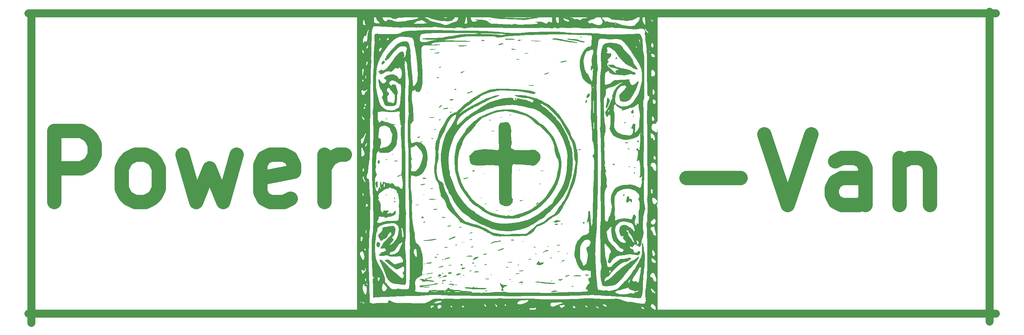
<source format=gbr>
G04 #@! TF.GenerationSoftware,KiCad,Pcbnew,8.0.8*
G04 #@! TF.CreationDate,2025-03-08T13:31:49+01:00*
G04 #@! TF.ProjectId,PowerVan,506f7765-7256-4616-9e2e-6b696361645f,rev?*
G04 #@! TF.SameCoordinates,Original*
G04 #@! TF.FileFunction,Legend,Top*
G04 #@! TF.FilePolarity,Positive*
%FSLAX46Y46*%
G04 Gerber Fmt 4.6, Leading zero omitted, Abs format (unit mm)*
G04 Created by KiCad (PCBNEW 8.0.8) date 2025-03-08 13:31:49*
%MOMM*%
%LPD*%
G01*
G04 APERTURE LIST*
%ADD10C,2.000000*%
%ADD11C,3.600000*%
%ADD12C,0.000000*%
G04 APERTURE END LIST*
D10*
X417513000Y-235744000D02*
X172244250Y-235744000D01*
X417513000Y-159544000D02*
X172244250Y-159544000D01*
X415925500Y-159147125D02*
X415925500Y-237728375D01*
X173038000Y-159544000D02*
X173038000Y-238125250D01*
D11*
X339030858Y-201308050D02*
X352745144Y-201308050D01*
X358745143Y-190165192D02*
X364745143Y-208165192D01*
X364745143Y-208165192D02*
X370745143Y-190165192D01*
X384459429Y-208165192D02*
X384459429Y-198736621D01*
X384459429Y-198736621D02*
X383602286Y-197022335D01*
X383602286Y-197022335D02*
X381888000Y-196165192D01*
X381888000Y-196165192D02*
X378459429Y-196165192D01*
X378459429Y-196165192D02*
X376745143Y-197022335D01*
X384459429Y-207308050D02*
X382745143Y-208165192D01*
X382745143Y-208165192D02*
X378459429Y-208165192D01*
X378459429Y-208165192D02*
X376745143Y-207308050D01*
X376745143Y-207308050D02*
X375888000Y-205593764D01*
X375888000Y-205593764D02*
X375888000Y-203879478D01*
X375888000Y-203879478D02*
X376745143Y-202165192D01*
X376745143Y-202165192D02*
X378459429Y-201308050D01*
X378459429Y-201308050D02*
X382745143Y-201308050D01*
X382745143Y-201308050D02*
X384459429Y-200450907D01*
X393030857Y-196165192D02*
X393030857Y-208165192D01*
X393030857Y-197879478D02*
X393888000Y-197022335D01*
X393888000Y-197022335D02*
X395602285Y-196165192D01*
X395602285Y-196165192D02*
X398173714Y-196165192D01*
X398173714Y-196165192D02*
X399888000Y-197022335D01*
X399888000Y-197022335D02*
X400745143Y-198736621D01*
X400745143Y-198736621D02*
X400745143Y-208165192D01*
X178741572Y-207371442D02*
X178741572Y-189371442D01*
X178741572Y-189371442D02*
X185598715Y-189371442D01*
X185598715Y-189371442D02*
X187313000Y-190228585D01*
X187313000Y-190228585D02*
X188170143Y-191085728D01*
X188170143Y-191085728D02*
X189027286Y-192800014D01*
X189027286Y-192800014D02*
X189027286Y-195371442D01*
X189027286Y-195371442D02*
X188170143Y-197085728D01*
X188170143Y-197085728D02*
X187313000Y-197942871D01*
X187313000Y-197942871D02*
X185598715Y-198800014D01*
X185598715Y-198800014D02*
X178741572Y-198800014D01*
X199313000Y-207371442D02*
X197598715Y-206514300D01*
X197598715Y-206514300D02*
X196741572Y-205657157D01*
X196741572Y-205657157D02*
X195884429Y-203942871D01*
X195884429Y-203942871D02*
X195884429Y-198800014D01*
X195884429Y-198800014D02*
X196741572Y-197085728D01*
X196741572Y-197085728D02*
X197598715Y-196228585D01*
X197598715Y-196228585D02*
X199313000Y-195371442D01*
X199313000Y-195371442D02*
X201884429Y-195371442D01*
X201884429Y-195371442D02*
X203598715Y-196228585D01*
X203598715Y-196228585D02*
X204455858Y-197085728D01*
X204455858Y-197085728D02*
X205313000Y-198800014D01*
X205313000Y-198800014D02*
X205313000Y-203942871D01*
X205313000Y-203942871D02*
X204455858Y-205657157D01*
X204455858Y-205657157D02*
X203598715Y-206514300D01*
X203598715Y-206514300D02*
X201884429Y-207371442D01*
X201884429Y-207371442D02*
X199313000Y-207371442D01*
X211313000Y-195371442D02*
X214741572Y-207371442D01*
X214741572Y-207371442D02*
X218170143Y-198800014D01*
X218170143Y-198800014D02*
X221598714Y-207371442D01*
X221598714Y-207371442D02*
X225027286Y-195371442D01*
X238741572Y-206514300D02*
X237027286Y-207371442D01*
X237027286Y-207371442D02*
X233598715Y-207371442D01*
X233598715Y-207371442D02*
X231884429Y-206514300D01*
X231884429Y-206514300D02*
X231027286Y-204800014D01*
X231027286Y-204800014D02*
X231027286Y-197942871D01*
X231027286Y-197942871D02*
X231884429Y-196228585D01*
X231884429Y-196228585D02*
X233598715Y-195371442D01*
X233598715Y-195371442D02*
X237027286Y-195371442D01*
X237027286Y-195371442D02*
X238741572Y-196228585D01*
X238741572Y-196228585D02*
X239598715Y-197942871D01*
X239598715Y-197942871D02*
X239598715Y-199657157D01*
X239598715Y-199657157D02*
X231027286Y-201371442D01*
X247313000Y-207371442D02*
X247313000Y-195371442D01*
X247313000Y-198800014D02*
X248170143Y-197085728D01*
X248170143Y-197085728D02*
X249027286Y-196228585D01*
X249027286Y-196228585D02*
X250741571Y-195371442D01*
X250741571Y-195371442D02*
X252455857Y-195371442D01*
D12*
G36*
X264418468Y-201166265D02*
G01*
X264368859Y-201215875D01*
X264319250Y-201166265D01*
X264368859Y-201116656D01*
X264418468Y-201166265D01*
G37*
G36*
X275630187Y-226467046D02*
G01*
X275580578Y-226516656D01*
X275530968Y-226467046D01*
X275580578Y-226417437D01*
X275630187Y-226467046D01*
G37*
G36*
X278011437Y-229642046D02*
G01*
X277961828Y-229691656D01*
X277912218Y-229642046D01*
X277961828Y-229592437D01*
X278011437Y-229642046D01*
G37*
G36*
X282873156Y-228451421D02*
G01*
X282823546Y-228501031D01*
X282773937Y-228451421D01*
X282823546Y-228401812D01*
X282873156Y-228451421D01*
G37*
G36*
X284262218Y-228749078D02*
G01*
X284212609Y-228798687D01*
X284163000Y-228749078D01*
X284212609Y-228699468D01*
X284262218Y-228749078D01*
G37*
G36*
X286841906Y-230038921D02*
G01*
X286792296Y-230088531D01*
X286742687Y-230038921D01*
X286792296Y-229989312D01*
X286841906Y-230038921D01*
G37*
G36*
X287734875Y-200174078D02*
G01*
X287685265Y-200223687D01*
X287635656Y-200174078D01*
X287685265Y-200124468D01*
X287734875Y-200174078D01*
G37*
G36*
X288230968Y-200074859D02*
G01*
X288181359Y-200124468D01*
X288131750Y-200074859D01*
X288181359Y-200025250D01*
X288230968Y-200074859D01*
G37*
G36*
X294084875Y-228848296D02*
G01*
X294035265Y-228897906D01*
X293985656Y-228848296D01*
X294035265Y-228798687D01*
X294084875Y-228848296D01*
G37*
G36*
X301228625Y-220712359D02*
G01*
X301179015Y-220761968D01*
X301129406Y-220712359D01*
X301179015Y-220662750D01*
X301228625Y-220712359D01*
G37*
G36*
X304304406Y-221605328D02*
G01*
X304254796Y-221654937D01*
X304205187Y-221605328D01*
X304254796Y-221555718D01*
X304304406Y-221605328D01*
G37*
G36*
X325537218Y-210095953D02*
G01*
X325487609Y-210145562D01*
X325438000Y-210095953D01*
X325487609Y-210046343D01*
X325537218Y-210095953D01*
G37*
G36*
X265681440Y-231913742D02*
G01*
X265651849Y-231958838D01*
X265551216Y-231965854D01*
X265445346Y-231941623D01*
X265491271Y-231905909D01*
X265646338Y-231894081D01*
X265681440Y-231913742D01*
G37*
G36*
X273414302Y-179718479D02*
G01*
X273400682Y-179777464D01*
X273348156Y-179784625D01*
X273266487Y-179748322D01*
X273282010Y-179718479D01*
X273399759Y-179706604D01*
X273414302Y-179718479D01*
G37*
G36*
X275299458Y-226450510D02*
G01*
X275285838Y-226509495D01*
X275233312Y-226516656D01*
X275151644Y-226480353D01*
X275167166Y-226450510D01*
X275284916Y-226438635D01*
X275299458Y-226450510D01*
G37*
G36*
X281252583Y-228335666D02*
G01*
X281238963Y-228394652D01*
X281186437Y-228401812D01*
X281104769Y-228365509D01*
X281120291Y-228335666D01*
X281238041Y-228323792D01*
X281252583Y-228335666D01*
G37*
G36*
X282302648Y-217620476D02*
G01*
X282315112Y-217656690D01*
X282178625Y-217670521D01*
X282037771Y-217654929D01*
X282054601Y-217620476D01*
X282257736Y-217607372D01*
X282302648Y-217620476D01*
G37*
G36*
X282740864Y-217520822D02*
G01*
X282727244Y-217579808D01*
X282674718Y-217586968D01*
X282593050Y-217550666D01*
X282608572Y-217520822D01*
X282726322Y-217508948D01*
X282740864Y-217520822D01*
G37*
G36*
X286511177Y-224168479D02*
G01*
X286497557Y-224227464D01*
X286445031Y-224234625D01*
X286363362Y-224198322D01*
X286378885Y-224168479D01*
X286496634Y-224156604D01*
X286511177Y-224168479D01*
G37*
G36*
X287007270Y-198669260D02*
G01*
X286993651Y-198728245D01*
X286941125Y-198735406D01*
X286859456Y-198699103D01*
X286874979Y-198669260D01*
X286992728Y-198657385D01*
X287007270Y-198669260D01*
G37*
G36*
X287999458Y-200157541D02*
G01*
X287985838Y-200216527D01*
X287933312Y-200223687D01*
X287851644Y-200187384D01*
X287867166Y-200157541D01*
X287984916Y-200145667D01*
X287999458Y-200157541D01*
G37*
G36*
X289190083Y-225855197D02*
G01*
X289176463Y-225914183D01*
X289123937Y-225921343D01*
X289042269Y-225885041D01*
X289057791Y-225855197D01*
X289175541Y-225843323D01*
X289190083Y-225855197D01*
G37*
G36*
X289289302Y-230022385D02*
G01*
X289301176Y-230140134D01*
X289289302Y-230154677D01*
X289230316Y-230141057D01*
X289223156Y-230088531D01*
X289259458Y-230006862D01*
X289289302Y-230022385D01*
G37*
G36*
X289586958Y-229923166D02*
G01*
X289573338Y-229982152D01*
X289520812Y-229989312D01*
X289439144Y-229953009D01*
X289454666Y-229923166D01*
X289572416Y-229911292D01*
X289586958Y-229923166D01*
G37*
G36*
X290287690Y-201850461D02*
G01*
X290258099Y-201895557D01*
X290157466Y-201902573D01*
X290051596Y-201878341D01*
X290097521Y-201842628D01*
X290252588Y-201830800D01*
X290287690Y-201850461D01*
G37*
G36*
X290982222Y-226059836D02*
G01*
X290952631Y-226104932D01*
X290851997Y-226111948D01*
X290746127Y-226087716D01*
X290792052Y-226052003D01*
X290947119Y-226040175D01*
X290982222Y-226059836D01*
G37*
G36*
X292960395Y-226053635D02*
G01*
X292946776Y-226112620D01*
X292894250Y-226119781D01*
X292812581Y-226083478D01*
X292828104Y-226053635D01*
X292945853Y-226041760D01*
X292960395Y-226053635D01*
G37*
G36*
X294051802Y-209682541D02*
G01*
X294038182Y-209741527D01*
X293985656Y-209748687D01*
X293903987Y-209712384D01*
X293919510Y-209682541D01*
X294037259Y-209670667D01*
X294051802Y-209682541D01*
G37*
G36*
X294704992Y-209583758D02*
G01*
X294717456Y-209619972D01*
X294580968Y-209633802D01*
X294440114Y-209618210D01*
X294456945Y-209583758D01*
X294660080Y-209570653D01*
X294704992Y-209583758D01*
G37*
G36*
X294944770Y-227641135D02*
G01*
X294931151Y-227700120D01*
X294878625Y-227707281D01*
X294796956Y-227670978D01*
X294812479Y-227641135D01*
X294930228Y-227629260D01*
X294944770Y-227641135D01*
G37*
G36*
X296135395Y-199264572D02*
G01*
X296121776Y-199323558D01*
X296069250Y-199330718D01*
X295987581Y-199294416D01*
X296003104Y-199264572D01*
X296120853Y-199252698D01*
X296135395Y-199264572D01*
G37*
G36*
X297431440Y-209589524D02*
G01*
X297401849Y-209634620D01*
X297301216Y-209641635D01*
X297195346Y-209617404D01*
X297241271Y-209581691D01*
X297396338Y-209569862D01*
X297431440Y-209589524D01*
G37*
G36*
X297524458Y-166224729D02*
G01*
X297510838Y-166283714D01*
X297458312Y-166290875D01*
X297376644Y-166254572D01*
X297392166Y-166224729D01*
X297509916Y-166212854D01*
X297524458Y-166224729D01*
G37*
G36*
X299211177Y-176444260D02*
G01*
X299197557Y-176503245D01*
X299145031Y-176510406D01*
X299063362Y-176474103D01*
X299078885Y-176444260D01*
X299196634Y-176432385D01*
X299211177Y-176444260D01*
G37*
G36*
X304575190Y-229631711D02*
G01*
X304545599Y-229676807D01*
X304444966Y-229683823D01*
X304339096Y-229659591D01*
X304385021Y-229623878D01*
X304540088Y-229612050D01*
X304575190Y-229631711D01*
G37*
G36*
X306751802Y-211270041D02*
G01*
X306763676Y-211387791D01*
X306751802Y-211402333D01*
X306692816Y-211388713D01*
X306685656Y-211336187D01*
X306721958Y-211254519D01*
X306751802Y-211270041D01*
G37*
G36*
X307148677Y-222680197D02*
G01*
X307135057Y-222739183D01*
X307082531Y-222746343D01*
X307000862Y-222710041D01*
X307016385Y-222680197D01*
X307134134Y-222668323D01*
X307148677Y-222680197D01*
G37*
G36*
X309232270Y-208293479D02*
G01*
X309244145Y-208411228D01*
X309232270Y-208425770D01*
X309173285Y-208412151D01*
X309166125Y-208359625D01*
X309202427Y-208277956D01*
X309232270Y-208293479D01*
G37*
G36*
X326496333Y-235578635D02*
G01*
X326508207Y-235696384D01*
X326496333Y-235710927D01*
X326437347Y-235697307D01*
X326430187Y-235644781D01*
X326466490Y-235563112D01*
X326496333Y-235578635D01*
G37*
G36*
X263088014Y-205507816D02*
G01*
X263061279Y-205597661D01*
X262982194Y-205678728D01*
X262857438Y-205742713D01*
X262830968Y-205698723D01*
X262892964Y-205568739D01*
X263016143Y-205492303D01*
X263088014Y-205507816D01*
G37*
G36*
X276638660Y-186451249D02*
G01*
X276870421Y-186486252D01*
X276653201Y-186608363D01*
X276454905Y-186676015D01*
X276370414Y-186624385D01*
X276346929Y-186486855D01*
X276495873Y-186439197D01*
X276638660Y-186451249D01*
G37*
G36*
X324622653Y-198288543D02*
G01*
X324720731Y-198419146D01*
X324677548Y-198520357D01*
X324602908Y-198536968D01*
X324466230Y-198457082D01*
X324445812Y-198379872D01*
X324503648Y-198271218D01*
X324622653Y-198288543D01*
G37*
G36*
X263253680Y-196584089D02*
G01*
X263277453Y-196651812D01*
X263137508Y-196735162D01*
X263023550Y-196751031D01*
X262865530Y-196708352D01*
X262830968Y-196651812D01*
X262916053Y-196577859D01*
X263084871Y-196552593D01*
X263253680Y-196584089D01*
G37*
G36*
X264840148Y-195291946D02*
G01*
X264887166Y-195316483D01*
X264762509Y-195332050D01*
X264616906Y-195334945D01*
X264402311Y-195327204D01*
X264343401Y-195307416D01*
X264393664Y-195291946D01*
X264682785Y-195275531D01*
X264840148Y-195291946D01*
G37*
G36*
X265190240Y-206261783D02*
G01*
X265212218Y-206424859D01*
X265168772Y-206621375D01*
X265067006Y-206671298D01*
X264969705Y-206582641D01*
X264952427Y-206423444D01*
X265018830Y-206252487D01*
X265123615Y-206176812D01*
X265190240Y-206261783D01*
G37*
G36*
X265274606Y-207231038D02*
G01*
X265311437Y-207317828D01*
X265237732Y-207442760D01*
X265081026Y-207459179D01*
X264980708Y-207400510D01*
X264917141Y-207258916D01*
X265029075Y-207176724D01*
X265113000Y-207169000D01*
X265274606Y-207231038D01*
G37*
G36*
X272619518Y-205443847D02*
G01*
X272604015Y-205482281D01*
X272514856Y-205576934D01*
X272498941Y-205581500D01*
X272456325Y-205504735D01*
X272455187Y-205482281D01*
X272531462Y-205386875D01*
X272560261Y-205383062D01*
X272619518Y-205443847D01*
G37*
G36*
X272736394Y-223065227D02*
G01*
X272752843Y-223082994D01*
X272675258Y-223146970D01*
X272604015Y-223179098D01*
X272476255Y-223181161D01*
X272455187Y-223140104D01*
X272535597Y-223054826D01*
X272604015Y-223044000D01*
X272736394Y-223065227D01*
G37*
G36*
X276689102Y-226579017D02*
G01*
X276702576Y-226608433D01*
X276654681Y-226698905D01*
X276572765Y-226715093D01*
X276449280Y-226664750D01*
X276442954Y-226608433D01*
X276545386Y-226505924D01*
X276572765Y-226501773D01*
X276689102Y-226579017D01*
G37*
G36*
X276806818Y-173098005D02*
G01*
X276831338Y-173189058D01*
X276741976Y-173267590D01*
X276551045Y-173312847D01*
X276364665Y-173323957D01*
X276356181Y-173282382D01*
X276469534Y-173187487D01*
X276676225Y-173074583D01*
X276806818Y-173098005D01*
G37*
G36*
X277078193Y-226465537D02*
G01*
X277068859Y-226516656D01*
X276942012Y-226612090D01*
X276914175Y-226615875D01*
X276823484Y-226540196D01*
X276820812Y-226516656D01*
X276901572Y-226429580D01*
X276975496Y-226417437D01*
X277078193Y-226465537D01*
G37*
G36*
X277399334Y-222006169D02*
G01*
X277416125Y-222051812D01*
X277335762Y-222139837D01*
X277267296Y-222151031D01*
X277135259Y-222097455D01*
X277118468Y-222051812D01*
X277198831Y-221963787D01*
X277267296Y-221952593D01*
X277399334Y-222006169D01*
G37*
G36*
X279510450Y-227531073D02*
G01*
X279514601Y-227558453D01*
X279437357Y-227674790D01*
X279407941Y-227688264D01*
X279317469Y-227640369D01*
X279301281Y-227558453D01*
X279351624Y-227434968D01*
X279407941Y-227428641D01*
X279510450Y-227531073D01*
G37*
G36*
X279564831Y-228859472D02*
G01*
X279549328Y-228897906D01*
X279460169Y-228992559D01*
X279444253Y-228997125D01*
X279401637Y-228920360D01*
X279400500Y-228897906D01*
X279476774Y-228802500D01*
X279505574Y-228798687D01*
X279564831Y-228859472D01*
G37*
G36*
X279681706Y-183576165D02*
G01*
X279698156Y-183593931D01*
X279620571Y-183657908D01*
X279549328Y-183690036D01*
X279421568Y-183692098D01*
X279400500Y-183651042D01*
X279480910Y-183565764D01*
X279549328Y-183554937D01*
X279681706Y-183576165D01*
G37*
G36*
X280697548Y-228211989D02*
G01*
X280702589Y-228219792D01*
X280783083Y-228413920D01*
X280703516Y-228496711D01*
X280650023Y-228501031D01*
X280552885Y-228428311D01*
X280564569Y-228294206D01*
X280623364Y-228161271D01*
X280697548Y-228211989D01*
G37*
G36*
X280854219Y-218224959D02*
G01*
X280888781Y-218281500D01*
X280803696Y-218355452D01*
X280634878Y-218380718D01*
X280466069Y-218349223D01*
X280442296Y-218281500D01*
X280582241Y-218198149D01*
X280696199Y-218182281D01*
X280854219Y-218224959D01*
G37*
G36*
X281979049Y-226394983D02*
G01*
X281980187Y-226417437D01*
X281903912Y-226512843D01*
X281875113Y-226516656D01*
X281815856Y-226455871D01*
X281831359Y-226417437D01*
X281920518Y-226322784D01*
X281936433Y-226318218D01*
X281979049Y-226394983D01*
G37*
G36*
X282819896Y-225960488D02*
G01*
X282823546Y-226020562D01*
X282684006Y-226103066D01*
X282563788Y-226119781D01*
X282430322Y-226080636D01*
X282426671Y-226020562D01*
X282566212Y-225938058D01*
X282686429Y-225921343D01*
X282819896Y-225960488D01*
G37*
G36*
X285281099Y-159578137D02*
G01*
X285284397Y-159610709D01*
X285129074Y-159624012D01*
X285105578Y-159623876D01*
X284951694Y-159609569D01*
X284966383Y-159579370D01*
X284983443Y-159574461D01*
X285199572Y-159559935D01*
X285281099Y-159578137D01*
G37*
G36*
X285736144Y-223576239D02*
G01*
X285750500Y-223639312D01*
X285665076Y-223709069D01*
X285477648Y-223731557D01*
X285301163Y-223719498D01*
X285307396Y-223684318D01*
X285403234Y-223639312D01*
X285635064Y-223556854D01*
X285736144Y-223576239D01*
G37*
G36*
X288313477Y-207812248D02*
G01*
X288330187Y-207852915D01*
X288251228Y-207961380D01*
X288181359Y-207998630D01*
X288053357Y-207983385D01*
X288032531Y-207910026D01*
X288112021Y-207781201D01*
X288181359Y-207764312D01*
X288313477Y-207812248D01*
G37*
G36*
X289450999Y-161021999D02*
G01*
X289477627Y-161100092D01*
X289331989Y-161128065D01*
X289267804Y-161128482D01*
X289079673Y-161117671D01*
X289069042Y-161077263D01*
X289158304Y-161018982D01*
X289352579Y-160965188D01*
X289450999Y-161021999D01*
G37*
G36*
X289671508Y-225825187D02*
G01*
X289672318Y-225826458D01*
X289639656Y-225901223D01*
X289526668Y-225921343D01*
X289362014Y-225905363D01*
X289322375Y-225882349D01*
X289400649Y-225807257D01*
X289556508Y-225781897D01*
X289671508Y-225825187D01*
G37*
G36*
X291192793Y-209506506D02*
G01*
X291207531Y-209550250D01*
X291124180Y-209630084D01*
X291003238Y-209649468D01*
X290866046Y-209611273D01*
X290860265Y-209550250D01*
X291003822Y-209458956D01*
X291064558Y-209451031D01*
X291192793Y-209506506D01*
G37*
G36*
X292328343Y-185826687D02*
G01*
X292354971Y-185904780D01*
X292209333Y-185932753D01*
X292145148Y-185933170D01*
X291957017Y-185922359D01*
X291946386Y-185881950D01*
X292035648Y-185823670D01*
X292229923Y-185769875D01*
X292328343Y-185826687D01*
G37*
G36*
X294557924Y-226950381D02*
G01*
X294559368Y-227028078D01*
X294434140Y-227159797D01*
X294338077Y-227195858D01*
X294207138Y-227174337D01*
X294205693Y-227096639D01*
X294330921Y-226964921D01*
X294426984Y-226928860D01*
X294557924Y-226950381D01*
G37*
G36*
X294655382Y-186959199D02*
G01*
X294686262Y-186987958D01*
X294549068Y-187003615D01*
X294481750Y-187004574D01*
X294301239Y-186994230D01*
X294279965Y-186968475D01*
X294308117Y-186959199D01*
X294559758Y-186943769D01*
X294655382Y-186959199D01*
G37*
G36*
X295969171Y-181119363D02*
G01*
X296013380Y-181241408D01*
X295957021Y-181338191D01*
X295788459Y-181464752D01*
X295639302Y-181405197D01*
X295571351Y-181239604D01*
X295648573Y-181104172D01*
X295755057Y-181074468D01*
X295969171Y-181119363D01*
G37*
G36*
X296646188Y-223323469D02*
G01*
X296664562Y-223362770D01*
X296579366Y-223421016D01*
X296410660Y-223440875D01*
X296243187Y-223411094D01*
X296214176Y-223347969D01*
X296335367Y-223282501D01*
X296513097Y-223275442D01*
X296646188Y-223323469D01*
G37*
G36*
X296889693Y-199265637D02*
G01*
X296892991Y-199298209D01*
X296737668Y-199311512D01*
X296714171Y-199311376D01*
X296560288Y-199297069D01*
X296574977Y-199266870D01*
X296592036Y-199261961D01*
X296808165Y-199247435D01*
X296889693Y-199265637D01*
G37*
G36*
X297425821Y-228265735D02*
G01*
X297439295Y-228295152D01*
X297391400Y-228385623D01*
X297309484Y-228401812D01*
X297185999Y-228351468D01*
X297179673Y-228295152D01*
X297282104Y-228192643D01*
X297309484Y-228188492D01*
X297425821Y-228265735D01*
G37*
G36*
X297722254Y-217350444D02*
G01*
X297706359Y-217388531D01*
X297574922Y-217484045D01*
X297545820Y-217487750D01*
X297492027Y-217426618D01*
X297507921Y-217388531D01*
X297639358Y-217293016D01*
X297668461Y-217289312D01*
X297722254Y-217350444D01*
G37*
G36*
X299469380Y-201845325D02*
G01*
X299472678Y-201877897D01*
X299317356Y-201891199D01*
X299293859Y-201891063D01*
X299139975Y-201876756D01*
X299154664Y-201846558D01*
X299171724Y-201841648D01*
X299387853Y-201827123D01*
X299469380Y-201845325D01*
G37*
G36*
X301013396Y-220517887D02*
G01*
X301030187Y-220563531D01*
X300949824Y-220651556D01*
X300881359Y-220662750D01*
X300749322Y-220609174D01*
X300732531Y-220563531D01*
X300812894Y-220475506D01*
X300881359Y-220464312D01*
X301013396Y-220517887D01*
G37*
G36*
X301997570Y-216923262D02*
G01*
X302028449Y-216952020D01*
X301891255Y-216967677D01*
X301823937Y-216968637D01*
X301643427Y-216958292D01*
X301622153Y-216932538D01*
X301650304Y-216923262D01*
X301901946Y-216907831D01*
X301997570Y-216923262D01*
G37*
G36*
X304923316Y-221487360D02*
G01*
X304949328Y-221555718D01*
X304805355Y-221648015D01*
X304750890Y-221654937D01*
X304584462Y-221592034D01*
X304552453Y-221555718D01*
X304588039Y-221482572D01*
X304750890Y-221456500D01*
X304923316Y-221487360D01*
G37*
G36*
X305042828Y-227418878D02*
G01*
X304934285Y-227486913D01*
X304784681Y-227511547D01*
X304701802Y-227476392D01*
X304701281Y-227470806D01*
X304783094Y-227418693D01*
X304899855Y-227380840D01*
X305034136Y-227374306D01*
X305042828Y-227418878D01*
G37*
G36*
X310409040Y-228679423D02*
G01*
X310455968Y-228762836D01*
X310370117Y-228867297D01*
X310207921Y-228897906D01*
X310021400Y-228867878D01*
X309959875Y-228810254D01*
X310044600Y-228728224D01*
X310207921Y-228675184D01*
X310409040Y-228679423D01*
G37*
G36*
X323353546Y-205527175D02*
G01*
X323397755Y-205649221D01*
X323341396Y-205746003D01*
X323166357Y-205868106D01*
X323017276Y-205839537D01*
X322957531Y-205680718D01*
X323028639Y-205513408D01*
X323139432Y-205482281D01*
X323353546Y-205527175D01*
G37*
G36*
X323640749Y-187105690D02*
G01*
X323634532Y-187193004D01*
X323541152Y-187360685D01*
X323397617Y-187396808D01*
X323301177Y-187319394D01*
X323307680Y-187176261D01*
X323366499Y-187117238D01*
X323563161Y-187033994D01*
X323640749Y-187105690D01*
G37*
G36*
X325721378Y-185512195D02*
G01*
X325735656Y-185583066D01*
X325683854Y-185718818D01*
X325636437Y-185737750D01*
X325540058Y-185666537D01*
X325537218Y-185644386D01*
X325609340Y-185510011D01*
X325636437Y-185489703D01*
X325721378Y-185512195D01*
G37*
G36*
X326042095Y-198512618D02*
G01*
X326133437Y-198587670D01*
X326196200Y-198700894D01*
X326092144Y-198734632D01*
X326045461Y-198735406D01*
X325877713Y-198698318D01*
X325834875Y-198642043D01*
X325899474Y-198508256D01*
X326042095Y-198512618D01*
G37*
G36*
X263188308Y-186213691D02*
G01*
X263292366Y-186294768D01*
X263217941Y-186353601D01*
X263204901Y-186358709D01*
X263000076Y-186363355D01*
X262935401Y-186336285D01*
X262868306Y-186244314D01*
X262938984Y-186181082D01*
X263086772Y-186175995D01*
X263188308Y-186213691D01*
G37*
G36*
X272763415Y-212384518D02*
G01*
X272810973Y-212503794D01*
X272798215Y-212533668D01*
X272675203Y-212607510D01*
X272500026Y-212621812D01*
X272371895Y-212575732D01*
X272355968Y-212537427D01*
X272437344Y-212428722D01*
X272610237Y-212365335D01*
X272763415Y-212384518D01*
G37*
G36*
X272792930Y-225734397D02*
G01*
X272818977Y-225769572D01*
X272648765Y-225829485D01*
X272529601Y-225859666D01*
X272325311Y-225877876D01*
X272256750Y-225824015D01*
X272343322Y-225754496D01*
X272553465Y-225723062D01*
X272570942Y-225722906D01*
X272792930Y-225734397D01*
G37*
G36*
X277464702Y-225397855D02*
G01*
X277416125Y-225524468D01*
X277293076Y-225676072D01*
X277173412Y-225724782D01*
X277118486Y-225646059D01*
X277118468Y-225643531D01*
X277190532Y-225499272D01*
X277340699Y-225363528D01*
X277439459Y-225326031D01*
X277464702Y-225397855D01*
G37*
G36*
X280738861Y-178733124D02*
G01*
X280765254Y-178817242D01*
X280642105Y-178930401D01*
X280439484Y-178979031D01*
X280272673Y-178936657D01*
X280267278Y-178931611D01*
X280234913Y-178810991D01*
X280360992Y-178720989D01*
X280555639Y-178693218D01*
X280738861Y-178733124D01*
G37*
G36*
X282189657Y-223198915D02*
G01*
X282328777Y-223282042D01*
X282349497Y-223374880D01*
X282220318Y-223498209D01*
X282007214Y-223500808D01*
X281881798Y-223444882D01*
X281790144Y-223333263D01*
X281847005Y-223236712D01*
X282001384Y-223176194D01*
X282189657Y-223198915D01*
G37*
G36*
X284543499Y-224818913D02*
G01*
X284535686Y-224854742D01*
X284417598Y-224953638D01*
X284204957Y-225010684D01*
X284011092Y-225025532D01*
X283994035Y-224988840D01*
X284113390Y-224889816D01*
X284326330Y-224766371D01*
X284486572Y-224741336D01*
X284543499Y-224818913D01*
G37*
G36*
X284973831Y-218639322D02*
G01*
X285008192Y-218737145D01*
X284903207Y-218842348D01*
X284689253Y-218963154D01*
X284555410Y-218934975D01*
X284513342Y-218881790D01*
X284537222Y-218773267D01*
X284677839Y-218671827D01*
X284856488Y-218618912D01*
X284973831Y-218639322D01*
G37*
G36*
X294700629Y-185163049D02*
G01*
X294779406Y-185241656D01*
X294691868Y-185303769D01*
X294474778Y-185333520D01*
X294407335Y-185333901D01*
X294186649Y-185321559D01*
X294145437Y-185289768D01*
X294233703Y-185241656D01*
X294498878Y-185162482D01*
X294700629Y-185163049D01*
G37*
G36*
X302156570Y-202786036D02*
G01*
X302267009Y-202851118D01*
X302226530Y-202882256D01*
X302012822Y-202892419D01*
X301972765Y-202892861D01*
X301736162Y-202887171D01*
X301673735Y-202856247D01*
X301759695Y-202789734D01*
X302008800Y-202737226D01*
X302156570Y-202786036D01*
G37*
G36*
X303064171Y-199453415D02*
G01*
X302766515Y-199529156D01*
X302436878Y-199587210D01*
X302171203Y-199606745D01*
X301974687Y-199604401D01*
X301966000Y-199582675D01*
X302121593Y-199529156D01*
X302399441Y-199473510D01*
X302716906Y-199451566D01*
X303064171Y-199453415D01*
G37*
G36*
X304254796Y-218598936D02*
G01*
X304006750Y-218678375D01*
X303759306Y-218743070D01*
X303609875Y-218766184D01*
X303511120Y-218759472D01*
X303584578Y-218694878D01*
X303609875Y-218678375D01*
X303823687Y-218605678D01*
X304006750Y-218590565D01*
X304254796Y-218598936D01*
G37*
G36*
X307657642Y-212870413D02*
G01*
X307643927Y-212967268D01*
X307575751Y-213026781D01*
X307375429Y-213115032D01*
X307252789Y-213055015D01*
X307235774Y-213030049D01*
X307266944Y-212940670D01*
X307408464Y-212866370D01*
X307573058Y-212840174D01*
X307657642Y-212870413D01*
G37*
G36*
X309045990Y-220307717D02*
G01*
X309066906Y-220365093D01*
X308980293Y-220430707D01*
X308769281Y-220457582D01*
X308744445Y-220457338D01*
X308545854Y-220445081D01*
X308527198Y-220411946D01*
X308620421Y-220365093D01*
X308894917Y-220280426D01*
X309045990Y-220307717D01*
G37*
G36*
X312364416Y-165369967D02*
G01*
X312501652Y-165518501D01*
X312539562Y-165616187D01*
X312486232Y-165697239D01*
X312367144Y-165650449D01*
X312243650Y-165500357D01*
X312241906Y-165497125D01*
X312190284Y-165344625D01*
X312218571Y-165298687D01*
X312364416Y-165369967D01*
G37*
G36*
X324615797Y-193812162D02*
G01*
X324646464Y-193886878D01*
X324540990Y-193949970D01*
X324321789Y-194010448D01*
X324119505Y-194028810D01*
X324048937Y-193976686D01*
X324132300Y-193884826D01*
X324319388Y-193811216D01*
X324515702Y-193783284D01*
X324615797Y-193812162D01*
G37*
G36*
X326015519Y-199904813D02*
G01*
X326028818Y-200072127D01*
X325981772Y-200228721D01*
X325944490Y-200266871D01*
X325837368Y-200244788D01*
X325810277Y-200198312D01*
X325797106Y-200001958D01*
X325873964Y-199853616D01*
X325942361Y-199826812D01*
X326015519Y-199904813D01*
G37*
G36*
X326827062Y-191813119D02*
G01*
X326987555Y-191974066D01*
X327017983Y-192132042D01*
X326929099Y-192228996D01*
X326752648Y-192214920D01*
X326657050Y-192092869D01*
X326628625Y-191929812D01*
X326647442Y-191763141D01*
X326739463Y-191762536D01*
X326827062Y-191813119D01*
G37*
G36*
X272155736Y-192071489D02*
G01*
X272157531Y-192087750D01*
X272070808Y-192154864D01*
X271859565Y-192185279D01*
X271835070Y-192185449D01*
X271635021Y-192171398D01*
X271613412Y-192124979D01*
X271661437Y-192087750D01*
X271866778Y-192005708D01*
X272057810Y-192000288D01*
X272155736Y-192071489D01*
G37*
G36*
X274654731Y-203924851D02*
G01*
X274836437Y-203994000D01*
X274879587Y-204055390D01*
X274753597Y-204085733D01*
X274563585Y-204091699D01*
X274306067Y-204071839D01*
X274156862Y-204020095D01*
X274141906Y-203994000D01*
X274225011Y-203922115D01*
X274422077Y-203899065D01*
X274654731Y-203924851D01*
G37*
G36*
X275611192Y-188932134D02*
G01*
X275558046Y-188994022D01*
X275530968Y-189011968D01*
X275316930Y-189085840D01*
X275134093Y-189102694D01*
X274968738Y-189091875D01*
X274989099Y-189055467D01*
X275084484Y-189011968D01*
X275345788Y-188937188D01*
X275481359Y-188921242D01*
X275611192Y-188932134D01*
G37*
G36*
X275671399Y-221296698D02*
G01*
X275883140Y-221381819D01*
X275911475Y-221467938D01*
X275770103Y-221533111D01*
X275509707Y-221555718D01*
X275255587Y-221549032D01*
X275167661Y-221515467D01*
X275213793Y-221434761D01*
X275253263Y-221394026D01*
X275492709Y-221279464D01*
X275671399Y-221296698D01*
G37*
G36*
X276057722Y-220664269D02*
G01*
X276254672Y-220678406D01*
X276273239Y-220725331D01*
X276225500Y-220761968D01*
X276044771Y-220833832D01*
X275846838Y-220857339D01*
X275702241Y-220832489D01*
X275679796Y-220761968D01*
X275812742Y-220693220D01*
X276049136Y-220664264D01*
X276057722Y-220664269D01*
G37*
G36*
X276281471Y-175737310D02*
G01*
X276380053Y-175793253D01*
X276374328Y-175815875D01*
X276239913Y-175887932D01*
X276027062Y-175915093D01*
X275800119Y-175883906D01*
X275679796Y-175815875D01*
X275724755Y-175750995D01*
X275935146Y-175718660D01*
X276027062Y-175716656D01*
X276281471Y-175737310D01*
G37*
G36*
X277293802Y-227907068D02*
G01*
X277440929Y-227912692D01*
X277595505Y-227924348D01*
X277559573Y-227963170D01*
X277465734Y-228004937D01*
X277206751Y-228086899D01*
X277055886Y-228074864D01*
X277038266Y-227997496D01*
X277123397Y-227900708D01*
X277145753Y-227898277D01*
X277293802Y-227907068D01*
G37*
G36*
X279469774Y-223362545D02*
G01*
X279532223Y-223385795D01*
X279432171Y-223430533D01*
X279400500Y-223440875D01*
X279071450Y-223519302D01*
X278863340Y-223511864D01*
X278805187Y-223440875D01*
X278893429Y-223382384D01*
X279115384Y-223352473D01*
X279226867Y-223351546D01*
X279469774Y-223362545D01*
G37*
G36*
X279563884Y-184478998D02*
G01*
X279572739Y-184599402D01*
X279553407Y-184639742D01*
X279425913Y-184717736D01*
X279231952Y-184743230D01*
X279061892Y-184714827D01*
X279003625Y-184648234D01*
X279086764Y-184559092D01*
X279272855Y-184484627D01*
X279466907Y-184453532D01*
X279563884Y-184478998D01*
G37*
G36*
X282922765Y-174229391D02*
G01*
X282525890Y-174473833D01*
X282201899Y-174642960D01*
X281948929Y-174717261D01*
X281803166Y-174689101D01*
X281781750Y-174630876D01*
X281869551Y-174480470D01*
X282089505Y-174342241D01*
X282376433Y-174249312D01*
X282572772Y-174228883D01*
X282922765Y-174229391D01*
G37*
G36*
X285264137Y-199352295D02*
G01*
X285338431Y-199466725D01*
X285334956Y-199503212D01*
X285222848Y-199668454D01*
X285017835Y-199696719D01*
X284857531Y-199628250D01*
X284758605Y-199533850D01*
X284837129Y-199445064D01*
X284857531Y-199431456D01*
X285084143Y-199337578D01*
X285264137Y-199352295D01*
G37*
G36*
X287412414Y-206402191D02*
G01*
X287499680Y-206419937D01*
X287409226Y-206433442D01*
X287161755Y-206440540D01*
X287040343Y-206441110D01*
X286742224Y-206436801D01*
X286593787Y-206425318D01*
X286615738Y-206408825D01*
X286668273Y-206402191D01*
X287040833Y-206386136D01*
X287412414Y-206402191D01*
G37*
G36*
X288244781Y-220660492D02*
G01*
X287987011Y-220816948D01*
X287748368Y-220856753D01*
X287590799Y-220769653D01*
X287590284Y-220768824D01*
X287572166Y-220679390D01*
X287671325Y-220612798D01*
X287920874Y-220552613D01*
X288082140Y-220524696D01*
X288479015Y-220459798D01*
X288244781Y-220660492D01*
G37*
G36*
X288469467Y-223229305D02*
G01*
X288479015Y-223242437D01*
X288433186Y-223306248D01*
X288220146Y-223338039D01*
X288112800Y-223340136D01*
X287859836Y-223327481D01*
X287787552Y-223288101D01*
X287834093Y-223242437D01*
X288061170Y-223160099D01*
X288304290Y-223155722D01*
X288469467Y-223229305D01*
G37*
G36*
X289353035Y-186538473D02*
G01*
X289549014Y-186550714D01*
X289564882Y-186584044D01*
X289471203Y-186630718D01*
X289233288Y-186704679D01*
X289044930Y-186717321D01*
X288963818Y-186668645D01*
X288975109Y-186630718D01*
X289107899Y-186563563D01*
X289344050Y-186538315D01*
X289353035Y-186538473D01*
G37*
G36*
X290349347Y-189330678D02*
G01*
X290432646Y-189353865D01*
X290353152Y-189396011D01*
X290314562Y-189408843D01*
X289939196Y-189492159D01*
X289714368Y-189454517D01*
X289669640Y-189408843D01*
X289717386Y-189348218D01*
X289937104Y-189320132D01*
X290085464Y-189319515D01*
X290349347Y-189330678D01*
G37*
G36*
X293827888Y-223872460D02*
G01*
X293886437Y-223936968D01*
X293800087Y-224006112D01*
X293591471Y-224036148D01*
X293582925Y-224036187D01*
X293384577Y-224009316D01*
X293338777Y-223940372D01*
X293340734Y-223936968D01*
X293477500Y-223860165D01*
X293644246Y-223837750D01*
X293827888Y-223872460D01*
G37*
G36*
X294991637Y-216944074D02*
G01*
X295374718Y-216985967D01*
X295443287Y-217020808D01*
X295325109Y-217090875D01*
X295044977Y-217168685D01*
X294789719Y-217172492D01*
X294637294Y-217101522D01*
X294634815Y-217097730D01*
X294612812Y-216992946D01*
X294724948Y-216942755D01*
X294991637Y-216944074D01*
G37*
G36*
X295378706Y-168568422D02*
G01*
X295501902Y-168602265D01*
X296019640Y-168754499D01*
X295349914Y-168752068D01*
X295014468Y-168738467D01*
X294774204Y-168705095D01*
X294680224Y-168659118D01*
X294680187Y-168658158D01*
X294764918Y-168535772D01*
X295004875Y-168505376D01*
X295378706Y-168568422D01*
G37*
G36*
X297557531Y-207012000D02*
G01*
X297265718Y-207109730D01*
X297013730Y-207158300D01*
X296845749Y-207154864D01*
X296805960Y-207096577D01*
X296834527Y-207058566D01*
X296993494Y-206985617D01*
X297270476Y-206926698D01*
X297424879Y-206909115D01*
X297904796Y-206870098D01*
X297557531Y-207012000D01*
G37*
G36*
X300582929Y-218811733D02*
G01*
X300764604Y-218919865D01*
X300830975Y-219000835D01*
X300824716Y-219057091D01*
X300764769Y-219050238D01*
X300592013Y-218970133D01*
X300558898Y-218954154D01*
X300389092Y-218845911D01*
X300335656Y-218771766D01*
X300411647Y-218753245D01*
X300582929Y-218811733D01*
G37*
G36*
X306908284Y-218312715D02*
G01*
X307032921Y-218380718D01*
X306982803Y-218440825D01*
X306759163Y-218473726D01*
X306567488Y-218478418D01*
X306268615Y-218466854D01*
X306153103Y-218432013D01*
X306189562Y-218380718D01*
X306398071Y-218308633D01*
X306666443Y-218285965D01*
X306908284Y-218312715D01*
G37*
G36*
X307032202Y-219889676D02*
G01*
X307042264Y-219913542D01*
X306884093Y-219968218D01*
X306611946Y-220034060D01*
X306437609Y-220056028D01*
X306307966Y-220047321D01*
X306361067Y-219986059D01*
X306388000Y-219968218D01*
X306592953Y-219900381D01*
X306834484Y-219880409D01*
X307032202Y-219889676D01*
G37*
G36*
X311955805Y-159572214D02*
G01*
X312021944Y-159658239D01*
X312019280Y-159668023D01*
X311899121Y-159770330D01*
X311686013Y-159825850D01*
X311483538Y-159815231D01*
X311419638Y-159780065D01*
X311351001Y-159643940D01*
X311469803Y-159564607D01*
X311704471Y-159544000D01*
X311955805Y-159572214D01*
G37*
G36*
X271512609Y-208084788D02*
G01*
X271115734Y-208166879D01*
X270792775Y-208220604D01*
X270509048Y-208247096D01*
X270470812Y-208247714D01*
X270305848Y-208239852D01*
X270326623Y-208204249D01*
X270421203Y-208161187D01*
X270642493Y-208109067D01*
X270956435Y-208081677D01*
X271066125Y-208080352D01*
X271512609Y-208084788D01*
G37*
G36*
X274914476Y-191212432D02*
G01*
X274993243Y-191267363D01*
X274985265Y-191294000D01*
X274854318Y-191358799D01*
X274610533Y-191390904D01*
X274557730Y-191391699D01*
X274335047Y-191378263D01*
X274291541Y-191335176D01*
X274340343Y-191294000D01*
X274518796Y-191225751D01*
X274733250Y-191198562D01*
X274914476Y-191212432D01*
G37*
G36*
X275883046Y-209171563D02*
G01*
X275975309Y-209218222D01*
X275897372Y-209281493D01*
X275661284Y-209349517D01*
X275357335Y-209400629D01*
X275032684Y-209426450D01*
X274858373Y-209401513D01*
X274836437Y-209371738D01*
X274931880Y-209245346D01*
X275217867Y-209172723D01*
X275608536Y-209153375D01*
X275883046Y-209171563D01*
G37*
G36*
X277322932Y-211184462D02*
G01*
X277372511Y-211193447D01*
X277756117Y-211274673D01*
X277965462Y-211343265D01*
X277994139Y-211394627D01*
X277835738Y-211424163D01*
X277701125Y-211429117D01*
X277316563Y-211392126D01*
X277111809Y-211278553D01*
X277050327Y-211183007D01*
X277109434Y-211155321D01*
X277322932Y-211184462D01*
G37*
G36*
X284745006Y-216842045D02*
G01*
X284759106Y-216922183D01*
X284742809Y-216941013D01*
X284587363Y-217013411D01*
X284354066Y-217053084D01*
X284134563Y-217051667D01*
X284023447Y-217006665D01*
X284063602Y-216920157D01*
X284264982Y-216845962D01*
X284313697Y-216835931D01*
X284583175Y-216810022D01*
X284745006Y-216842045D01*
G37*
G36*
X284848462Y-215103195D02*
G01*
X284731191Y-215230071D01*
X284701460Y-215253197D01*
X284460547Y-215360484D01*
X284212609Y-215397377D01*
X284045960Y-215391974D01*
X284021583Y-215362158D01*
X284153650Y-215286418D01*
X284345994Y-215194920D01*
X284632226Y-215081744D01*
X284807595Y-215052460D01*
X284848462Y-215103195D01*
G37*
G36*
X285200342Y-222766445D02*
G01*
X285295048Y-222831053D01*
X285269109Y-222931552D01*
X285120803Y-223018759D01*
X284925646Y-223064500D01*
X284759150Y-223040598D01*
X284749175Y-223034734D01*
X284661536Y-222944819D01*
X284751664Y-222851472D01*
X284758312Y-222847081D01*
X284985742Y-222759835D01*
X285200342Y-222766445D01*
G37*
G36*
X287677146Y-166286401D02*
G01*
X287868578Y-166375533D01*
X287933312Y-166480637D01*
X287847972Y-166537711D01*
X287643223Y-166565659D01*
X287395970Y-166564305D01*
X287183116Y-166533474D01*
X287085789Y-166482575D01*
X287119583Y-166378623D01*
X287229505Y-166295838D01*
X287437357Y-166252808D01*
X287677146Y-166286401D01*
G37*
G36*
X288604527Y-229897893D02*
G01*
X288601867Y-229920295D01*
X288486267Y-230008667D01*
X288255421Y-230067280D01*
X288223327Y-230070800D01*
X288002603Y-230072400D01*
X287969817Y-230017495D01*
X287982921Y-230002321D01*
X288139427Y-229908337D01*
X288343055Y-229853262D01*
X288522017Y-229846609D01*
X288604527Y-229897893D01*
G37*
G36*
X288818349Y-226826740D02*
G01*
X288989316Y-226868933D01*
X289024718Y-226913531D01*
X288935248Y-226968699D01*
X288705429Y-227004041D01*
X288503820Y-227011230D01*
X288207560Y-226999607D01*
X288094507Y-226964535D01*
X288131750Y-226913531D01*
X288317074Y-226849039D01*
X288570105Y-226820108D01*
X288818349Y-226826740D01*
G37*
G36*
X296706403Y-171160278D02*
G01*
X296831647Y-171183071D01*
X296759285Y-171220583D01*
X296489433Y-171272423D01*
X296342101Y-171294788D01*
X296021256Y-171320702D01*
X295878038Y-171280672D01*
X295870812Y-171257891D01*
X295961527Y-171195977D01*
X296200733Y-171158813D01*
X296383442Y-171152593D01*
X296706403Y-171160278D01*
G37*
G36*
X299694658Y-221867109D02*
G01*
X299783876Y-221904586D01*
X299740343Y-221952593D01*
X299566613Y-222014870D01*
X299330347Y-222045690D01*
X299096821Y-222045054D01*
X298931312Y-222012961D01*
X298896984Y-221952593D01*
X299024777Y-221894017D01*
X299278310Y-221859212D01*
X299423738Y-221854894D01*
X299694658Y-221867109D01*
G37*
G36*
X307640009Y-226968396D02*
G01*
X307641410Y-227061709D01*
X307477923Y-227215767D01*
X307247340Y-227364709D01*
X307054665Y-227383463D01*
X306809679Y-227288529D01*
X306627631Y-227175472D01*
X306622275Y-227088920D01*
X306801299Y-227020293D01*
X307094113Y-226970969D01*
X307459364Y-226939289D01*
X307640009Y-226968396D01*
G37*
G36*
X312321784Y-194080996D02*
G01*
X312318507Y-194092217D01*
X312196380Y-194200570D01*
X311983511Y-194252400D01*
X311780029Y-194233986D01*
X311699717Y-194177029D01*
X311688782Y-194075733D01*
X311715152Y-194063966D01*
X311864108Y-194043259D01*
X312078112Y-194009644D01*
X312280173Y-194002572D01*
X312321784Y-194080996D01*
G37*
G36*
X313162236Y-212480967D02*
G01*
X313227713Y-212520769D01*
X313318418Y-212620331D01*
X313249418Y-212756278D01*
X313240369Y-212767297D01*
X313046423Y-212908699D01*
X312874636Y-212876144D01*
X312794864Y-212757987D01*
X312801262Y-212578655D01*
X312858662Y-212511459D01*
X313016984Y-212437436D01*
X313162236Y-212480967D01*
G37*
G36*
X321464699Y-170721675D02*
G01*
X321552205Y-170863266D01*
X321549983Y-170929051D01*
X321459032Y-171059710D01*
X321297041Y-171132873D01*
X321142497Y-171130996D01*
X321073886Y-171036535D01*
X321073894Y-171035471D01*
X321125744Y-170837280D01*
X321163099Y-170766065D01*
X321306103Y-170677103D01*
X321464699Y-170721675D01*
G37*
G36*
X324030650Y-192255753D02*
G01*
X324098546Y-192284858D01*
X324495421Y-192456965D01*
X324016763Y-192496900D01*
X323716731Y-192509178D01*
X323498577Y-192495008D01*
X323443910Y-192478621D01*
X323434185Y-192380376D01*
X323525694Y-192266578D01*
X323656229Y-192177941D01*
X323799854Y-192173545D01*
X324030650Y-192255753D01*
G37*
G36*
X271536881Y-190839227D02*
G01*
X271541226Y-190843059D01*
X271538271Y-190936946D01*
X271394694Y-191027374D01*
X271166714Y-191085780D01*
X271047175Y-191094043D01*
X270829668Y-191064941D01*
X270724293Y-191005136D01*
X270773399Y-190939766D01*
X270949897Y-190876467D01*
X271183100Y-190829261D01*
X271402324Y-190812173D01*
X271536881Y-190839227D01*
G37*
G36*
X272275552Y-211097856D02*
G01*
X272425863Y-211214610D01*
X272534726Y-211330320D01*
X272546959Y-211376706D01*
X272428726Y-211430112D01*
X272245189Y-211484331D01*
X272030326Y-211498011D01*
X271921711Y-211381769D01*
X271919571Y-211376305D01*
X271934436Y-211188106D01*
X272074874Y-211057545D01*
X272157531Y-211043206D01*
X272275552Y-211097856D01*
G37*
G36*
X272787982Y-201240575D02*
G01*
X273018138Y-201303073D01*
X273125541Y-201389507D01*
X273067022Y-201461812D01*
X272880172Y-201504687D01*
X272633164Y-201516345D01*
X272394168Y-201494996D01*
X272231358Y-201438853D01*
X272206707Y-201413611D01*
X272226444Y-201298881D01*
X272290625Y-201257792D01*
X272518298Y-201221194D01*
X272787982Y-201240575D01*
G37*
G36*
X279471123Y-225253215D02*
G01*
X279583611Y-225329036D01*
X279504433Y-225449198D01*
X279306208Y-225571530D01*
X279028217Y-225694820D01*
X278857858Y-225700632D01*
X278740588Y-225585839D01*
X278712950Y-225537514D01*
X278656068Y-225368460D01*
X278729043Y-225272473D01*
X278957775Y-225231904D01*
X279168989Y-225226812D01*
X279471123Y-225253215D01*
G37*
G36*
X280144640Y-181277318D02*
G01*
X279896593Y-181471343D01*
X279666071Y-181601316D01*
X279425567Y-181665041D01*
X279230014Y-181659498D01*
X279134345Y-181581666D01*
X279141837Y-181512838D01*
X279194370Y-181354672D01*
X279202062Y-181314400D01*
X279291098Y-181290619D01*
X279517591Y-181276726D01*
X279673351Y-181275112D01*
X280144640Y-181277318D01*
G37*
G36*
X282065689Y-213741289D02*
G01*
X282134540Y-213804197D01*
X282129015Y-213816656D01*
X281997313Y-213883288D01*
X281756027Y-213915362D01*
X281720429Y-213915875D01*
X281497810Y-213892022D01*
X281428959Y-213829115D01*
X281434484Y-213816656D01*
X281566186Y-213750024D01*
X281807472Y-213717949D01*
X281843070Y-213717437D01*
X282065689Y-213741289D01*
G37*
G36*
X298864040Y-169578593D02*
G01*
X298974743Y-169609650D01*
X298946593Y-169664312D01*
X298759782Y-169721723D01*
X298468391Y-169751125D01*
X298351281Y-169752121D01*
X298099267Y-169741892D01*
X298027750Y-169718985D01*
X298118847Y-169675487D01*
X298152843Y-169664312D01*
X298401604Y-169605924D01*
X298655832Y-169577351D01*
X298864040Y-169578593D01*
G37*
G36*
X301606038Y-207513340D02*
G01*
X301574500Y-207601728D01*
X301438588Y-207752182D01*
X301256033Y-207912313D01*
X301084565Y-208029736D01*
X301005382Y-208058400D01*
X300939058Y-207981431D01*
X300930968Y-207915688D01*
X301006759Y-207787065D01*
X301185852Y-207645501D01*
X301395828Y-207534160D01*
X301564268Y-207496204D01*
X301606038Y-207513340D01*
G37*
G36*
X314174467Y-225846689D02*
G01*
X314315620Y-225909954D01*
X314289638Y-225996277D01*
X314168557Y-226059556D01*
X313940924Y-226107573D01*
X313673571Y-226116352D01*
X313460015Y-226086284D01*
X313402155Y-226056332D01*
X313368654Y-225941342D01*
X313510834Y-225860207D01*
X313807338Y-225823290D01*
X313884871Y-225822125D01*
X314174467Y-225846689D01*
G37*
G36*
X320704798Y-197682661D02*
G01*
X320866882Y-197784084D01*
X320929822Y-197913014D01*
X320916598Y-197952898D01*
X320810242Y-198028163D01*
X320793667Y-198027363D01*
X320650901Y-197999759D01*
X320496148Y-197970103D01*
X320330807Y-197882447D01*
X320331872Y-197758771D01*
X320495370Y-197664784D01*
X320514855Y-197660611D01*
X320704798Y-197682661D01*
G37*
G36*
X261155233Y-196824373D02*
G01*
X261303978Y-196948048D01*
X261352824Y-197168364D01*
X261314221Y-197418391D01*
X261200620Y-197631202D01*
X261024471Y-197739868D01*
X260984299Y-197743218D01*
X260895200Y-197655343D01*
X260815684Y-197434979D01*
X260794910Y-197334066D01*
X260778397Y-197003964D01*
X260873236Y-196832499D01*
X261086736Y-196809333D01*
X261155233Y-196824373D01*
G37*
G36*
X265835522Y-196883815D02*
G01*
X265906750Y-196940218D01*
X265827980Y-197045661D01*
X265782726Y-197055760D01*
X265609336Y-197071569D01*
X265335028Y-197101894D01*
X265261828Y-197110572D01*
X265018836Y-197128496D01*
X264944644Y-197097425D01*
X264981257Y-197041765D01*
X265141689Y-196955624D01*
X265383854Y-196895504D01*
X265638286Y-196869027D01*
X265835522Y-196883815D01*
G37*
G36*
X276797343Y-225787344D02*
G01*
X276904627Y-225937512D01*
X276868410Y-226108689D01*
X276846117Y-226134163D01*
X276693033Y-226223032D01*
X276464492Y-226296498D01*
X276231621Y-226339786D01*
X276065548Y-226338125D01*
X276027062Y-226304279D01*
X276105806Y-226076777D01*
X276293411Y-225861139D01*
X276516934Y-225733059D01*
X276587290Y-225722906D01*
X276797343Y-225787344D01*
G37*
G36*
X277107298Y-182807514D02*
G01*
X277058549Y-182948814D01*
X276840753Y-183188567D01*
X276840188Y-183189108D01*
X276608633Y-183374261D01*
X276424704Y-183456243D01*
X276329741Y-183419204D01*
X276324718Y-183386733D01*
X276395082Y-183254744D01*
X276563529Y-183068530D01*
X276766095Y-182888401D01*
X276938814Y-182774664D01*
X276988203Y-182761187D01*
X277107298Y-182807514D01*
G37*
G36*
X278569378Y-218809554D02*
G01*
X278579994Y-218816984D01*
X278546851Y-218884772D01*
X278381670Y-218965168D01*
X278147708Y-219035601D01*
X277908222Y-219073501D01*
X277856150Y-219075250D01*
X277672741Y-219044385D01*
X277614562Y-218987296D01*
X277701414Y-218925586D01*
X277913309Y-218864080D01*
X278177261Y-218815656D01*
X278420280Y-218793189D01*
X278569378Y-218809554D01*
G37*
G36*
X279188442Y-221418829D02*
G01*
X279223309Y-221438059D01*
X279197953Y-221518191D01*
X279019561Y-221618262D01*
X278730502Y-221723640D01*
X278373141Y-221819689D01*
X277989847Y-221891776D01*
X277862609Y-221908064D01*
X277465734Y-221952000D01*
X277763390Y-221819199D01*
X278231446Y-221628666D01*
X278650754Y-221491696D01*
X278982643Y-221418385D01*
X279188442Y-221418829D01*
G37*
G36*
X279396687Y-213381702D02*
G01*
X279336066Y-213480558D01*
X279112204Y-213570348D01*
X279078039Y-213578765D01*
X278759402Y-213650428D01*
X278582837Y-213677424D01*
X278497945Y-213663394D01*
X278461088Y-213623342D01*
X278509709Y-213545140D01*
X278683873Y-213446792D01*
X278916346Y-213355208D01*
X279139892Y-213297303D01*
X279278113Y-213296303D01*
X279396687Y-213381702D01*
G37*
G36*
X281874143Y-225552995D02*
G01*
X281861375Y-225654502D01*
X281661710Y-225800157D01*
X281543512Y-225860429D01*
X281265651Y-225961305D01*
X280990759Y-226013900D01*
X280779348Y-226012123D01*
X280691927Y-225949882D01*
X280691863Y-225946148D01*
X280776793Y-225751621D01*
X281031441Y-225612760D01*
X281367969Y-225535979D01*
X281707260Y-225509025D01*
X281874143Y-225552995D01*
G37*
G36*
X297817096Y-224766807D02*
G01*
X297805578Y-224805114D01*
X297607027Y-224902484D01*
X297293795Y-224958381D01*
X296946997Y-224963608D01*
X296714171Y-224928871D01*
X296546906Y-224874249D01*
X296575630Y-224844536D01*
X296614953Y-224840814D01*
X296823944Y-224822783D01*
X297143273Y-224790317D01*
X297359093Y-224766676D01*
X297683406Y-224742980D01*
X297817096Y-224766807D01*
G37*
G36*
X306386060Y-212872879D02*
G01*
X306479172Y-213017671D01*
X306487218Y-213078371D01*
X306421627Y-213173995D01*
X306205117Y-213216786D01*
X306040734Y-213221343D01*
X305774441Y-213203162D01*
X305614721Y-213157161D01*
X305594250Y-213129819D01*
X305679354Y-213039144D01*
X305882098Y-212946341D01*
X306123630Y-212876998D01*
X306325096Y-212856702D01*
X306386060Y-212872879D01*
G37*
G36*
X313872081Y-181527670D02*
G01*
X313867787Y-181743175D01*
X313842240Y-181916760D01*
X313751189Y-182220577D01*
X313604388Y-182345658D01*
X313598156Y-182346966D01*
X313482744Y-182339025D01*
X313442359Y-182222207D01*
X313450838Y-182010817D01*
X313518020Y-181722656D01*
X313642547Y-181540185D01*
X313651014Y-181534511D01*
X313803913Y-181466290D01*
X313872081Y-181527670D01*
G37*
G36*
X325556062Y-184030262D02*
G01*
X325646482Y-184248641D01*
X325674111Y-184515345D01*
X325665839Y-184766462D01*
X325595575Y-184882359D01*
X325434286Y-184923750D01*
X325217556Y-184921103D01*
X325111825Y-184882409D01*
X325041913Y-184688715D01*
X325081697Y-184419336D01*
X325218190Y-184154553D01*
X325232519Y-184136437D01*
X325414531Y-183989820D01*
X325556062Y-184030262D01*
G37*
G36*
X262328790Y-171547990D02*
G01*
X262474148Y-171664415D01*
X262577485Y-171809264D01*
X262578825Y-171942014D01*
X262475634Y-172147774D01*
X262458910Y-172176601D01*
X262262850Y-172414943D01*
X262054134Y-172521695D01*
X261877580Y-172484928D01*
X261792581Y-172353961D01*
X261795964Y-172118572D01*
X261895527Y-171839422D01*
X262050694Y-171606630D01*
X262167786Y-171520595D01*
X262328790Y-171547990D01*
G37*
G36*
X272786822Y-202778115D02*
G01*
X272793587Y-202873386D01*
X272699301Y-202967348D01*
X272527621Y-203037361D01*
X272275485Y-203082499D01*
X272001510Y-203100904D01*
X271764311Y-203090717D01*
X271622507Y-203050082D01*
X271611828Y-203001812D01*
X271748976Y-202924232D01*
X271908880Y-202902593D01*
X272186055Y-202866232D01*
X272407445Y-202802665D01*
X272645928Y-202747668D01*
X272786822Y-202778115D01*
G37*
G36*
X277462491Y-223634066D02*
G01*
X277441060Y-223751829D01*
X277243081Y-223859145D01*
X276890441Y-223946919D01*
X276614732Y-223986307D01*
X276314559Y-224017263D01*
X276186109Y-224015884D01*
X276204189Y-223974351D01*
X276324718Y-223896298D01*
X276590657Y-223781533D01*
X276802530Y-223742047D01*
X277074180Y-223695433D01*
X277218188Y-223639044D01*
X277402276Y-223593552D01*
X277462491Y-223634066D01*
G37*
G36*
X278226419Y-226008539D02*
G01*
X278312623Y-226074425D01*
X278364932Y-226193260D01*
X278253194Y-226279908D01*
X278195854Y-226302687D01*
X277879403Y-226399385D01*
X277574265Y-226459164D01*
X277336225Y-226474960D01*
X277221070Y-226439705D01*
X277217687Y-226426588D01*
X277304117Y-226324802D01*
X277530143Y-226191112D01*
X277845869Y-226052526D01*
X278028987Y-225987473D01*
X278226419Y-226008539D01*
G37*
G36*
X286045222Y-224978362D02*
G01*
X286379094Y-225045584D01*
X286522847Y-225118934D01*
X286475789Y-225182820D01*
X286237226Y-225221651D01*
X286056271Y-225226812D01*
X285736184Y-225238618D01*
X285483281Y-225268531D01*
X285411349Y-225287037D01*
X285278740Y-225292323D01*
X285254406Y-225249576D01*
X285341607Y-225066255D01*
X285589336Y-224970654D01*
X285976783Y-224969911D01*
X286045222Y-224978362D01*
G37*
G36*
X296823778Y-225493558D02*
G01*
X296809382Y-225510018D01*
X296643002Y-225600272D01*
X296377488Y-225665718D01*
X296086754Y-225697778D01*
X295844712Y-225687874D01*
X295729211Y-225635380D01*
X295760708Y-225556171D01*
X295983387Y-225523952D01*
X296038589Y-225523113D01*
X296362639Y-225505570D01*
X296644817Y-225464659D01*
X296664562Y-225460006D01*
X296827661Y-225436072D01*
X296823778Y-225493558D01*
G37*
G36*
X297159414Y-166266107D02*
G01*
X297160656Y-166277810D01*
X297077953Y-166369887D01*
X296968074Y-166390093D01*
X296778135Y-166435654D01*
X296714171Y-166489312D01*
X296599219Y-166580807D01*
X296421013Y-166524112D01*
X296369779Y-166493188D01*
X296273995Y-166388514D01*
X296360643Y-166304884D01*
X296636588Y-166237434D01*
X296755587Y-166219859D01*
X297046901Y-166206127D01*
X297159414Y-166266107D01*
G37*
G36*
X297450666Y-227624651D02*
G01*
X297634017Y-227727662D01*
X297633833Y-227823211D01*
X297465008Y-227901895D01*
X297142436Y-227954316D01*
X296905864Y-227968515D01*
X296591316Y-227972294D01*
X296396497Y-227961641D01*
X296358189Y-227938842D01*
X296366906Y-227934999D01*
X296551009Y-227857419D01*
X296815474Y-227737205D01*
X296871849Y-227710712D01*
X297236314Y-227599260D01*
X297450666Y-227624651D01*
G37*
G36*
X300276251Y-177736540D02*
G01*
X300503550Y-177784819D01*
X300534093Y-177800250D01*
X300532114Y-177848214D01*
X300345639Y-177878186D01*
X299969241Y-177890785D01*
X299740343Y-177890975D01*
X299291953Y-177880824D01*
X299032474Y-177856944D01*
X298965675Y-177819794D01*
X298996203Y-177800250D01*
X299229291Y-177745799D01*
X299567846Y-177717031D01*
X299940591Y-177713945D01*
X300276251Y-177736540D01*
G37*
G36*
X274966316Y-168587493D02*
G01*
X275386990Y-168594964D01*
X275622108Y-168603208D01*
X275684530Y-168615818D01*
X275587118Y-168636387D01*
X275342733Y-168668508D01*
X275282921Y-168675943D01*
X274702128Y-168737484D01*
X274286807Y-168758246D01*
X274046336Y-168738258D01*
X273990092Y-168677547D01*
X273993078Y-168672125D01*
X274115463Y-168628402D01*
X274392573Y-168598576D01*
X274780957Y-168586425D01*
X274966316Y-168587493D01*
G37*
G36*
X275226178Y-185835223D02*
G01*
X275233312Y-185844089D01*
X275154465Y-185935753D01*
X275076369Y-185975181D01*
X274913142Y-186006552D01*
X274655725Y-186026366D01*
X274363162Y-186034210D01*
X274094500Y-186029668D01*
X273908783Y-186012328D01*
X273862889Y-185983693D01*
X273985072Y-185940444D01*
X274229770Y-185896396D01*
X274536607Y-185857700D01*
X274845206Y-185830505D01*
X275095188Y-185820962D01*
X275226178Y-185835223D01*
G37*
G36*
X276523403Y-169446188D02*
G01*
X276490890Y-169534860D01*
X276466932Y-169559946D01*
X276315171Y-169620632D01*
X276034272Y-169672724D01*
X275693520Y-169709741D01*
X275362204Y-169725197D01*
X275109611Y-169712611D01*
X275034875Y-169693944D01*
X275053884Y-169649845D01*
X275233840Y-169588191D01*
X275539317Y-169519996D01*
X275669897Y-169496525D01*
X276127269Y-169428163D01*
X276406983Y-169411004D01*
X276523403Y-169446188D01*
G37*
G36*
X282820003Y-224049059D02*
G01*
X282958453Y-224101086D01*
X282972375Y-224135406D01*
X282943335Y-224232064D01*
X282934882Y-224234625D01*
X282827985Y-224269139D01*
X282610952Y-224354525D01*
X282552942Y-224378544D01*
X282284065Y-224463006D01*
X282124624Y-224434276D01*
X282097793Y-224411762D01*
X282052668Y-224288083D01*
X282157272Y-224171779D01*
X282346554Y-224087657D01*
X282591751Y-224045667D01*
X282820003Y-224049059D01*
G37*
G36*
X284447123Y-221032583D02*
G01*
X284734623Y-221058563D01*
X284907010Y-221108736D01*
X284929893Y-221134039D01*
X284899394Y-221196739D01*
X284738144Y-221235698D01*
X284421097Y-221254667D01*
X284101815Y-221258062D01*
X283656359Y-221249258D01*
X283399301Y-221222013D01*
X283321346Y-221175083D01*
X283333401Y-221155005D01*
X283487649Y-221092008D01*
X283764266Y-221050085D01*
X284103881Y-221030017D01*
X284447123Y-221032583D01*
G37*
G36*
X292602554Y-167162589D02*
G01*
X292668716Y-167215001D01*
X292667695Y-167218586D01*
X292556614Y-167304560D01*
X292315311Y-167403806D01*
X292009133Y-167495991D01*
X291703429Y-167560781D01*
X291508731Y-167579212D01*
X291340271Y-167568145D01*
X291348912Y-167500989D01*
X291432423Y-167412522D01*
X291589672Y-167323894D01*
X291841916Y-167245699D01*
X292132548Y-167186826D01*
X292404963Y-167156160D01*
X292602554Y-167162589D01*
G37*
G36*
X295019400Y-222589181D02*
G01*
X295046443Y-222619893D01*
X294993606Y-222647874D01*
X294799596Y-222703232D01*
X294519955Y-222751700D01*
X294201992Y-222789609D01*
X293893017Y-222813293D01*
X293640338Y-222819083D01*
X293491263Y-222803313D01*
X293489562Y-222764470D01*
X293655035Y-222712834D01*
X293959348Y-222660513D01*
X294343178Y-222617234D01*
X294432140Y-222609913D01*
X294818430Y-222586111D01*
X295019400Y-222589181D01*
G37*
G36*
X304181125Y-174568115D02*
G01*
X304184045Y-174673690D01*
X303996294Y-174786063D01*
X303625325Y-174900923D01*
X303590743Y-174909416D01*
X303271351Y-174984690D01*
X303099174Y-175013770D01*
X303028755Y-174997938D01*
X303014634Y-174938478D01*
X303014562Y-174925677D01*
X303101059Y-174849949D01*
X303317401Y-174755066D01*
X303598865Y-174660865D01*
X303880727Y-174587186D01*
X304098263Y-174553868D01*
X304181125Y-174568115D01*
G37*
G36*
X309417470Y-225967975D02*
G01*
X309324365Y-226111969D01*
X309164072Y-226188438D01*
X308917642Y-226250718D01*
X308642555Y-226292272D01*
X308396294Y-226306564D01*
X308236340Y-226287061D01*
X308211493Y-226238503D01*
X308347119Y-226149403D01*
X308593612Y-226071974D01*
X308648707Y-226060955D01*
X308939790Y-225993797D01*
X309165821Y-225917210D01*
X309184908Y-225908015D01*
X309357576Y-225878169D01*
X309417470Y-225967975D01*
G37*
G36*
X314549343Y-179916010D02*
G01*
X314619595Y-180045107D01*
X314623156Y-180118510D01*
X314565043Y-180349852D01*
X314417879Y-180600516D01*
X314222420Y-180826993D01*
X314019427Y-180985774D01*
X313849658Y-181033353D01*
X313792842Y-181004832D01*
X313733721Y-180820535D01*
X313802395Y-180504831D01*
X313898110Y-180264448D01*
X314036051Y-180011868D01*
X314188423Y-179902354D01*
X314344594Y-179883843D01*
X314549343Y-179916010D01*
G37*
G36*
X274573309Y-222735722D02*
G01*
X274515934Y-222802414D01*
X274444385Y-222861608D01*
X274260063Y-222966083D01*
X273997946Y-223021493D01*
X273603699Y-223038087D01*
X273510797Y-223037710D01*
X273155831Y-223028703D01*
X272981560Y-223007292D01*
X272970434Y-222969876D01*
X273031808Y-222939427D01*
X273244950Y-222881320D01*
X273582134Y-222817821D01*
X273965397Y-222763325D01*
X274326733Y-222722065D01*
X274519806Y-222710901D01*
X274573309Y-222735722D01*
G37*
G36*
X278280066Y-227153430D02*
G01*
X278259484Y-227174416D01*
X278049920Y-227262388D01*
X277966789Y-227320036D01*
X277787497Y-227403192D01*
X277726554Y-227409625D01*
X277539974Y-227472146D01*
X277411391Y-227562736D01*
X277276304Y-227661950D01*
X277204590Y-227610929D01*
X277177084Y-227546145D01*
X277151283Y-227388404D01*
X277238205Y-227283330D01*
X277466405Y-227215219D01*
X277863945Y-227168411D01*
X278139262Y-227150773D01*
X278280066Y-227153430D01*
G37*
G36*
X278700703Y-183537967D02*
G01*
X278705968Y-183556878D01*
X278678633Y-183637410D01*
X278570930Y-183695980D01*
X278344311Y-183744698D01*
X277960228Y-183795671D01*
X277937023Y-183798399D01*
X277608681Y-183819054D01*
X277436205Y-183789061D01*
X277416125Y-183758682D01*
X277453067Y-183688943D01*
X277586309Y-183630909D01*
X277849470Y-183574967D01*
X278276169Y-183511503D01*
X278284289Y-183510403D01*
X278569650Y-183493968D01*
X278700703Y-183537967D01*
G37*
G36*
X292795031Y-219162319D02*
G01*
X292697356Y-219327274D01*
X292410504Y-219487378D01*
X291982072Y-219627279D01*
X291571804Y-219727613D01*
X291329992Y-219762917D01*
X291238066Y-219734479D01*
X291252666Y-219677801D01*
X291377227Y-219588752D01*
X291611618Y-219486927D01*
X291664988Y-219468503D01*
X291984876Y-219348790D01*
X292272513Y-219219620D01*
X292283724Y-219213829D01*
X292567221Y-219097752D01*
X292747407Y-219090004D01*
X292795031Y-219162319D01*
G37*
G36*
X306071242Y-229898405D02*
G01*
X306283054Y-229946028D01*
X306338823Y-229990013D01*
X306353385Y-230068140D01*
X306265701Y-230125573D01*
X306047479Y-230169954D01*
X305670424Y-230208924D01*
X305470226Y-230224603D01*
X305095745Y-230242760D01*
X304884551Y-230225259D01*
X304804056Y-230168217D01*
X304800500Y-230144816D01*
X304889920Y-230050348D01*
X305119590Y-229972647D01*
X305431624Y-229917539D01*
X305768136Y-229890850D01*
X306071242Y-229898405D01*
G37*
G36*
X308865282Y-171563760D02*
G01*
X308926058Y-171603878D01*
X308798431Y-171668981D01*
X308486352Y-171757048D01*
X307996876Y-171865422D01*
X307525502Y-171960343D01*
X307220164Y-172016073D01*
X307052838Y-172034852D01*
X306995495Y-172018920D01*
X307020108Y-171970517D01*
X307047931Y-171941255D01*
X307226504Y-171842333D01*
X307537825Y-171737709D01*
X307917404Y-171643486D01*
X308300755Y-171575769D01*
X308612153Y-171550646D01*
X308865282Y-171563760D01*
G37*
G36*
X260745017Y-202218256D02*
G01*
X260816133Y-202278158D01*
X260843939Y-202431749D01*
X260843031Y-202723010D01*
X260838231Y-202877789D01*
X260820640Y-203237012D01*
X260796103Y-203524050D01*
X260771168Y-203671539D01*
X260669690Y-203793996D01*
X260540734Y-203745640D01*
X260414184Y-203545626D01*
X260366205Y-203411980D01*
X260259008Y-202915325D01*
X260265257Y-202538169D01*
X260381536Y-202296976D01*
X260604428Y-202208210D01*
X260616000Y-202208062D01*
X260745017Y-202218256D01*
G37*
G36*
X260983888Y-217472260D02*
G01*
X261011241Y-217512790D01*
X261171591Y-217663969D01*
X261281095Y-217720280D01*
X261399261Y-217801564D01*
X261433851Y-217964317D01*
X261414038Y-218187978D01*
X261313284Y-218574321D01*
X261149775Y-218809283D01*
X260947419Y-218880208D01*
X260730126Y-218774442D01*
X260600864Y-218618378D01*
X260486553Y-218280123D01*
X260521047Y-217909300D01*
X260693312Y-217590936D01*
X260740330Y-217543734D01*
X260891737Y-217435153D01*
X260983888Y-217472260D01*
G37*
G36*
X274818356Y-225368660D02*
G01*
X274781867Y-225413990D01*
X274646903Y-225476041D01*
X274396501Y-225542679D01*
X274077890Y-225606810D01*
X273738300Y-225661339D01*
X273424959Y-225699170D01*
X273185098Y-225713210D01*
X273065944Y-225696362D01*
X273069035Y-225671297D01*
X273181320Y-225632284D01*
X273432492Y-225570858D01*
X273765923Y-225498543D01*
X274124986Y-225426861D01*
X274453052Y-225367335D01*
X274693494Y-225331489D01*
X274765790Y-225326031D01*
X274818356Y-225368660D01*
G37*
G36*
X283864625Y-201179498D02*
G01*
X283778182Y-201252219D01*
X283560145Y-201352683D01*
X283271156Y-201459413D01*
X282971856Y-201550931D01*
X282722888Y-201605761D01*
X282641325Y-201612750D01*
X282499182Y-201564729D01*
X282476281Y-201515421D01*
X282496600Y-201457791D01*
X282585066Y-201409867D01*
X282782945Y-201357635D01*
X283131499Y-201287078D01*
X283170812Y-201279514D01*
X283464785Y-201212119D01*
X283642101Y-201162703D01*
X283811879Y-201140426D01*
X283864625Y-201179498D01*
G37*
G36*
X284840282Y-179375049D02*
G01*
X284852356Y-179382452D01*
X284912344Y-179455444D01*
X284803010Y-179514045D01*
X284703528Y-179539069D01*
X284395411Y-179629785D01*
X284098395Y-179744324D01*
X283751926Y-179864249D01*
X283538401Y-179858782D01*
X283468468Y-179735015D01*
X283543060Y-179625395D01*
X283781814Y-179586549D01*
X283818848Y-179586187D01*
X284100213Y-179543561D01*
X284226338Y-179437359D01*
X284363894Y-179319760D01*
X284596347Y-179296552D01*
X284840282Y-179375049D01*
G37*
G36*
X279673288Y-228171922D02*
G01*
X280119835Y-228260910D01*
X280250946Y-228290191D01*
X280250186Y-228350117D01*
X280147274Y-228460043D01*
X280006767Y-228562329D01*
X279903680Y-228600250D01*
X279801675Y-228528917D01*
X279797375Y-228501031D01*
X279708993Y-228440110D01*
X279486729Y-228404205D01*
X279375695Y-228400293D01*
X279049370Y-228379023D01*
X278842074Y-228327249D01*
X278776537Y-228258933D01*
X278875487Y-228188038D01*
X278982096Y-228158494D01*
X279279129Y-228132137D01*
X279673288Y-228171922D01*
G37*
G36*
X286360049Y-221337956D02*
G01*
X286289292Y-221461395D01*
X286093623Y-221628820D01*
X285786508Y-221818303D01*
X285749049Y-221838216D01*
X285363657Y-222031497D01*
X285120812Y-222128253D01*
X284994015Y-222135886D01*
X284956763Y-222061793D01*
X284956750Y-222059425D01*
X285027332Y-221893232D01*
X285197457Y-221683156D01*
X285404691Y-221492442D01*
X285586600Y-221384333D01*
X285629891Y-221377539D01*
X285852355Y-221357533D01*
X286072960Y-221310750D01*
X286292427Y-221280431D01*
X286360049Y-221337956D01*
G37*
G36*
X308270210Y-222164947D02*
G01*
X308184557Y-222252752D01*
X308029179Y-222307703D01*
X307793387Y-222409031D01*
X307669764Y-222508031D01*
X307487204Y-222627261D01*
X307392843Y-222643609D01*
X307327996Y-222611447D01*
X307445779Y-222517958D01*
X307479406Y-222498296D01*
X307611617Y-222399183D01*
X307590652Y-222353342D01*
X307583585Y-222352984D01*
X307490559Y-222322417D01*
X307547927Y-222256099D01*
X307717110Y-222178826D01*
X307950695Y-222117022D01*
X308186928Y-222106759D01*
X308270210Y-222164947D01*
G37*
G36*
X311804141Y-225975040D02*
G01*
X312054905Y-226008474D01*
X312093811Y-226020841D01*
X312267181Y-226112283D01*
X312305413Y-226188452D01*
X312303910Y-226190068D01*
X312177464Y-226226797D01*
X311918718Y-226250446D01*
X311578210Y-226261563D01*
X311206478Y-226260692D01*
X310854061Y-226248379D01*
X310571496Y-226225171D01*
X310409321Y-226191614D01*
X310389594Y-226169390D01*
X310503874Y-226098884D01*
X310759486Y-226039225D01*
X311099414Y-225995385D01*
X311466638Y-225972333D01*
X311804141Y-225975040D01*
G37*
G36*
X274470222Y-206579405D02*
G01*
X274780400Y-206591232D01*
X275098264Y-206617411D01*
X275387475Y-206652209D01*
X275611693Y-206689892D01*
X275734581Y-206724725D01*
X275719798Y-206750975D01*
X275619230Y-206760714D01*
X275353108Y-206776743D01*
X275013655Y-206802396D01*
X274924699Y-206809905D01*
X274547223Y-206823856D01*
X274174738Y-206809832D01*
X274115024Y-206803791D01*
X273863753Y-206754177D01*
X273790480Y-206694772D01*
X273875982Y-206637720D01*
X274101036Y-206595165D01*
X274446417Y-206579251D01*
X274470222Y-206579405D01*
G37*
G36*
X280479126Y-216140398D02*
G01*
X280556066Y-216261899D01*
X280460509Y-216401070D01*
X280214419Y-216536053D01*
X280014267Y-216603004D01*
X279678262Y-216709233D01*
X279383004Y-216823053D01*
X279301281Y-216861557D01*
X279019470Y-216973698D01*
X278846382Y-216969605D01*
X278805187Y-216891147D01*
X278888333Y-216797459D01*
X279101342Y-216666608D01*
X279276476Y-216581744D01*
X279623379Y-216426167D01*
X279951810Y-216276010D01*
X280061780Y-216224693D01*
X280299955Y-216141764D01*
X280467343Y-216134796D01*
X280479126Y-216140398D01*
G37*
G36*
X282195640Y-167652355D02*
G01*
X282797727Y-167668249D01*
X282823546Y-167669077D01*
X283232610Y-167686590D01*
X283459198Y-167708554D01*
X283519263Y-167737958D01*
X283428762Y-167777792D01*
X283418859Y-167780588D01*
X283171944Y-167826032D01*
X282822370Y-167861966D01*
X282420981Y-167886782D01*
X282018626Y-167898875D01*
X281666152Y-167896640D01*
X281414405Y-167878471D01*
X281315878Y-167847006D01*
X281286567Y-167762223D01*
X281336240Y-167703158D01*
X281488545Y-167667019D01*
X281767129Y-167651015D01*
X282195640Y-167652355D01*
G37*
G36*
X294240892Y-165983124D02*
G01*
X294680033Y-165993039D01*
X295074996Y-166007654D01*
X295379514Y-166025495D01*
X295547317Y-166045088D01*
X295564888Y-166051767D01*
X295569542Y-166139073D01*
X295386974Y-166200685D01*
X295026847Y-166235665D01*
X294498826Y-166243076D01*
X293812575Y-166221978D01*
X293812023Y-166221952D01*
X293418851Y-166189478D01*
X293143588Y-166140575D01*
X293002967Y-166085306D01*
X293013721Y-166033734D01*
X293192584Y-165995922D01*
X293415148Y-165983288D01*
X293803841Y-165979382D01*
X294240892Y-165983124D01*
G37*
G36*
X300534675Y-166437411D02*
G01*
X300975544Y-166456553D01*
X301414464Y-166486749D01*
X301801596Y-166525729D01*
X302087099Y-166571222D01*
X302121593Y-166579352D01*
X302282129Y-166625394D01*
X302296074Y-166650949D01*
X302146058Y-166660688D01*
X301823937Y-166659399D01*
X301387013Y-166647523D01*
X300866497Y-166624198D01*
X300385265Y-166595141D01*
X300033680Y-166561574D01*
X299789640Y-166521212D01*
X299691925Y-166481183D01*
X299698786Y-166469005D01*
X299846456Y-166441367D01*
X300141700Y-166431592D01*
X300534675Y-166437411D01*
G37*
G36*
X304098369Y-219624152D02*
G01*
X304105968Y-219645039D01*
X304020557Y-219755038D01*
X303815397Y-219863050D01*
X303567101Y-219938453D01*
X303352281Y-219950625D01*
X303344871Y-219949244D01*
X303151117Y-219986832D01*
X302928744Y-220127798D01*
X302916357Y-220138895D01*
X302721730Y-220293514D01*
X302581445Y-220364583D01*
X302574507Y-220365093D01*
X302586368Y-220306287D01*
X302717269Y-220154844D01*
X302863447Y-220013585D01*
X303264322Y-219728106D01*
X303676586Y-219603224D01*
X303960549Y-219585366D01*
X304098369Y-219624152D01*
G37*
G36*
X306496163Y-212050576D02*
G01*
X306918988Y-212099004D01*
X307147735Y-212168808D01*
X307180893Y-212259467D01*
X307163695Y-212280283D01*
X307054857Y-212325891D01*
X306823149Y-212399089D01*
X306533233Y-212481981D01*
X306249769Y-212556675D01*
X306037419Y-212605277D01*
X305961479Y-212612969D01*
X305861109Y-212588121D01*
X305642100Y-212544640D01*
X305609408Y-212538555D01*
X305277301Y-212477203D01*
X305595636Y-212242833D01*
X305816132Y-212106509D01*
X306043545Y-212045287D01*
X306358717Y-212041909D01*
X306496163Y-212050576D01*
G37*
G36*
X275702132Y-216750304D02*
G01*
X275726101Y-216821273D01*
X275673182Y-216888531D01*
X275524057Y-216954920D01*
X275231821Y-217023458D01*
X274835881Y-217090248D01*
X274375649Y-217151392D01*
X273890532Y-217202992D01*
X273419940Y-217241150D01*
X273003282Y-217261970D01*
X272679969Y-217261553D01*
X272489409Y-217236002D01*
X272455187Y-217206793D01*
X272537334Y-217115821D01*
X272628820Y-217096788D01*
X272965806Y-217069157D01*
X273479441Y-217005787D01*
X274151630Y-216909055D01*
X274669351Y-216828725D01*
X275187789Y-216754866D01*
X275527372Y-216728447D01*
X275702132Y-216750304D01*
G37*
G36*
X292096955Y-217251916D02*
G01*
X292100500Y-217268791D01*
X292004838Y-217348210D01*
X291731211Y-217435889D01*
X291299655Y-217526936D01*
X290730204Y-217616462D01*
X290609581Y-217632698D01*
X290261420Y-217703215D01*
X289946937Y-217806250D01*
X289878904Y-217837770D01*
X289651190Y-217950060D01*
X289548356Y-217973403D01*
X289521425Y-217914520D01*
X289520812Y-217886912D01*
X289613466Y-217735251D01*
X289866103Y-217587277D01*
X290240740Y-217460307D01*
X290629482Y-217381424D01*
X291045024Y-217319645D01*
X291453604Y-217258974D01*
X291678820Y-217225580D01*
X291971504Y-217204998D01*
X292096955Y-217251916D01*
G37*
G36*
X319198732Y-180948268D02*
G01*
X319367726Y-181129851D01*
X319438970Y-181219334D01*
X319577531Y-181435452D01*
X319640870Y-181652560D01*
X319624664Y-181911042D01*
X319524590Y-182251285D01*
X319336326Y-182713675D01*
X319260684Y-182885210D01*
X319050499Y-183297774D01*
X318872944Y-183517080D01*
X318725799Y-183545223D01*
X318647106Y-183464765D01*
X318639339Y-183326714D01*
X318676076Y-183060722D01*
X318732876Y-182795038D01*
X318821401Y-182365705D01*
X318900585Y-181869324D01*
X318939475Y-181545757D01*
X318983710Y-181210606D01*
X319037656Y-180970397D01*
X319089797Y-180876080D01*
X319090847Y-180876031D01*
X319198732Y-180948268D01*
G37*
G36*
X301606525Y-222376458D02*
G01*
X301751177Y-222494908D01*
X301852865Y-222671929D01*
X301996340Y-222822778D01*
X302243279Y-222818240D01*
X302433525Y-222738703D01*
X302653473Y-222675479D01*
X302778547Y-222687622D01*
X302865855Y-222794957D01*
X302809630Y-222959736D01*
X302638138Y-223140087D01*
X302379644Y-223294142D01*
X302364841Y-223300446D01*
X302113225Y-223394202D01*
X301908743Y-223422951D01*
X301660294Y-223390917D01*
X301446832Y-223343001D01*
X301168860Y-223262273D01*
X301066331Y-223168943D01*
X301118361Y-223021526D01*
X301217313Y-222887016D01*
X301361322Y-222666744D01*
X301426704Y-222493295D01*
X301427062Y-222484916D01*
X301480781Y-222365351D01*
X301606525Y-222376458D01*
G37*
G36*
X301665573Y-227619955D02*
G01*
X302203634Y-227655000D01*
X302810790Y-227721005D01*
X303064171Y-227755673D01*
X303588884Y-227820879D01*
X304137116Y-227871438D01*
X304617324Y-227899455D01*
X304767580Y-227902572D01*
X305143356Y-227912220D01*
X305453511Y-227934565D01*
X305632751Y-227964839D01*
X305635744Y-227965943D01*
X305785318Y-228050104D01*
X305761550Y-228114897D01*
X305588617Y-228160028D01*
X305290693Y-228185207D01*
X304891957Y-228190140D01*
X304416583Y-228174536D01*
X303888749Y-228138101D01*
X303332630Y-228080545D01*
X302772403Y-228001575D01*
X302766515Y-228000620D01*
X302266191Y-227925707D01*
X301784898Y-227864700D01*
X301388180Y-227825359D01*
X301197964Y-227814904D01*
X300911874Y-227791644D01*
X300781712Y-227739273D01*
X300782140Y-227707281D01*
X300923209Y-227645425D01*
X301228226Y-227616539D01*
X301665573Y-227619955D01*
G37*
G36*
X309807053Y-166012258D02*
G01*
X310274542Y-166039175D01*
X310732722Y-166077188D01*
X311140292Y-166124082D01*
X311455952Y-166177645D01*
X311596984Y-166216730D01*
X311968694Y-166351093D01*
X312351180Y-166481456D01*
X312390734Y-166494327D01*
X312731559Y-166594012D01*
X313043310Y-166652851D01*
X313258898Y-166679481D01*
X313331483Y-166764922D01*
X313333312Y-166786968D01*
X313245965Y-166851558D01*
X313020764Y-166873412D01*
X312712971Y-166855445D01*
X312377847Y-166800572D01*
X312097888Y-166721804D01*
X311861148Y-166657981D01*
X311473716Y-166577467D01*
X310981717Y-166488874D01*
X310431276Y-166400812D01*
X310187927Y-166365228D01*
X309666538Y-166285757D01*
X309222432Y-166207561D01*
X308889154Y-166137388D01*
X308700251Y-166081989D01*
X308670031Y-166059829D01*
X308761745Y-166020223D01*
X309009354Y-166000568D01*
X309371557Y-165998651D01*
X309807053Y-166012258D01*
G37*
G36*
X324399628Y-205997987D02*
G01*
X324403732Y-205999859D01*
X324577790Y-206117123D01*
X324608715Y-206290822D01*
X324589844Y-206397087D01*
X324561247Y-206593273D01*
X324630212Y-206645731D01*
X324794944Y-206613962D01*
X325049166Y-206605770D01*
X325149473Y-206684281D01*
X325209070Y-206864898D01*
X325234612Y-207115304D01*
X325226570Y-207362043D01*
X325185415Y-207531659D01*
X325143834Y-207565875D01*
X325037231Y-207489056D01*
X324915722Y-207318637D01*
X324835950Y-207144676D01*
X324833362Y-207072261D01*
X324784649Y-207002781D01*
X324759737Y-206992521D01*
X324634944Y-207036343D01*
X324462842Y-207176800D01*
X324311103Y-207348795D01*
X324247375Y-207485365D01*
X324178645Y-207562026D01*
X324025110Y-207540394D01*
X323865756Y-207434207D01*
X323849808Y-207416213D01*
X323790010Y-207292803D01*
X323791434Y-207103888D01*
X323857288Y-206798504D01*
X323898213Y-206647267D01*
X324006962Y-206264465D01*
X324086357Y-206040306D01*
X324161520Y-205942621D01*
X324257570Y-205939238D01*
X324399628Y-205997987D01*
G37*
G36*
X291871056Y-227975827D02*
G01*
X292043877Y-228092195D01*
X292150591Y-228174340D01*
X292404995Y-228345246D01*
X292666486Y-228428308D01*
X293026247Y-228451339D01*
X293058946Y-228451421D01*
X293369851Y-228467751D01*
X293588004Y-228509924D01*
X293654229Y-228551996D01*
X293589417Y-228638419D01*
X293385744Y-228751714D01*
X293203938Y-228824815D01*
X292914542Y-228955274D01*
X292710631Y-229098364D01*
X292657719Y-229170724D01*
X292573136Y-229389427D01*
X292538652Y-229468414D01*
X292562315Y-229574771D01*
X292637934Y-229592437D01*
X292777516Y-229642007D01*
X292761680Y-229757751D01*
X292603116Y-229886602D01*
X292432096Y-229970807D01*
X292328767Y-229968063D01*
X292214058Y-229901055D01*
X292137469Y-229809905D01*
X292182698Y-229664638D01*
X292245914Y-229561962D01*
X292352944Y-229333698D01*
X292319919Y-229137630D01*
X292302498Y-229102997D01*
X292185231Y-228942943D01*
X292108787Y-228897906D01*
X292046803Y-228812805D01*
X291962820Y-228603826D01*
X291879426Y-228340455D01*
X291819209Y-228092176D01*
X291802843Y-227956771D01*
X291871056Y-227975827D01*
G37*
G36*
X306174644Y-165915270D02*
G01*
X306603231Y-165972605D01*
X307116955Y-166056293D01*
X307661844Y-166156622D01*
X308183925Y-166263880D01*
X308629223Y-166368353D01*
X308833195Y-166424488D01*
X309167657Y-166507817D01*
X309612382Y-166596286D01*
X310080434Y-166672882D01*
X310158312Y-166683805D01*
X310687551Y-166757826D01*
X311050261Y-166815117D01*
X311276906Y-166862844D01*
X311397950Y-166908177D01*
X311443858Y-166958284D01*
X311448156Y-166987296D01*
X311372445Y-167070110D01*
X311219966Y-167076921D01*
X311128380Y-167029432D01*
X311009115Y-166997305D01*
X310745532Y-166963625D01*
X310391577Y-166935073D01*
X310342898Y-166932153D01*
X309641329Y-166866302D01*
X308756693Y-166739424D01*
X307694463Y-166552377D01*
X306811410Y-166378612D01*
X306359526Y-166294416D01*
X305936497Y-166229524D01*
X305610754Y-166193935D01*
X305521566Y-166190136D01*
X305212336Y-166167757D01*
X305027936Y-166114160D01*
X304990188Y-166045213D01*
X305120917Y-165976783D01*
X305201774Y-165957612D01*
X305533084Y-165912745D01*
X305884135Y-165894000D01*
X305885170Y-165894000D01*
X306174644Y-165915270D01*
G37*
G36*
X285322980Y-228914988D02*
G01*
X285291990Y-228972948D01*
X285254406Y-228999125D01*
X285191328Y-229066999D01*
X285297219Y-229092658D01*
X285403234Y-229093737D01*
X285667593Y-229107994D01*
X286031195Y-229148469D01*
X286288724Y-229186267D01*
X286733048Y-229232567D01*
X287232272Y-229246716D01*
X287508834Y-229236653D01*
X287918621Y-229225515D01*
X288213380Y-229253973D01*
X288370271Y-229315136D01*
X288366450Y-229402110D01*
X288271638Y-229466852D01*
X288121950Y-229497177D01*
X287822175Y-229525195D01*
X287413532Y-229549823D01*
X286937237Y-229569979D01*
X286434506Y-229584580D01*
X285946556Y-229592545D01*
X285514604Y-229592790D01*
X285179866Y-229584233D01*
X284983560Y-229565793D01*
X284951429Y-229554043D01*
X284834489Y-229520192D01*
X284577107Y-229479883D01*
X284259815Y-229444370D01*
X283892424Y-229407759D01*
X283582208Y-229373381D01*
X283418859Y-229351949D01*
X283159154Y-229317938D01*
X283046789Y-229307443D01*
X282899508Y-229225623D01*
X282873156Y-229144191D01*
X282897584Y-229079413D01*
X282992478Y-229041396D01*
X283190246Y-229027701D01*
X283523302Y-229035888D01*
X283980225Y-229060841D01*
X284483084Y-229086175D01*
X284809963Y-229088891D01*
X284982137Y-229068006D01*
X285020879Y-229022536D01*
X285016166Y-229012993D01*
X285031714Y-228921844D01*
X285174136Y-228899425D01*
X285322980Y-228914988D01*
G37*
G36*
X275906278Y-228016038D02*
G01*
X276083079Y-228056768D01*
X276126281Y-228104156D01*
X276068323Y-228206826D01*
X276051867Y-228210966D01*
X275896381Y-228238343D01*
X275828625Y-228253285D01*
X275422413Y-228338843D01*
X274885842Y-228439102D01*
X274285269Y-228542692D01*
X273687053Y-228638243D01*
X273157551Y-228714384D01*
X273075304Y-228725068D01*
X272677256Y-228781421D01*
X272366286Y-228836329D01*
X272185652Y-228881582D01*
X272157531Y-228899250D01*
X272249474Y-228919733D01*
X272496845Y-228928209D01*
X272856957Y-228923980D01*
X273113645Y-228914869D01*
X273581021Y-228901414D01*
X273869377Y-228911248D01*
X273996923Y-228945803D01*
X274000758Y-228984698D01*
X273878583Y-229029305D01*
X273607183Y-229061600D01*
X273235416Y-229081105D01*
X272812139Y-229087341D01*
X272386213Y-229079833D01*
X272006494Y-229058101D01*
X271721841Y-229021669D01*
X271661437Y-229007566D01*
X271462903Y-228886938D01*
X271413390Y-228757107D01*
X271434593Y-228669687D01*
X271522861Y-228613043D01*
X271715181Y-228578535D01*
X272048540Y-228557526D01*
X272306359Y-228548566D01*
X272759888Y-228522500D01*
X273272545Y-228473411D01*
X273802674Y-228407658D01*
X274308617Y-228331600D01*
X274748720Y-228251595D01*
X275081325Y-228174001D01*
X275264777Y-228105177D01*
X275277960Y-228094973D01*
X275427714Y-228034317D01*
X275662488Y-228008280D01*
X275906278Y-228016038D01*
G37*
G36*
X274538781Y-226493685D02*
G01*
X274450160Y-226566102D01*
X274215996Y-226664782D01*
X273883833Y-226770226D01*
X273825263Y-226786289D01*
X273394610Y-226918853D01*
X273145304Y-227033679D01*
X273080539Y-227125482D01*
X273203512Y-227188977D01*
X273517418Y-227218878D01*
X273563130Y-227219879D01*
X274236313Y-227250169D01*
X274717764Y-227316241D01*
X275011071Y-227418852D01*
X275118220Y-227548125D01*
X275107229Y-227683405D01*
X274998240Y-227676379D01*
X274765442Y-227625771D01*
X274393435Y-227585510D01*
X273941276Y-227557736D01*
X273468023Y-227544592D01*
X273032732Y-227548217D01*
X272694464Y-227570752D01*
X272584101Y-227588868D01*
X272317126Y-227635657D01*
X272141020Y-227640319D01*
X272112812Y-227629489D01*
X272065125Y-227494110D01*
X272058312Y-227405490D01*
X271981123Y-227268249D01*
X271806131Y-227235992D01*
X271561876Y-227204461D01*
X271543162Y-227187466D01*
X272200564Y-227187466D01*
X272298091Y-227203354D01*
X272426779Y-227185112D01*
X272428315Y-227151242D01*
X272295522Y-227127557D01*
X272238146Y-227143409D01*
X272200564Y-227187466D01*
X271543162Y-227187466D01*
X271472488Y-227123283D01*
X271559321Y-227012580D01*
X271565092Y-227008874D01*
X271766351Y-226942824D01*
X272041107Y-226917989D01*
X272307440Y-226934032D01*
X272483427Y-226990613D01*
X272504796Y-227012750D01*
X272643001Y-227092011D01*
X272783504Y-227110449D01*
X272919645Y-227089582D01*
X272871112Y-227026623D01*
X272867789Y-226950599D01*
X273051105Y-226841249D01*
X273325092Y-226731467D01*
X273848265Y-226555391D01*
X274234411Y-226457014D01*
X274469067Y-226439172D01*
X274538781Y-226493685D01*
G37*
G36*
X287640617Y-159557511D02*
G01*
X288082165Y-159565747D01*
X288415175Y-159578707D01*
X288611468Y-159594738D01*
X288642863Y-159612182D01*
X288627843Y-159615522D01*
X288398135Y-159686803D01*
X288280578Y-159758567D01*
X288311203Y-159808413D01*
X288535572Y-159824990D01*
X288925500Y-159809843D01*
X289217725Y-159796055D01*
X289675346Y-159780476D01*
X290265338Y-159763950D01*
X290954675Y-159747321D01*
X291710333Y-159731434D01*
X292499288Y-159717132D01*
X292646203Y-159714728D01*
X293543355Y-159698959D01*
X294508804Y-159679647D01*
X295487160Y-159658059D01*
X296423035Y-159635465D01*
X297261040Y-159613131D01*
X297833426Y-159595994D01*
X298484200Y-159578680D01*
X299074640Y-159569698D01*
X299573674Y-159568977D01*
X299950229Y-159576445D01*
X300173234Y-159592033D01*
X300214676Y-159601432D01*
X300392432Y-159634863D01*
X300705546Y-159653151D01*
X301091290Y-159652983D01*
X301154210Y-159651068D01*
X301560297Y-159652624D01*
X301820918Y-159683961D01*
X301924158Y-159735634D01*
X301858102Y-159798198D01*
X301610835Y-159862210D01*
X301451867Y-159887013D01*
X300721442Y-159977607D01*
X300099391Y-160037496D01*
X299608341Y-160065305D01*
X299270920Y-160059664D01*
X299123247Y-160028329D01*
X298902522Y-159995204D01*
X298519790Y-160036686D01*
X298279888Y-160083752D01*
X297887554Y-160143785D01*
X297297966Y-160195965D01*
X296512152Y-160240227D01*
X295531141Y-160276509D01*
X294878625Y-160293744D01*
X293855450Y-160318417D01*
X293026093Y-160340952D01*
X292385955Y-160362266D01*
X291930442Y-160383275D01*
X291654955Y-160404897D01*
X291554897Y-160428047D01*
X291625672Y-160453642D01*
X291862684Y-160482599D01*
X292261334Y-160515835D01*
X292817027Y-160554266D01*
X293390343Y-160590527D01*
X294702443Y-160660787D01*
X295911909Y-160704097D01*
X296999309Y-160720364D01*
X297945211Y-160709493D01*
X298730184Y-160671390D01*
X299246852Y-160618840D01*
X300128505Y-160535772D01*
X300912006Y-160539086D01*
X301526281Y-160621865D01*
X301675903Y-160661915D01*
X301696487Y-160693305D01*
X301568042Y-160722967D01*
X301270580Y-160757836D01*
X301079796Y-160776731D01*
X300637307Y-160826843D01*
X300082917Y-160900215D01*
X299500108Y-160985409D01*
X299145031Y-161041799D01*
X298698672Y-161114203D01*
X298334161Y-161170900D01*
X298089856Y-161206093D01*
X298004015Y-161214216D01*
X297910520Y-161204151D01*
X297652490Y-161186783D01*
X297263610Y-161164123D01*
X296777564Y-161138178D01*
X296466125Y-161122500D01*
X295809799Y-161092159D01*
X295034627Y-161059465D01*
X294220120Y-161027594D01*
X293445791Y-160999723D01*
X293132510Y-160989359D01*
X292132777Y-160948666D01*
X291278993Y-160895657D01*
X290583006Y-160831519D01*
X290056662Y-160757441D01*
X289711809Y-160674611D01*
X289623969Y-160637514D01*
X289379862Y-160560419D01*
X289155264Y-160536994D01*
X288966944Y-160504540D01*
X288644739Y-160417150D01*
X288235059Y-160290695D01*
X287784310Y-160141047D01*
X287338901Y-159984078D01*
X286945238Y-159835661D01*
X286649730Y-159711668D01*
X286499601Y-159628714D01*
X286554981Y-159597334D01*
X286776370Y-159573577D01*
X287131418Y-159559461D01*
X287587776Y-159557006D01*
X287640617Y-159557511D01*
G37*
G36*
X293766751Y-187145000D02*
G01*
X293912714Y-187207610D01*
X294050230Y-187343225D01*
X294115544Y-187420054D01*
X294300986Y-187690032D01*
X294420854Y-187955099D01*
X294432591Y-188002623D01*
X294482484Y-188244656D01*
X294558844Y-188591360D01*
X294620265Y-188860109D01*
X294683977Y-189220291D01*
X294701097Y-189518870D01*
X294681187Y-189654259D01*
X294643159Y-189865969D01*
X294625990Y-190207209D01*
X294627366Y-190625585D01*
X294644975Y-191068706D01*
X294676505Y-191484177D01*
X294719642Y-191819606D01*
X294772073Y-192022601D01*
X294786815Y-192047068D01*
X294857619Y-192228870D01*
X294800942Y-192413593D01*
X294729428Y-192635392D01*
X294662672Y-192965752D01*
X294631676Y-193190695D01*
X294570004Y-193747938D01*
X295076966Y-194013021D01*
X295583929Y-194278105D01*
X298143782Y-194228657D01*
X300703636Y-194179208D01*
X301305172Y-194616914D01*
X301634118Y-194866686D01*
X301838108Y-195068592D01*
X301957139Y-195285072D01*
X302031209Y-195578568D01*
X302069572Y-195810260D01*
X302086613Y-196051545D01*
X302046037Y-196292418D01*
X301931768Y-196593389D01*
X301773753Y-196923568D01*
X301498035Y-197411920D01*
X301218557Y-197749371D01*
X300889166Y-197978876D01*
X300463707Y-198143391D01*
X300462828Y-198143654D01*
X300151017Y-198213483D01*
X299961265Y-198190406D01*
X299911306Y-198158464D01*
X299749661Y-198103785D01*
X299453940Y-198066675D01*
X299089603Y-198055181D01*
X298632454Y-198042741D01*
X298158763Y-198003232D01*
X297855187Y-197959597D01*
X297517345Y-197914863D01*
X297054371Y-197878385D01*
X296539545Y-197855152D01*
X296241424Y-197849680D01*
X295173364Y-197842437D01*
X294974218Y-198164898D01*
X294831174Y-198517050D01*
X294841007Y-198735406D01*
X294878910Y-198901817D01*
X294897362Y-199074430D01*
X294895050Y-199295919D01*
X294870663Y-199608960D01*
X294822891Y-200056227D01*
X294792223Y-200322906D01*
X294739364Y-200997412D01*
X294742143Y-201591833D01*
X294768046Y-201860796D01*
X294803536Y-202215077D01*
X294806744Y-202513588D01*
X294786424Y-202654546D01*
X294765948Y-202815933D01*
X294751168Y-203138862D01*
X294742848Y-203586500D01*
X294741750Y-204122013D01*
X294746501Y-204583735D01*
X294759264Y-205227876D01*
X294776190Y-205700256D01*
X294799905Y-206027546D01*
X294833035Y-206236418D01*
X294878209Y-206353543D01*
X294925317Y-206399408D01*
X295026974Y-206554724D01*
X295073756Y-206828569D01*
X295062980Y-207148019D01*
X294991965Y-207440154D01*
X294965720Y-207497983D01*
X294690498Y-207888505D01*
X294333538Y-208194204D01*
X293990381Y-208351257D01*
X293571636Y-208450335D01*
X293297888Y-208498411D01*
X293123680Y-208500206D01*
X293003556Y-208460439D01*
X292993468Y-208454765D01*
X292817409Y-208367033D01*
X292538291Y-208241644D01*
X292380395Y-208174310D01*
X292195686Y-208097188D01*
X292040786Y-208022128D01*
X291913074Y-207932029D01*
X291809930Y-207809790D01*
X291728733Y-207638310D01*
X291666862Y-207400486D01*
X291621696Y-207079218D01*
X291590615Y-206657405D01*
X291570998Y-206117945D01*
X291560224Y-205443737D01*
X291555672Y-204617679D01*
X291554722Y-203622671D01*
X291554796Y-202787020D01*
X291553624Y-201857806D01*
X291550269Y-200990356D01*
X291544970Y-200204648D01*
X291537968Y-199520662D01*
X291529504Y-198958375D01*
X291519818Y-198537767D01*
X291509151Y-198278816D01*
X291499597Y-198200831D01*
X291374860Y-198167289D01*
X291093967Y-198133331D01*
X290699183Y-198100931D01*
X290232775Y-198072063D01*
X289737009Y-198048701D01*
X289254152Y-198032817D01*
X288826470Y-198026385D01*
X288496230Y-198031379D01*
X288305697Y-198049773D01*
X288299412Y-198051407D01*
X288098386Y-198081862D01*
X287745333Y-198109884D01*
X287286663Y-198132699D01*
X286768787Y-198147531D01*
X286662303Y-198149294D01*
X285898897Y-198143973D01*
X285308135Y-198093001D01*
X284866551Y-197981040D01*
X284550681Y-197792755D01*
X284337058Y-197512806D01*
X284202219Y-197125858D01*
X284122697Y-196616573D01*
X284109801Y-196480932D01*
X284039175Y-195671289D01*
X284572376Y-195138208D01*
X284868974Y-194853011D01*
X285146041Y-194605818D01*
X285346349Y-194447552D01*
X285354996Y-194441787D01*
X285635427Y-194320904D01*
X286064121Y-194211160D01*
X286590952Y-194119443D01*
X287165793Y-194052637D01*
X287738515Y-194017627D01*
X288258991Y-194021300D01*
X288365320Y-194028284D01*
X288847494Y-194063096D01*
X289346172Y-194093684D01*
X289756282Y-194113624D01*
X289768859Y-194114091D01*
X290188968Y-194140030D01*
X290610006Y-194182484D01*
X290810656Y-194210969D01*
X291062088Y-194248387D01*
X291251149Y-194249486D01*
X291385336Y-194191459D01*
X291472144Y-194051496D01*
X291519068Y-193806790D01*
X291533604Y-193434530D01*
X291523249Y-192911908D01*
X291495497Y-192216115D01*
X291492107Y-192137359D01*
X291449646Y-190929191D01*
X291434933Y-189912558D01*
X291448133Y-189082480D01*
X291489413Y-188433982D01*
X291558938Y-187962085D01*
X291639824Y-187697320D01*
X291771430Y-187459956D01*
X291897480Y-187322081D01*
X291928198Y-187309749D01*
X292242879Y-187272515D01*
X292703291Y-187222228D01*
X293197741Y-187170283D01*
X293549406Y-187138266D01*
X293766751Y-187145000D01*
G37*
G36*
X294853018Y-183943180D02*
G01*
X295463113Y-184040247D01*
X296121109Y-184196862D01*
X296877837Y-184420324D01*
X297437666Y-184601868D01*
X298058444Y-184817654D01*
X298552166Y-185017306D01*
X298984459Y-185232139D01*
X299420949Y-185493465D01*
X299719697Y-185690698D01*
X300279322Y-186070688D01*
X300698726Y-186360389D01*
X301003240Y-186578921D01*
X301218194Y-186745406D01*
X301368918Y-186878963D01*
X301480742Y-186998714D01*
X301525803Y-187054060D01*
X301710288Y-187223935D01*
X302005887Y-187431221D01*
X302307962Y-187608468D01*
X302631594Y-187807623D01*
X302961951Y-188072220D01*
X303334292Y-188433852D01*
X303783876Y-188924114D01*
X303812890Y-188956964D01*
X304183546Y-189386425D01*
X304539184Y-189814635D01*
X304841676Y-190194665D01*
X305052894Y-190479587D01*
X305068117Y-190501915D01*
X305485131Y-191205599D01*
X305876342Y-192020072D01*
X306203013Y-192858109D01*
X306389307Y-193476812D01*
X306515179Y-193938138D01*
X306654870Y-194394997D01*
X306781834Y-194761504D01*
X306803308Y-194816265D01*
X306932777Y-195137744D01*
X307041573Y-195409786D01*
X307081537Y-195510796D01*
X307163265Y-195795652D01*
X307246975Y-196211345D01*
X307322044Y-196690677D01*
X307377848Y-197166448D01*
X307403086Y-197544781D01*
X307393810Y-197908788D01*
X307353645Y-198402788D01*
X307289064Y-198982553D01*
X307206535Y-199603858D01*
X307112530Y-200222475D01*
X307013518Y-200794178D01*
X306915969Y-201274740D01*
X306826353Y-201619935D01*
X306793447Y-201711968D01*
X306662873Y-202062456D01*
X306558605Y-202403930D01*
X306535735Y-202499112D01*
X306406598Y-202879001D01*
X306148410Y-203409621D01*
X305761169Y-204090975D01*
X305244873Y-204923063D01*
X305011536Y-205283843D01*
X304405252Y-206123685D01*
X303688384Y-206970509D01*
X302901910Y-207783665D01*
X302086808Y-208522508D01*
X301284056Y-209146389D01*
X300793563Y-209467853D01*
X300121372Y-209854992D01*
X299440740Y-210217711D01*
X298811454Y-210525249D01*
X298351281Y-210724373D01*
X297881511Y-210912252D01*
X297376421Y-211118216D01*
X296962218Y-211290603D01*
X296689116Y-211399652D01*
X296442131Y-211476194D01*
X296175219Y-211526776D01*
X295842341Y-211557946D01*
X295397454Y-211576250D01*
X294878625Y-211586883D01*
X294279693Y-211590737D01*
X293672091Y-211584390D01*
X293121638Y-211569152D01*
X292694152Y-211546332D01*
X292646203Y-211542464D01*
X291575309Y-211386487D01*
X290485512Y-211109679D01*
X289418712Y-210729475D01*
X288416807Y-210263308D01*
X287521700Y-209728612D01*
X286775290Y-209142822D01*
X286693078Y-209065476D01*
X286517061Y-208927918D01*
X286222559Y-208729219D01*
X285864006Y-208505585D01*
X285744733Y-208434728D01*
X285129910Y-208014618D01*
X284546896Y-207507822D01*
X284055252Y-206969925D01*
X283815734Y-206634501D01*
X283653555Y-206394172D01*
X283418564Y-206068677D01*
X283161427Y-205728185D01*
X283159641Y-205725878D01*
X282589320Y-204940515D01*
X282080547Y-204143518D01*
X281651257Y-203368521D01*
X281319386Y-202649162D01*
X281102870Y-202019076D01*
X281045756Y-201761578D01*
X280992492Y-201516961D01*
X280899916Y-201150049D01*
X280785342Y-200723712D01*
X280666086Y-200300822D01*
X280559463Y-199944249D01*
X280482788Y-199716864D01*
X280482234Y-199715463D01*
X280442172Y-199524123D01*
X280403339Y-199178430D01*
X280369481Y-198722452D01*
X280344344Y-198200257D01*
X280338822Y-198028744D01*
X280333097Y-197842437D01*
X281136828Y-197842437D01*
X281139182Y-198443358D01*
X281151313Y-198904110D01*
X281180822Y-199282953D01*
X281235311Y-199638142D01*
X281322379Y-200027936D01*
X281449629Y-200510593D01*
X281516819Y-200754777D01*
X281706524Y-201398942D01*
X281906918Y-202006391D01*
X282105802Y-202545960D01*
X282290978Y-202986485D01*
X282450247Y-203296801D01*
X282569747Y-203444741D01*
X282653711Y-203573369D01*
X282723110Y-203790020D01*
X282824160Y-204028618D01*
X283014239Y-204326317D01*
X283158193Y-204508218D01*
X283417282Y-204828153D01*
X283659476Y-205161227D01*
X283755227Y-205308722D01*
X283934275Y-205570650D01*
X284105144Y-205769140D01*
X284146333Y-205804816D01*
X284311463Y-205982211D01*
X284456722Y-206209287D01*
X284650461Y-206483573D01*
X284970900Y-206829432D01*
X285377913Y-207210989D01*
X285831371Y-207592368D01*
X286291146Y-207937692D01*
X286655938Y-208175472D01*
X287065897Y-208440493D01*
X287473000Y-208738927D01*
X287795387Y-209010396D01*
X287820506Y-209034407D01*
X288328671Y-209446034D01*
X288962723Y-209808702D01*
X289741212Y-210130239D01*
X290682690Y-210418473D01*
X291640654Y-210646500D01*
X292078639Y-210730856D01*
X292462274Y-210787823D01*
X292738394Y-210810360D01*
X292831279Y-210804202D01*
X293076370Y-210819690D01*
X293234942Y-210895002D01*
X293398588Y-210982992D01*
X293556916Y-210946629D01*
X293668900Y-210878836D01*
X293900332Y-210776126D01*
X294125169Y-210818183D01*
X294151430Y-210829761D01*
X294417506Y-210904880D01*
X294738527Y-210939109D01*
X294761547Y-210939312D01*
X294974642Y-210907585D01*
X295338564Y-210819943D01*
X295817434Y-210687695D01*
X296375376Y-210522150D01*
X296976511Y-210334616D01*
X297584962Y-210136403D01*
X298164850Y-209938819D01*
X298680299Y-209753173D01*
X299095431Y-209590774D01*
X299244250Y-209526344D01*
X299774981Y-209243178D01*
X300368105Y-208843821D01*
X301039786Y-208315995D01*
X301806193Y-207647423D01*
X302217476Y-207268218D01*
X302666896Y-206837550D01*
X303039437Y-206451793D01*
X303373578Y-206064589D01*
X303707794Y-205629585D01*
X304080564Y-205100424D01*
X304358751Y-204688531D01*
X305012552Y-203648655D01*
X305543991Y-202671665D01*
X305945440Y-201774346D01*
X306209272Y-200973482D01*
X306320596Y-200371563D01*
X306383072Y-199951841D01*
X306477825Y-199531445D01*
X306539584Y-199329766D01*
X306639882Y-198900398D01*
X306687190Y-198310591D01*
X306691392Y-197907949D01*
X306681481Y-197432412D01*
X306653924Y-197098851D01*
X306598422Y-196850940D01*
X306504679Y-196632356D01*
X306435528Y-196508384D01*
X306143389Y-195917413D01*
X305898176Y-195246212D01*
X305724331Y-194573455D01*
X305646297Y-193977816D01*
X305645859Y-193966631D01*
X305616732Y-193538810D01*
X305553427Y-193155410D01*
X305440457Y-192765893D01*
X305262336Y-192319724D01*
X305003579Y-191766366D01*
X304918714Y-191593712D01*
X304639003Y-191070572D01*
X304341997Y-190616869D01*
X303978366Y-190163417D01*
X303609943Y-189758165D01*
X302915434Y-189049872D01*
X302298460Y-188480146D01*
X301769327Y-188057867D01*
X301338341Y-187791915D01*
X301315005Y-187780736D01*
X301064639Y-187623884D01*
X300748743Y-187372323D01*
X300433990Y-187079331D01*
X300422036Y-187067165D01*
X299700934Y-186400894D01*
X298969472Y-185881721D01*
X298172616Y-185478262D01*
X297255334Y-185159136D01*
X296912609Y-185065899D01*
X295966357Y-184828528D01*
X295179353Y-184645499D01*
X294521261Y-184512553D01*
X293961741Y-184425430D01*
X293470456Y-184379871D01*
X293017067Y-184371616D01*
X292571237Y-184396406D01*
X292325055Y-184421787D01*
X291826548Y-184501501D01*
X291246206Y-184628371D01*
X290628868Y-184788945D01*
X290019373Y-184969772D01*
X289462559Y-185157403D01*
X289003265Y-185338387D01*
X288686329Y-185499273D01*
X288648347Y-185524712D01*
X288373474Y-185674217D01*
X288022250Y-185808394D01*
X287897979Y-185843724D01*
X287614204Y-185944373D01*
X287321360Y-186118047D01*
X286975009Y-186394467D01*
X286694384Y-186648686D01*
X286351446Y-186984808D01*
X286041314Y-187316976D01*
X285809844Y-187594821D01*
X285734863Y-187702626D01*
X285504775Y-188034129D01*
X285164624Y-188464873D01*
X284747244Y-188956414D01*
X284285470Y-189470305D01*
X283812137Y-189968101D01*
X283722832Y-190058468D01*
X283413555Y-190392251D01*
X283141244Y-190726965D01*
X282953370Y-191003091D01*
X282921962Y-191062644D01*
X282761157Y-191373291D01*
X282595788Y-191650956D01*
X282568815Y-191690875D01*
X282436394Y-191956790D01*
X282337182Y-192286091D01*
X282327726Y-192335796D01*
X282253455Y-192609782D01*
X282115199Y-192991605D01*
X281938699Y-193412108D01*
X281877619Y-193545087D01*
X281587838Y-194263425D01*
X281375014Y-195037880D01*
X281233078Y-195903666D01*
X281155960Y-196896000D01*
X281136828Y-197842437D01*
X280333097Y-197842437D01*
X280322787Y-197506909D01*
X280306294Y-197049070D01*
X280290968Y-196695280D01*
X280278433Y-196485592D01*
X280274960Y-196453375D01*
X280269975Y-196214693D01*
X280297772Y-195829815D01*
X280351446Y-195346971D01*
X280424092Y-194814395D01*
X280508803Y-194280316D01*
X280598675Y-193792968D01*
X280686801Y-193400581D01*
X280736647Y-193228765D01*
X280991663Y-192565600D01*
X281296322Y-191922014D01*
X281622121Y-191351628D01*
X281940554Y-190908063D01*
X282015069Y-190823915D01*
X282309929Y-190466446D01*
X282609040Y-190037477D01*
X282791245Y-189731255D01*
X283289466Y-188928363D01*
X283898383Y-188148948D01*
X284569057Y-187449344D01*
X285252548Y-186885885D01*
X285279629Y-186866859D01*
X285671358Y-186588331D01*
X286038949Y-186317767D01*
X286326585Y-186096633D01*
X286423679Y-186016961D01*
X286648680Y-185844491D01*
X286822628Y-185746346D01*
X286859752Y-185737750D01*
X286996500Y-185697073D01*
X287259412Y-185589309D01*
X287597036Y-185435856D01*
X287674854Y-185398752D01*
X288358450Y-185083182D01*
X289025063Y-184806379D01*
X289751920Y-184537615D01*
X290358400Y-184331008D01*
X290763590Y-184206499D01*
X291151191Y-184113732D01*
X291574060Y-184044169D01*
X292085055Y-183989271D01*
X292737032Y-183940499D01*
X292801789Y-183936289D01*
X293573189Y-183898499D01*
X294239988Y-183898364D01*
X294853018Y-183943180D01*
G37*
G36*
X293740367Y-178682938D02*
G01*
X294737369Y-178712782D01*
X295732395Y-178757784D01*
X296696988Y-178816962D01*
X297602695Y-178889332D01*
X298421058Y-178973915D01*
X299123624Y-179069726D01*
X299681937Y-179175784D01*
X299935847Y-179243929D01*
X300366064Y-179386381D01*
X300634081Y-179498152D01*
X300769414Y-179599770D01*
X300801579Y-179711759D01*
X300771847Y-179825280D01*
X300633710Y-179933418D01*
X300363508Y-179980761D01*
X300018070Y-179967310D01*
X299654226Y-179893068D01*
X299464305Y-179825234D01*
X299237284Y-179755347D01*
X298858392Y-179668263D01*
X298372446Y-179573091D01*
X297824260Y-179478945D01*
X297557531Y-179437592D01*
X296959162Y-179360725D01*
X296259991Y-179291469D01*
X295493687Y-179231214D01*
X294693921Y-179181352D01*
X293894362Y-179143272D01*
X293128679Y-179118366D01*
X292430543Y-179108026D01*
X291833623Y-179113641D01*
X291371588Y-179136603D01*
X291108312Y-179171173D01*
X290419924Y-179320334D01*
X289892823Y-179437890D01*
X289493907Y-179532124D01*
X289190075Y-179611316D01*
X288948225Y-179683750D01*
X288735257Y-179757707D01*
X288677453Y-179779375D01*
X288273786Y-179929640D01*
X287847742Y-180083856D01*
X287708227Y-180133139D01*
X287369909Y-180289411D01*
X286983973Y-180522635D01*
X286716040Y-180718277D01*
X286347846Y-181003504D01*
X285917064Y-181319350D01*
X285585052Y-181550865D01*
X285191311Y-181828159D01*
X284782216Y-182134462D01*
X284493646Y-182364705D01*
X284172725Y-182632475D01*
X283959811Y-182805476D01*
X283810509Y-182916036D01*
X283680430Y-182996477D01*
X283525180Y-183079126D01*
X283481542Y-183101692D01*
X283284216Y-183236071D01*
X282989656Y-183476107D01*
X282639910Y-183786109D01*
X282325036Y-184083413D01*
X281949748Y-184457271D01*
X281679344Y-184744232D01*
X281521648Y-184933763D01*
X281484479Y-185015336D01*
X281575660Y-184978419D01*
X281756945Y-184848303D01*
X282399940Y-184375413D01*
X283079889Y-183922178D01*
X283833622Y-183466363D01*
X284697970Y-182985730D01*
X285709765Y-182458046D01*
X285750500Y-182437335D01*
X286350994Y-182131019D01*
X286894351Y-181851486D01*
X287354888Y-181612143D01*
X287706918Y-181426394D01*
X287924758Y-181307645D01*
X287982921Y-181272182D01*
X288153651Y-181183594D01*
X288474396Y-181060055D01*
X288902538Y-180914270D01*
X289395463Y-180758946D01*
X289910554Y-180606788D01*
X290405196Y-180470500D01*
X290836773Y-180362789D01*
X291162669Y-180296359D01*
X291306750Y-180281222D01*
X291753234Y-180281460D01*
X291427488Y-180480066D01*
X291188058Y-180599930D01*
X290821820Y-180753325D01*
X290391420Y-180914734D01*
X290187254Y-180985279D01*
X289738704Y-181148192D01*
X289316469Y-181323243D01*
X288987730Y-181481770D01*
X288890985Y-181538276D01*
X288712500Y-181641904D01*
X288407860Y-181806912D01*
X288011103Y-182015966D01*
X287556266Y-182251731D01*
X287077386Y-182496870D01*
X286608500Y-182734049D01*
X286183646Y-182945932D01*
X285836861Y-183115185D01*
X285602182Y-183224471D01*
X285515778Y-183257281D01*
X285411936Y-183305485D01*
X285174719Y-183435935D01*
X284840067Y-183627391D01*
X284443920Y-183858610D01*
X284022219Y-184108351D01*
X283610905Y-184355373D01*
X283245916Y-184578433D01*
X282963194Y-184756291D01*
X282832869Y-184842949D01*
X282281369Y-185271632D01*
X281790546Y-185735247D01*
X281389296Y-186200577D01*
X281106514Y-186634403D01*
X280975658Y-186977984D01*
X280906178Y-187422176D01*
X280911805Y-187698625D01*
X281001037Y-187808937D01*
X281182371Y-187754717D01*
X281464305Y-187537572D01*
X281855336Y-187159106D01*
X281867600Y-187146549D01*
X282263039Y-186752441D01*
X282654333Y-186382230D01*
X283012610Y-186061243D01*
X283309000Y-185814805D01*
X283514632Y-185668246D01*
X283586622Y-185638531D01*
X283716693Y-185579293D01*
X283840539Y-185484716D01*
X284091478Y-185287357D01*
X284461572Y-185026736D01*
X284897871Y-184738373D01*
X285347429Y-184457791D01*
X285552062Y-184336489D01*
X285925570Y-184105604D01*
X286299091Y-183852687D01*
X286494640Y-183707694D01*
X286880264Y-183429108D01*
X287355102Y-183123506D01*
X287883878Y-182809628D01*
X288431315Y-182506214D01*
X288962135Y-182232005D01*
X289441061Y-182005740D01*
X289832816Y-181846160D01*
X290102122Y-181772004D01*
X290144119Y-181768999D01*
X290310023Y-181736703D01*
X290602807Y-181651373D01*
X290963811Y-181530349D01*
X291022708Y-181509291D01*
X291514208Y-181352562D01*
X292068356Y-181206151D01*
X292492098Y-181115878D01*
X292913688Y-181057070D01*
X293406169Y-181013444D01*
X293918896Y-180986549D01*
X294401226Y-180977936D01*
X294802517Y-180989155D01*
X295072124Y-181021757D01*
X295118557Y-181035474D01*
X295262997Y-181143762D01*
X295217332Y-181254731D01*
X295101867Y-181303730D01*
X294991456Y-181340670D01*
X295072406Y-181357547D01*
X295118859Y-181360615D01*
X295348379Y-181435173D01*
X295472981Y-181520088D01*
X295629204Y-181613367D01*
X295815293Y-181582300D01*
X295901699Y-181544892D01*
X296093238Y-181402389D01*
X296167694Y-181248101D01*
X296174044Y-181139354D01*
X296220619Y-181090447D01*
X296350574Y-181099191D01*
X296607064Y-181163398D01*
X296798120Y-181216136D01*
X297193273Y-181305915D01*
X297658712Y-181384289D01*
X297941656Y-181418707D01*
X298349828Y-181483865D01*
X298740537Y-181588168D01*
X298954695Y-181673914D01*
X299215126Y-181794543D01*
X299408617Y-181862623D01*
X299445821Y-181868218D01*
X299600272Y-181932211D01*
X299704908Y-182017046D01*
X299920450Y-182153603D01*
X300101336Y-182094992D01*
X300163260Y-182000510D01*
X301360916Y-182000510D01*
X301374536Y-182059495D01*
X301427062Y-182066656D01*
X301508730Y-182030353D01*
X301493208Y-182000510D01*
X301375458Y-181988635D01*
X301360916Y-182000510D01*
X300163260Y-182000510D01*
X300220511Y-181913159D01*
X300304347Y-181719230D01*
X300335656Y-181629053D01*
X300252576Y-181576011D01*
X300034640Y-181466939D01*
X299728798Y-181325321D01*
X299724883Y-181323563D01*
X299344572Y-181175748D01*
X298940542Y-181073406D01*
X298446256Y-181002278D01*
X298062969Y-180967420D01*
X297586583Y-180915854D01*
X297077210Y-180837080D01*
X296579638Y-180740793D01*
X296138654Y-180636689D01*
X295799048Y-180534463D01*
X295605607Y-180443809D01*
X295592877Y-180432731D01*
X295572552Y-180346030D01*
X295723138Y-180290703D01*
X296053308Y-180265252D01*
X296548500Y-180267566D01*
X297309581Y-180295613D01*
X297884326Y-180336515D01*
X298284495Y-180391449D01*
X298521846Y-180461589D01*
X298529574Y-180465477D01*
X298725177Y-180531155D01*
X299028253Y-180597780D01*
X299188802Y-180624225D01*
X299595255Y-180709024D01*
X300026970Y-180836309D01*
X300159858Y-180884954D01*
X300489398Y-180996050D01*
X300783571Y-181064245D01*
X300890172Y-181074468D01*
X301058070Y-181118722D01*
X301366617Y-181241330D01*
X301781477Y-181427067D01*
X302268313Y-181660706D01*
X302675950Y-181866414D01*
X303278468Y-182182363D01*
X303745186Y-182443560D01*
X304119989Y-182679458D01*
X304446761Y-182919508D01*
X304769389Y-183193164D01*
X305076865Y-183477718D01*
X305656390Y-184030204D01*
X306112210Y-184474764D01*
X306467281Y-184837148D01*
X306744554Y-185143107D01*
X306966984Y-185418391D01*
X307157525Y-185688748D01*
X307339130Y-185979929D01*
X307401033Y-186085015D01*
X307641107Y-186487090D01*
X307946313Y-186984238D01*
X308287701Y-187530716D01*
X308636324Y-188080783D01*
X308963234Y-188588697D01*
X309239484Y-189008715D01*
X309403280Y-189248892D01*
X309533700Y-189500497D01*
X309660160Y-189849147D01*
X309717106Y-190058937D01*
X309862553Y-190519520D01*
X310098898Y-191002618D01*
X310450374Y-191555031D01*
X310604198Y-191772201D01*
X310724073Y-191977769D01*
X310836543Y-192264486D01*
X310950098Y-192661773D01*
X311073232Y-193199054D01*
X311203542Y-193848882D01*
X311300065Y-194099821D01*
X311431235Y-194172863D01*
X311531182Y-194196572D01*
X311474885Y-194251943D01*
X311412132Y-194343911D01*
X311405553Y-194533311D01*
X311454503Y-194863913D01*
X311465026Y-194920150D01*
X311524622Y-195431494D01*
X311545520Y-196098451D01*
X311530744Y-196882631D01*
X311483318Y-197745646D01*
X311406265Y-198649106D01*
X311302610Y-199554623D01*
X311175377Y-200423808D01*
X311027589Y-201218271D01*
X310937833Y-201612750D01*
X310753041Y-202259091D01*
X310497869Y-203007663D01*
X310198990Y-203787611D01*
X309883080Y-204528082D01*
X309674921Y-204967339D01*
X309512210Y-205316675D01*
X309381607Y-205638796D01*
X309324154Y-205817448D01*
X309234151Y-206050954D01*
X309069217Y-206371858D01*
X308896239Y-206660808D01*
X308720543Y-206949903D01*
X308480393Y-207367265D01*
X308202717Y-207865019D01*
X307914444Y-208395289D01*
X307801196Y-208607671D01*
X307528611Y-209108327D01*
X307265687Y-209566652D01*
X307035424Y-209944273D01*
X306860826Y-210202816D01*
X306801338Y-210275708D01*
X306598243Y-210443375D01*
X306271250Y-210662707D01*
X305874845Y-210898439D01*
X305651656Y-211019848D01*
X305200009Y-211276758D01*
X304750685Y-211565480D01*
X304377099Y-211837716D01*
X304262217Y-211933932D01*
X303934046Y-212217729D01*
X303600852Y-212492025D01*
X303389066Y-212656462D01*
X303100389Y-212835750D01*
X302691601Y-213047913D01*
X302230461Y-213261927D01*
X301784728Y-213446769D01*
X301422158Y-213571419D01*
X301349595Y-213590205D01*
X301162971Y-213710398D01*
X300918708Y-213983738D01*
X300694942Y-214300095D01*
X300430642Y-214693004D01*
X300208545Y-214972792D01*
X299975097Y-215187628D01*
X299676744Y-215385683D01*
X299259932Y-215615129D01*
X299194640Y-215649570D01*
X298500109Y-216015115D01*
X295424328Y-216056670D01*
X294648505Y-216068181D01*
X293925154Y-216080868D01*
X293281304Y-216094104D01*
X292743988Y-216107264D01*
X292340238Y-216119721D01*
X292097085Y-216130851D01*
X292050890Y-216134785D01*
X291807784Y-216141322D01*
X291441981Y-216124721D01*
X291027415Y-216088558D01*
X290975437Y-216082793D01*
X290487262Y-216007928D01*
X290111805Y-215895584D01*
X289763605Y-215718424D01*
X289685593Y-215670202D01*
X289286716Y-215440482D01*
X288842479Y-215217178D01*
X288627843Y-215122440D01*
X288245016Y-214943289D01*
X287808085Y-214706566D01*
X287486828Y-214511186D01*
X286718710Y-214124116D01*
X286097765Y-213933155D01*
X284979210Y-213653080D01*
X284055951Y-213396570D01*
X283326310Y-213163122D01*
X282788610Y-212952235D01*
X282724328Y-212922479D01*
X282368677Y-212757525D01*
X282045369Y-212614219D01*
X281856164Y-212536144D01*
X281635230Y-212383361D01*
X281583312Y-212230827D01*
X281512808Y-212085848D01*
X281320329Y-211840494D01*
X281034427Y-211523695D01*
X280683655Y-211164379D01*
X280296564Y-210791475D01*
X279901705Y-210433912D01*
X279527630Y-210120619D01*
X279411274Y-210030099D01*
X279148183Y-209778622D01*
X278866509Y-209427826D01*
X278599186Y-209029729D01*
X278379150Y-208636350D01*
X278239334Y-208299709D01*
X278206855Y-208127786D01*
X278151194Y-207878385D01*
X278010408Y-207528930D01*
X277816228Y-207139747D01*
X277600381Y-206771165D01*
X277394598Y-206483512D01*
X277281781Y-206368917D01*
X277027299Y-206110697D01*
X276845195Y-205817151D01*
X276768555Y-205550057D01*
X276783005Y-205437693D01*
X276777399Y-205234330D01*
X276726488Y-205140913D01*
X276647299Y-204961794D01*
X276582233Y-204671920D01*
X276563778Y-204528874D01*
X276515127Y-204221473D01*
X276445454Y-203988873D01*
X276412379Y-203930464D01*
X276355509Y-203747735D01*
X276369677Y-203519078D01*
X276355745Y-203247262D01*
X276239966Y-202876497D01*
X276045809Y-202461696D01*
X275796743Y-202057773D01*
X275677690Y-201899970D01*
X275552645Y-201672600D01*
X275438902Y-201303339D01*
X275329487Y-200767789D01*
X275294766Y-200560517D01*
X275221118Y-200105503D01*
X275156768Y-199712664D01*
X275118547Y-199483505D01*
X275730725Y-199483505D01*
X275769208Y-200099418D01*
X275876511Y-200721546D01*
X276037080Y-201278989D01*
X276207058Y-201654565D01*
X276398294Y-201876194D01*
X276684853Y-202099481D01*
X276821789Y-202180639D01*
X277151673Y-202393077D01*
X277373139Y-202648332D01*
X277522134Y-203001671D01*
X277614749Y-203399672D01*
X277769393Y-203989103D01*
X278012585Y-204654006D01*
X278311618Y-205312775D01*
X278568710Y-205779937D01*
X278769291Y-206169514D01*
X278932279Y-206591889D01*
X278998448Y-206841948D01*
X279142754Y-207312602D01*
X279405800Y-207887063D01*
X279763614Y-208531259D01*
X280192224Y-209211116D01*
X280667659Y-209892562D01*
X281165947Y-210541522D01*
X281663118Y-211123924D01*
X282135199Y-211605695D01*
X282558219Y-211952762D01*
X282625119Y-211996921D01*
X282874875Y-212167527D01*
X283036852Y-212302772D01*
X283071416Y-212353179D01*
X283154524Y-212414548D01*
X283261805Y-212427593D01*
X283459225Y-212466681D01*
X283752420Y-212566422D01*
X283931532Y-212640694D01*
X284326807Y-212781800D01*
X284776281Y-212894082D01*
X284965681Y-212925663D01*
X285377047Y-213009226D01*
X285837818Y-213146634D01*
X286106697Y-213249105D01*
X286469075Y-213400516D01*
X286937015Y-213590430D01*
X287430686Y-213786593D01*
X287626044Y-213862912D01*
X288079275Y-214056539D01*
X288510214Y-214271140D01*
X288852208Y-214472314D01*
X288965497Y-214554248D01*
X289281924Y-214795447D01*
X289586421Y-214985399D01*
X289914000Y-215135032D01*
X290299672Y-215255276D01*
X290778448Y-215357060D01*
X291385340Y-215451311D01*
X292150109Y-215548332D01*
X292750465Y-215617911D01*
X293198521Y-215662365D01*
X293538670Y-215682833D01*
X293815303Y-215680454D01*
X294072814Y-215656368D01*
X294355593Y-215611712D01*
X294389113Y-215605777D01*
X295017153Y-215527588D01*
X295804020Y-215489960D01*
X296766082Y-215492199D01*
X296962218Y-215496865D01*
X297500192Y-215508581D01*
X297887915Y-215503505D01*
X298173456Y-215471653D01*
X298404885Y-215403041D01*
X298630271Y-215287687D01*
X298897684Y-215115607D01*
X298942417Y-215085612D01*
X299251124Y-214860383D01*
X299608032Y-214572530D01*
X299976869Y-214254831D01*
X300321364Y-213940065D01*
X300605248Y-213661010D01*
X300792248Y-213450444D01*
X300844302Y-213366850D01*
X300946835Y-213290310D01*
X301194955Y-213163773D01*
X301548325Y-213006594D01*
X301859225Y-212879825D01*
X302391159Y-212655026D01*
X302796116Y-212440173D01*
X303139488Y-212196529D01*
X303401943Y-211965981D01*
X303790087Y-211633183D01*
X304232617Y-211301968D01*
X304676362Y-211008127D01*
X305068149Y-210787449D01*
X305294999Y-210691771D01*
X305516623Y-210553118D01*
X305785349Y-210288264D01*
X306059525Y-209948492D01*
X306297499Y-209585085D01*
X306450434Y-209269191D01*
X306617434Y-208934643D01*
X306865148Y-208564519D01*
X307050818Y-208339070D01*
X307274631Y-208072529D01*
X307429720Y-207844544D01*
X307479406Y-207719183D01*
X307543852Y-207563488D01*
X307708389Y-207334761D01*
X307832578Y-207194034D01*
X308033735Y-206961451D01*
X308223771Y-206691899D01*
X308412193Y-206363919D01*
X308608506Y-205956050D01*
X308822217Y-205446832D01*
X309062832Y-204814803D01*
X309339856Y-204038504D01*
X309662797Y-203096474D01*
X309711519Y-202952203D01*
X309986931Y-202116429D01*
X310203075Y-201407570D01*
X310373917Y-200768110D01*
X310513425Y-200140533D01*
X310635565Y-199467325D01*
X310754305Y-198690970D01*
X310765774Y-198610756D01*
X310848227Y-198018873D01*
X310901439Y-197592642D01*
X310926605Y-197301625D01*
X310924921Y-197115383D01*
X310897585Y-197003480D01*
X310845791Y-196935477D01*
X310832061Y-196924037D01*
X310765614Y-196827132D01*
X310709829Y-196634632D01*
X310660563Y-196320492D01*
X310613672Y-195858665D01*
X310567787Y-195262750D01*
X310495032Y-194375395D01*
X310409905Y-193653937D01*
X310305296Y-193065906D01*
X310174097Y-192578829D01*
X310009198Y-192160237D01*
X309805497Y-191780958D01*
X309612715Y-191447839D01*
X309458966Y-191153484D01*
X309379687Y-190967430D01*
X309301657Y-190778716D01*
X309146330Y-190457754D01*
X308935014Y-190044502D01*
X308689015Y-189578919D01*
X308429641Y-189100964D01*
X308178199Y-188650593D01*
X307955995Y-188267766D01*
X307834362Y-188069390D01*
X307611529Y-187693633D01*
X307373415Y-187254618D01*
X307234810Y-186977984D01*
X307011310Y-186592396D01*
X306681061Y-186160499D01*
X306221150Y-185653525D01*
X305999450Y-185426989D01*
X305622495Y-185046837D01*
X305272927Y-184691948D01*
X304986658Y-184398938D01*
X304799601Y-184204424D01*
X304783019Y-184186755D01*
X304403486Y-183817452D01*
X303973417Y-183456798D01*
X303558932Y-183157591D01*
X303312218Y-183012342D01*
X303045154Y-182865164D01*
X302838485Y-182731172D01*
X302816125Y-182713663D01*
X302630054Y-182599591D01*
X302394748Y-182501622D01*
X302175961Y-182440690D01*
X302039446Y-182437727D01*
X302022375Y-182460961D01*
X302096942Y-182581571D01*
X302288451Y-182772119D01*
X302548608Y-182992654D01*
X302829124Y-183203225D01*
X303081705Y-183363882D01*
X303163390Y-183404905D01*
X303334088Y-183515726D01*
X303596309Y-183726516D01*
X303917692Y-184006696D01*
X304265872Y-184325683D01*
X304608488Y-184652895D01*
X304913176Y-184957753D01*
X305147574Y-185209673D01*
X305279317Y-185378075D01*
X305296593Y-185420682D01*
X305374533Y-185529003D01*
X305568955Y-185678074D01*
X305643859Y-185724603D01*
X305912312Y-185943058D01*
X305991802Y-186156083D01*
X306088727Y-186394809D01*
X306341501Y-186620370D01*
X306596573Y-186854445D01*
X306910946Y-187236020D01*
X307264285Y-187730837D01*
X307636256Y-188304637D01*
X308006525Y-188923163D01*
X308354759Y-189552158D01*
X308660622Y-190157363D01*
X308903781Y-190704520D01*
X309063901Y-191159372D01*
X309086143Y-191244390D01*
X309189437Y-191575354D01*
X309316191Y-191851042D01*
X309376135Y-191938921D01*
X309502754Y-192228693D01*
X309494893Y-192404885D01*
X309528592Y-192743116D01*
X309645193Y-192956808D01*
X309772750Y-193200204D01*
X309908121Y-193558270D01*
X310015653Y-193929516D01*
X310093158Y-194367325D01*
X310155889Y-194958055D01*
X310202691Y-195656657D01*
X310232407Y-196418083D01*
X310243881Y-197197282D01*
X310235959Y-197949208D01*
X310207483Y-198628811D01*
X310157298Y-199191041D01*
X310151750Y-199233796D01*
X310094813Y-199681011D01*
X310048509Y-200085717D01*
X310019770Y-200385467D01*
X310014325Y-200471734D01*
X309980430Y-200688360D01*
X309897902Y-201039623D01*
X309780232Y-201471695D01*
X309678654Y-201811187D01*
X309529116Y-202291702D01*
X309385707Y-202752377D01*
X309268257Y-203129522D01*
X309214366Y-203302469D01*
X308895867Y-204120983D01*
X308440081Y-205004335D01*
X307875256Y-205907926D01*
X307229641Y-206787161D01*
X306531481Y-207597442D01*
X306419696Y-207714703D01*
X306068030Y-208090821D01*
X305697156Y-208507239D01*
X305386712Y-208874514D01*
X305383762Y-208878155D01*
X305056248Y-209248158D01*
X304675469Y-209628994D01*
X304390822Y-209881645D01*
X304072391Y-210161112D01*
X303690621Y-210524448D01*
X303313238Y-210906528D01*
X303201763Y-211025028D01*
X302837001Y-211398065D01*
X302564839Y-211625836D01*
X302363655Y-211725343D01*
X302301332Y-211733062D01*
X302163934Y-211759504D01*
X301973307Y-211848535D01*
X301706892Y-212014715D01*
X301342129Y-212272604D01*
X300856457Y-212636762D01*
X300618481Y-212819137D01*
X300377503Y-212982479D01*
X300171996Y-213088213D01*
X300004713Y-213165665D01*
X299717278Y-213314538D01*
X299361716Y-213507602D01*
X299222886Y-213585020D01*
X298849643Y-213780416D01*
X298516575Y-213929414D01*
X298278508Y-214008367D01*
X298225738Y-214015093D01*
X298003758Y-214052581D01*
X297899682Y-214109505D01*
X297760953Y-214170781D01*
X297460527Y-214256499D01*
X297032530Y-214359002D01*
X296511092Y-214470637D01*
X295930338Y-214583747D01*
X295324396Y-214690679D01*
X295264060Y-214700684D01*
X294426606Y-214787099D01*
X293485489Y-214797201D01*
X292493086Y-214737022D01*
X291501779Y-214612596D01*
X290563945Y-214429956D01*
X289731963Y-214195135D01*
X289252377Y-214008265D01*
X288862442Y-213831136D01*
X288436458Y-213635476D01*
X288280578Y-213563238D01*
X287884776Y-213391557D01*
X287463542Y-213226999D01*
X287307758Y-213171903D01*
X286840503Y-212985139D01*
X286282244Y-212717165D01*
X285688016Y-212398861D01*
X285112852Y-212061110D01*
X284611785Y-211734791D01*
X284239850Y-211450787D01*
X284238653Y-211449740D01*
X283901607Y-211169732D01*
X283559966Y-210909771D01*
X283306662Y-210738280D01*
X282491071Y-210154064D01*
X281716797Y-209407345D01*
X280968749Y-208482870D01*
X280709931Y-208113889D01*
X280413889Y-207659544D01*
X280128555Y-207190255D01*
X279874240Y-206742954D01*
X279671255Y-206354575D01*
X279539911Y-206062050D01*
X279499718Y-205913274D01*
X279438610Y-205811928D01*
X279282020Y-205616965D01*
X279152453Y-205469216D01*
X278953691Y-205220754D01*
X278828027Y-205008959D01*
X278805187Y-204927813D01*
X278762862Y-204768588D01*
X278650701Y-204488053D01*
X278490926Y-204140689D01*
X278451206Y-204059934D01*
X278159912Y-203447245D01*
X277926120Y-202881664D01*
X277730927Y-202305837D01*
X277555429Y-201662405D01*
X277380722Y-200894013D01*
X277333508Y-200668683D01*
X277066403Y-199183016D01*
X276894081Y-197778122D01*
X276838094Y-196826819D01*
X278786693Y-196826819D01*
X278803974Y-197506458D01*
X278840337Y-198166705D01*
X278893351Y-198757676D01*
X278960582Y-199229483D01*
X279005426Y-199429937D01*
X279067480Y-199759053D01*
X279100613Y-200139784D01*
X279102290Y-200226415D01*
X279135519Y-200553097D01*
X279217987Y-200827634D01*
X279253008Y-200890017D01*
X279358498Y-201093117D01*
X279488464Y-201416002D01*
X279609753Y-201773237D01*
X279756112Y-202209279D01*
X279924313Y-202655813D01*
X280047177Y-202946742D01*
X280192854Y-203290679D01*
X280309753Y-203611230D01*
X280349702Y-203747512D01*
X280455148Y-204054892D01*
X280634970Y-204461692D01*
X280855340Y-204900995D01*
X281082425Y-205305883D01*
X281282395Y-205609437D01*
X281306791Y-205640646D01*
X281502121Y-205899894D01*
X281730158Y-206225949D01*
X281829297Y-206375250D01*
X282585623Y-207439259D01*
X283365479Y-208333154D01*
X284011355Y-208935370D01*
X284367538Y-209224449D01*
X284683268Y-209457661D01*
X284920332Y-209608150D01*
X285029580Y-209650988D01*
X285264621Y-209702622D01*
X285445200Y-209880526D01*
X285561550Y-210092839D01*
X285792018Y-210369080D01*
X286053804Y-210489714D01*
X286347809Y-210618025D01*
X286674387Y-210821200D01*
X286793772Y-210912880D01*
X287206196Y-211198533D01*
X287797939Y-211523308D01*
X288555318Y-211880212D01*
X289322375Y-212204948D01*
X289895875Y-212426325D01*
X290417281Y-212597117D01*
X290922155Y-212721335D01*
X291446057Y-212802991D01*
X292024549Y-212846097D01*
X292693192Y-212854662D01*
X293487546Y-212832699D01*
X294443173Y-212784219D01*
X294452825Y-212783662D01*
X295146036Y-212726340D01*
X295864378Y-212636812D01*
X296556428Y-212523832D01*
X297170766Y-212396154D01*
X297655970Y-212262532D01*
X297784446Y-212216497D01*
X298088412Y-212108819D01*
X298332893Y-212041767D01*
X298413294Y-212030718D01*
X298625157Y-211983552D01*
X298966346Y-211855232D01*
X299395331Y-211665525D01*
X299870582Y-211434200D01*
X300350568Y-211181024D01*
X300793758Y-210925766D01*
X300980499Y-210808777D01*
X301503156Y-210460549D01*
X302065260Y-210069932D01*
X302631590Y-209662983D01*
X303166924Y-209265759D01*
X303636041Y-208904318D01*
X304003720Y-208604717D01*
X304205187Y-208423102D01*
X304482787Y-208180416D01*
X304767274Y-207978963D01*
X304856779Y-207928865D01*
X305125003Y-207711009D01*
X305298028Y-207363091D01*
X305433886Y-207051147D01*
X305641151Y-206680464D01*
X305808065Y-206427161D01*
X306074870Y-206035792D01*
X306382764Y-205554029D01*
X306711280Y-205017278D01*
X307039950Y-204460941D01*
X307348310Y-203920421D01*
X307615892Y-203431122D01*
X307822229Y-203028448D01*
X307946855Y-202747801D01*
X307963513Y-202698640D01*
X308080937Y-202318600D01*
X308205294Y-201934602D01*
X308230112Y-201860796D01*
X308316452Y-201551276D01*
X308406960Y-201140483D01*
X308473406Y-200769390D01*
X308545387Y-200337682D01*
X308623786Y-199911935D01*
X308682118Y-199628375D01*
X308713717Y-199403608D01*
X308747602Y-199021953D01*
X308781690Y-198524911D01*
X308813900Y-197953984D01*
X308842148Y-197350673D01*
X308864352Y-196756479D01*
X308878427Y-196212904D01*
X308882293Y-195761449D01*
X308881299Y-195659625D01*
X308808790Y-194815069D01*
X308626511Y-193871468D01*
X308351914Y-192882063D01*
X308002454Y-191900094D01*
X307595584Y-190978804D01*
X307148756Y-190171435D01*
X307015569Y-189968218D01*
X306837823Y-189693249D01*
X306718048Y-189479136D01*
X306685656Y-189390872D01*
X306624641Y-189241445D01*
X306458638Y-188976094D01*
X306213215Y-188628339D01*
X305913935Y-188231701D01*
X305586363Y-187819699D01*
X305256066Y-187425854D01*
X304948608Y-187083686D01*
X304840517Y-186971593D01*
X304347612Y-186494973D01*
X303797688Y-185998616D01*
X303228424Y-185513548D01*
X302677501Y-185070794D01*
X302182600Y-184701379D01*
X301781399Y-184436328D01*
X301715224Y-184398296D01*
X301151440Y-184113769D01*
X300571231Y-183870177D01*
X300026057Y-183685862D01*
X299567377Y-183579163D01*
X299363346Y-183560092D01*
X299019580Y-183521966D01*
X298709017Y-183434177D01*
X298656467Y-183410003D01*
X298412862Y-183319843D01*
X298053847Y-183227638D01*
X297694012Y-183159606D01*
X297225753Y-183080250D01*
X296691116Y-182979472D01*
X296272535Y-182893266D01*
X295867598Y-182820066D01*
X295449453Y-182780437D01*
X294959616Y-182771567D01*
X294339604Y-182790641D01*
X294238551Y-182795407D01*
X293560647Y-182839655D01*
X292863877Y-182905033D01*
X292180162Y-182986549D01*
X291541421Y-183079210D01*
X290979575Y-183178026D01*
X290526545Y-183278005D01*
X290214250Y-183374155D01*
X290087631Y-183444525D01*
X289903777Y-183535115D01*
X289760357Y-183554937D01*
X289516329Y-183600680D01*
X289259302Y-183703154D01*
X288994766Y-183810072D01*
X288776671Y-183853177D01*
X288573349Y-183902110D01*
X288291600Y-184023467D01*
X288167352Y-184089949D01*
X287890712Y-184230536D01*
X287494339Y-184410034D01*
X287044756Y-184598897D01*
X286827899Y-184684857D01*
X285682246Y-185221412D01*
X284547623Y-185928175D01*
X283454078Y-186777834D01*
X282431664Y-187743074D01*
X281510428Y-188796580D01*
X280720422Y-189911039D01*
X280320919Y-190599468D01*
X279933570Y-191422024D01*
X279574808Y-192360295D01*
X279263458Y-193351496D01*
X279018341Y-194332841D01*
X278858281Y-195241547D01*
X278819108Y-195608914D01*
X278790927Y-196177676D01*
X278786693Y-196826819D01*
X276838094Y-196826819D01*
X276817337Y-196474122D01*
X276836968Y-195291137D01*
X276953769Y-194249288D01*
X277059672Y-193743896D01*
X277170352Y-193292754D01*
X277269616Y-192868149D01*
X277341566Y-192538830D01*
X277359426Y-192447605D01*
X277425681Y-192154795D01*
X277498390Y-191928350D01*
X277510410Y-191901902D01*
X277579837Y-191713485D01*
X277665167Y-191416874D01*
X277707193Y-191248580D01*
X277830967Y-190831284D01*
X278018249Y-190385891D01*
X278286497Y-189878232D01*
X278653170Y-189274134D01*
X278947032Y-188821911D01*
X279508617Y-187953202D01*
X279950613Y-187222140D01*
X280280743Y-186614160D01*
X280506730Y-186114694D01*
X280636297Y-185709178D01*
X280659385Y-185592425D01*
X280675611Y-185354311D01*
X280610462Y-185255501D01*
X280443384Y-185293799D01*
X280153821Y-185467010D01*
X280063298Y-185528772D01*
X279650116Y-185859744D01*
X279285386Y-186258069D01*
X278949207Y-186754034D01*
X278621673Y-187377929D01*
X278282882Y-188160044D01*
X278204270Y-188357857D01*
X278009774Y-188830197D01*
X277808120Y-189280859D01*
X277627450Y-189648748D01*
X277529390Y-189822944D01*
X277344560Y-190147912D01*
X277135810Y-190558360D01*
X276978908Y-190897125D01*
X276827597Y-191230224D01*
X276697965Y-191492472D01*
X276617218Y-191628937D01*
X276615457Y-191630930D01*
X276572992Y-191785255D01*
X276588118Y-191990879D01*
X276583250Y-192284664D01*
X276513917Y-192497308D01*
X276422673Y-192774379D01*
X276409326Y-192980718D01*
X276399363Y-193203024D01*
X276350038Y-193541732D01*
X276276947Y-193901083D01*
X276193804Y-194337715D01*
X276169358Y-194734803D01*
X276199719Y-195192404D01*
X276220029Y-195365208D01*
X276267614Y-195893213D01*
X276255282Y-196259944D01*
X276213465Y-196429219D01*
X276119484Y-196744905D01*
X276019338Y-197202201D01*
X275921916Y-197744849D01*
X275836110Y-198316593D01*
X275770813Y-198861178D01*
X275734914Y-199322346D01*
X275730725Y-199483505D01*
X275118547Y-199483505D01*
X275109603Y-199429882D01*
X275089632Y-199315515D01*
X275090154Y-199149258D01*
X275117542Y-198840416D01*
X275166519Y-198442221D01*
X275197777Y-198224109D01*
X275279602Y-197601853D01*
X275349604Y-196921072D01*
X275404972Y-196227208D01*
X275442894Y-195565704D01*
X275460561Y-194982004D01*
X275455161Y-194521550D01*
X275439264Y-194320009D01*
X275417968Y-193970052D01*
X275420881Y-193517586D01*
X275447246Y-193056961D01*
X275449630Y-193030328D01*
X275496055Y-192540665D01*
X275533187Y-192212327D01*
X275568111Y-192008878D01*
X275607915Y-191893883D01*
X275659684Y-191830906D01*
X275686741Y-191811176D01*
X275764465Y-191687879D01*
X275874303Y-191425281D01*
X275995075Y-191075226D01*
X276019575Y-190996343D01*
X276152751Y-190560349D01*
X276285522Y-190127658D01*
X276389517Y-189790724D01*
X276390954Y-189786093D01*
X276508365Y-189498274D01*
X276704646Y-189108735D01*
X276947182Y-188679917D01*
X277090578Y-188446640D01*
X277397949Y-187945652D01*
X277730681Y-187376106D01*
X278030518Y-186838429D01*
X278111438Y-186686776D01*
X278322834Y-186306375D01*
X278517040Y-185995609D01*
X278667261Y-185795430D01*
X278728126Y-185744198D01*
X278886000Y-185635254D01*
X279088429Y-185435428D01*
X279137393Y-185378882D01*
X279362721Y-185175030D01*
X279671286Y-184975383D01*
X280003899Y-184809333D01*
X280301367Y-184706278D01*
X280504499Y-184695611D01*
X280509599Y-184697435D01*
X280624720Y-184648440D01*
X280855273Y-184475807D01*
X281178675Y-184198476D01*
X281572345Y-183835391D01*
X281810263Y-183606366D01*
X282227706Y-183207755D01*
X282620649Y-182848713D01*
X282957081Y-182557309D01*
X283204989Y-182361610D01*
X283298441Y-182301542D01*
X283523270Y-182176841D01*
X283658752Y-182084079D01*
X283666906Y-182075468D01*
X283812354Y-181938022D01*
X284076952Y-181725972D01*
X284413794Y-181473354D01*
X284775977Y-181214208D01*
X285116595Y-180982571D01*
X285388743Y-180812482D01*
X285464263Y-180771161D01*
X285755634Y-180612897D01*
X286142623Y-180389777D01*
X286553412Y-180143443D01*
X286658554Y-180078687D01*
X287051751Y-179848004D01*
X287431504Y-179647388D01*
X287731993Y-179510981D01*
X287799569Y-179486813D01*
X288114400Y-179368068D01*
X288387368Y-179235273D01*
X288417373Y-179217208D01*
X288634282Y-179112842D01*
X288967508Y-178986910D01*
X289310341Y-178877184D01*
X289721642Y-178795457D01*
X290301698Y-178734780D01*
X291022053Y-178694172D01*
X291854254Y-178672651D01*
X292769843Y-178669233D01*
X293740367Y-178682938D01*
G37*
G36*
X258239532Y-159544910D02*
G01*
X258741389Y-159549356D01*
X259097710Y-159559909D01*
X259334944Y-159579142D01*
X259479540Y-159609627D01*
X259557947Y-159653934D01*
X259596615Y-159714637D01*
X259606359Y-159742437D01*
X259716970Y-159904408D01*
X259854092Y-159928204D01*
X259945667Y-159813825D01*
X259953625Y-159742437D01*
X259968737Y-159647599D01*
X260039429Y-159588921D01*
X260203730Y-159557828D01*
X260499668Y-159545745D01*
X260833699Y-159544000D01*
X261713773Y-159544000D01*
X261841282Y-160015289D01*
X261929692Y-160311308D01*
X262009768Y-160529188D01*
X262038933Y-160585796D01*
X262117215Y-160753134D01*
X262175070Y-160933062D01*
X262296167Y-161157887D01*
X262508324Y-161389080D01*
X262548819Y-161422500D01*
X262856574Y-161663892D01*
X263050484Y-161397696D01*
X263202799Y-161232056D01*
X263391564Y-161153233D01*
X263692891Y-161131649D01*
X263735511Y-161131500D01*
X264351336Y-161228807D01*
X264701875Y-161372325D01*
X265170086Y-161550093D01*
X265702654Y-161622964D01*
X265814787Y-161626740D01*
X266394998Y-161626130D01*
X266965132Y-161602591D01*
X267480952Y-161560035D01*
X267898223Y-161502372D01*
X268172706Y-161433513D01*
X268214638Y-161414576D01*
X268417801Y-161349061D01*
X268753057Y-161284639D01*
X269154370Y-161233535D01*
X269230578Y-161226516D01*
X269706386Y-161162448D01*
X270194674Y-161059863D01*
X270590715Y-160940814D01*
X270594835Y-160939239D01*
X270909679Y-160810669D01*
X271080624Y-160704742D01*
X271151301Y-160579216D01*
X271165340Y-160391850D01*
X271165343Y-160386916D01*
X271130889Y-160133852D01*
X271003815Y-160006191D01*
X270943128Y-159982937D01*
X270710047Y-159941585D01*
X270388648Y-159923641D01*
X270037743Y-159927054D01*
X269716145Y-159949773D01*
X269482665Y-159989748D01*
X269397024Y-160036849D01*
X269283623Y-160115553D01*
X269121744Y-160139312D01*
X268856456Y-160178374D01*
X268708333Y-160234400D01*
X268452756Y-160331420D01*
X268060599Y-160430837D01*
X267593249Y-160521406D01*
X267112092Y-160591880D01*
X266678516Y-160631013D01*
X266519429Y-160635406D01*
X266099365Y-160661594D01*
X265854709Y-160742432D01*
X265807531Y-160784234D01*
X265615169Y-160886521D01*
X265248898Y-160930715D01*
X265106885Y-160933062D01*
X264765740Y-160920862D01*
X264524922Y-160862118D01*
X264297753Y-160723615D01*
X264071203Y-160536187D01*
X263817615Y-160326605D01*
X263621717Y-160182774D01*
X263537335Y-160139312D01*
X263423886Y-160078602D01*
X263225539Y-159925451D01*
X263128624Y-159841656D01*
X263090139Y-159807297D01*
X264931192Y-159807297D01*
X264974742Y-159925405D01*
X265057705Y-159998596D01*
X265192170Y-160093704D01*
X265298342Y-160128011D01*
X265449193Y-160104351D01*
X265717694Y-160025560D01*
X265721605Y-160024388D01*
X265962155Y-159936096D01*
X266095614Y-159855603D01*
X266105187Y-159836566D01*
X266028673Y-159732267D01*
X265853145Y-159718882D01*
X265669460Y-159796450D01*
X265467166Y-159876375D01*
X265251517Y-159818905D01*
X265034645Y-159761417D01*
X264931192Y-159807297D01*
X263090139Y-159807297D01*
X262795228Y-159544000D01*
X271640546Y-159544000D01*
X280485863Y-159544000D01*
X280473182Y-159916070D01*
X280423922Y-160249144D01*
X280316978Y-160618741D01*
X280280234Y-160712288D01*
X280052678Y-161070635D01*
X279709894Y-161320805D01*
X279232411Y-161470859D01*
X278600759Y-161528856D01*
X278309093Y-161528278D01*
X277881808Y-161520219D01*
X277498960Y-161515519D01*
X277228650Y-161514947D01*
X277185151Y-161515571D01*
X276914847Y-161494104D01*
X276515247Y-161429502D01*
X276037251Y-161333626D01*
X275531755Y-161218337D01*
X275049659Y-161095496D01*
X274641861Y-160976965D01*
X274359258Y-160874605D01*
X274294493Y-160841944D01*
X273973913Y-160692740D01*
X273654098Y-160597989D01*
X273345242Y-160492425D01*
X273030948Y-160316474D01*
X272990991Y-160287317D01*
X272844834Y-160191035D01*
X277019250Y-160191035D01*
X277104299Y-160306675D01*
X277317516Y-160445959D01*
X277596003Y-160578943D01*
X277876862Y-160675683D01*
X278097196Y-160706237D01*
X278100843Y-160705942D01*
X278322510Y-160614571D01*
X278534596Y-160421666D01*
X278544565Y-160408588D01*
X278677770Y-160133173D01*
X278631748Y-159931116D01*
X278418610Y-159823182D01*
X278197275Y-159813263D01*
X277860009Y-159857547D01*
X277519760Y-159938309D01*
X277232004Y-160037759D01*
X277052218Y-160138106D01*
X277019250Y-160191035D01*
X272844834Y-160191035D01*
X272696056Y-160093026D01*
X272519489Y-160052498D01*
X272455604Y-160164614D01*
X272455187Y-160181834D01*
X272549550Y-160404734D01*
X272817084Y-160634664D01*
X273193098Y-160833397D01*
X273533546Y-161012617D01*
X273884881Y-161243375D01*
X273970604Y-161309012D01*
X274410576Y-161566142D01*
X274863572Y-161674606D01*
X275365689Y-161755305D01*
X275925952Y-161873621D01*
X276485550Y-162014369D01*
X276985671Y-162162369D01*
X277367505Y-162302436D01*
X277457236Y-162344182D01*
X277734613Y-162455976D01*
X278013020Y-162491998D01*
X278334869Y-162446140D01*
X278742569Y-162312292D01*
X279225871Y-162106744D01*
X282820073Y-162106744D01*
X282833741Y-162188830D01*
X282984641Y-162190198D01*
X283096495Y-162168693D01*
X283334066Y-162096102D01*
X283471909Y-162015126D01*
X283475339Y-162010361D01*
X283492218Y-161873340D01*
X283481927Y-161599688D01*
X283447292Y-161253881D01*
X283411279Y-160861684D01*
X283401777Y-160506462D01*
X283417477Y-160291241D01*
X283448524Y-160069764D01*
X283432646Y-160013670D01*
X283380370Y-160098401D01*
X283302223Y-160299401D01*
X283208730Y-160592112D01*
X283110418Y-160951978D01*
X283078567Y-161081890D01*
X282979920Y-161490000D01*
X282894507Y-161831894D01*
X282835275Y-162056245D01*
X282820073Y-162106744D01*
X279225871Y-162106744D01*
X279278533Y-162084347D01*
X279286624Y-162080695D01*
X279667140Y-161918763D01*
X279997786Y-161795777D01*
X280223393Y-161731661D01*
X280266479Y-161726812D01*
X280472656Y-161673235D01*
X280737129Y-161540476D01*
X280799694Y-161500552D01*
X281021796Y-161315787D01*
X281147279Y-161090801D01*
X281218118Y-160781216D01*
X281288666Y-160398523D01*
X281368834Y-160025765D01*
X281395733Y-159916070D01*
X281492059Y-159544000D01*
X282913700Y-159544000D01*
X284335341Y-159544000D01*
X284382000Y-160263335D01*
X284461063Y-160858611D01*
X284607420Y-161306481D01*
X284813903Y-161590157D01*
X284987149Y-161681247D01*
X285190582Y-161677057D01*
X285470680Y-161608466D01*
X285764292Y-161499909D01*
X286008265Y-161375820D01*
X286139446Y-161260631D01*
X286147375Y-161232354D01*
X286066297Y-161171873D01*
X285910152Y-161187258D01*
X285694445Y-161190804D01*
X285600210Y-161129134D01*
X285608080Y-161064734D01*
X285759365Y-161048089D01*
X286060674Y-161073808D01*
X286498253Y-161110367D01*
X286966656Y-161128431D01*
X287123155Y-161128637D01*
X287827098Y-161202216D01*
X288462949Y-161433278D01*
X288949250Y-161770738D01*
X289116260Y-161918530D01*
X289264338Y-162017569D01*
X289439081Y-162079694D01*
X289686080Y-162116744D01*
X290050931Y-162140558D01*
X290437531Y-162157189D01*
X290929138Y-162179269D01*
X291555102Y-162210412D01*
X292251730Y-162247285D01*
X292955328Y-162286557D01*
X293336479Y-162308822D01*
X293985744Y-162345397D01*
X294465791Y-162366200D01*
X294805261Y-162370641D01*
X295032792Y-162358129D01*
X295177023Y-162328074D01*
X295266593Y-162279883D01*
X295279678Y-162268733D01*
X295416842Y-162178584D01*
X295570802Y-162195008D01*
X295732733Y-162268001D01*
X295894036Y-162325514D01*
X296126889Y-162363679D01*
X296462470Y-162384352D01*
X296931955Y-162389390D01*
X297566523Y-162380650D01*
X297609455Y-162379750D01*
X298333326Y-162360498D01*
X299049157Y-162334429D01*
X299725612Y-162303333D01*
X300331356Y-162269000D01*
X300835053Y-162233221D01*
X301205368Y-162197785D01*
X301410965Y-162164483D01*
X301418848Y-162162128D01*
X301496510Y-162083748D01*
X301407713Y-161970390D01*
X301176461Y-161842768D01*
X300951650Y-161758912D01*
X300770995Y-161697590D01*
X300719960Y-161662910D01*
X300818338Y-161648203D01*
X301085921Y-161646801D01*
X301278234Y-161648872D01*
X301639120Y-161647708D01*
X301923806Y-161636674D01*
X302071951Y-161618142D01*
X302073366Y-161617609D01*
X302207281Y-161633779D01*
X302472279Y-161712169D01*
X302816955Y-161837060D01*
X302905703Y-161872158D01*
X303637438Y-162166333D01*
X303896848Y-161855601D01*
X304072887Y-161663831D01*
X304194745Y-161609252D01*
X304324714Y-161668399D01*
X304348515Y-161685450D01*
X304603000Y-161799850D01*
X304773873Y-161826031D01*
X304869105Y-161823869D01*
X304936503Y-161797848D01*
X304980999Y-161718665D01*
X305007524Y-161557017D01*
X305021009Y-161283602D01*
X305026384Y-160869117D01*
X305028486Y-160312945D01*
X305030984Y-159544000D01*
X305450013Y-159544000D01*
X305869041Y-159544000D01*
X305929162Y-160064898D01*
X305974387Y-160476210D01*
X306022807Y-160945373D01*
X306045855Y-161181109D01*
X306131830Y-161642304D01*
X306284849Y-161917578D01*
X306505641Y-162008037D01*
X306584518Y-161999441D01*
X306654293Y-161952877D01*
X306696784Y-161824957D01*
X306716322Y-161581382D01*
X306717240Y-161187856D01*
X306713337Y-160979581D01*
X306708577Y-160835290D01*
X307887758Y-160835290D01*
X307992544Y-161045510D01*
X308101092Y-161183355D01*
X308405646Y-161415838D01*
X308866930Y-161575646D01*
X309066906Y-161615918D01*
X309180857Y-161577984D01*
X314130501Y-161577984D01*
X314191254Y-161720530D01*
X314316638Y-161896417D01*
X314476376Y-162043436D01*
X314649571Y-162052378D01*
X314784626Y-162008486D01*
X314964784Y-161963097D01*
X315157874Y-161980051D01*
X315421703Y-162071400D01*
X315714562Y-162202418D01*
X316240786Y-162414238D01*
X316673336Y-162502306D01*
X317067526Y-162473944D01*
X317289351Y-162410907D01*
X317616662Y-162214016D01*
X317638517Y-162173296D01*
X320973156Y-162173296D01*
X321026731Y-162305334D01*
X321072375Y-162322125D01*
X321160399Y-162241762D01*
X321171593Y-162173296D01*
X321118018Y-162041259D01*
X321072375Y-162024468D01*
X320984350Y-162104831D01*
X320973156Y-162173296D01*
X317638517Y-162173296D01*
X317777544Y-161914268D01*
X317770415Y-161519273D01*
X317593693Y-161036642D01*
X317580471Y-161010531D01*
X317425221Y-160741946D01*
X317282393Y-160550164D01*
X317233206Y-160506452D01*
X317115398Y-160346776D01*
X317103625Y-160277392D01*
X317062021Y-160218305D01*
X316919053Y-160246538D01*
X316647488Y-160369871D01*
X316483507Y-160454548D01*
X316153385Y-160636268D01*
X315883584Y-160798695D01*
X315732420Y-160906716D01*
X315732280Y-160906850D01*
X315523107Y-161015699D01*
X315412125Y-161032281D01*
X315206693Y-161068395D01*
X314921847Y-161160359D01*
X314615291Y-161283602D01*
X314344731Y-161413553D01*
X314167870Y-161525644D01*
X314130501Y-161577984D01*
X309180857Y-161577984D01*
X309182590Y-161577407D01*
X309261398Y-161532912D01*
X309346409Y-161444205D01*
X309295198Y-161323609D01*
X309219946Y-161235373D01*
X309032149Y-161100100D01*
X308876626Y-161079126D01*
X308693755Y-161061312D01*
X308453337Y-160952238D01*
X308421984Y-160932354D01*
X308117463Y-160766991D01*
X307934392Y-160738543D01*
X307887758Y-160835290D01*
X306708577Y-160835290D01*
X306698574Y-160532049D01*
X306676861Y-160139490D01*
X306651705Y-159857605D01*
X306637033Y-159767242D01*
X306623303Y-159617955D01*
X306714329Y-159555792D01*
X306931812Y-159544000D01*
X307189403Y-159575913D01*
X307280208Y-159677946D01*
X307280968Y-159692828D01*
X307336191Y-159824839D01*
X307383301Y-159841656D01*
X307504125Y-159762367D01*
X307542744Y-159692828D01*
X307662806Y-159586488D01*
X307862153Y-159544160D01*
X308058410Y-159566836D01*
X308169204Y-159655510D01*
X308173937Y-159685215D01*
X308234010Y-159848492D01*
X308382435Y-160072411D01*
X308421984Y-160121218D01*
X308582465Y-160338159D01*
X308666444Y-160502858D01*
X308670031Y-160525705D01*
X308723545Y-160628529D01*
X308832179Y-160596055D01*
X308903104Y-160489820D01*
X308963068Y-160403766D01*
X309083223Y-160406067D01*
X309307408Y-160489820D01*
X309645901Y-160590758D01*
X309987062Y-160635297D01*
X310000671Y-160635406D01*
X310321079Y-160696544D01*
X310493997Y-160847418D01*
X310621685Y-160979122D01*
X310799903Y-161026014D01*
X311089289Y-161009070D01*
X311489819Y-161008919D01*
X311801540Y-161124148D01*
X311814580Y-161132138D01*
X312011346Y-161239895D01*
X312146276Y-161232653D01*
X312314636Y-161099320D01*
X312345963Y-161070270D01*
X312581357Y-160913006D01*
X312912014Y-160814118D01*
X313234948Y-160768489D01*
X313659958Y-160701087D01*
X313943756Y-160593668D01*
X314098273Y-160474777D01*
X314290203Y-160191068D01*
X314293699Y-159926129D01*
X314108580Y-159700987D01*
X314104985Y-159698454D01*
X314056401Y-159654945D01*
X314061127Y-159620410D01*
X314137851Y-159593826D01*
X314305262Y-159574170D01*
X314582048Y-159560420D01*
X314986898Y-159551553D01*
X315538501Y-159546547D01*
X316255544Y-159544379D01*
X316927836Y-159544000D01*
X317905726Y-159546420D01*
X318709421Y-159555303D01*
X319363126Y-159573083D01*
X319891041Y-159602193D01*
X320317369Y-159645068D01*
X320666313Y-159704140D01*
X320962076Y-159781844D01*
X321228859Y-159880612D01*
X321490756Y-160002825D01*
X321814344Y-160140273D01*
X322111936Y-160225215D01*
X322227084Y-160238531D01*
X322497975Y-160296420D01*
X322670615Y-160397078D01*
X322868540Y-160496688D01*
X322976083Y-160473091D01*
X323144779Y-160431649D01*
X323432165Y-160416716D01*
X323624250Y-160422735D01*
X324135649Y-160399557D01*
X324644262Y-160288123D01*
X324650864Y-160285943D01*
X324943903Y-160179766D01*
X325089207Y-160086527D01*
X325129739Y-159964295D01*
X325117540Y-159830486D01*
X325075492Y-159544000D01*
X325908354Y-159544000D01*
X326313026Y-159547347D01*
X326555291Y-159563229D01*
X326671144Y-159600404D01*
X326696579Y-159667631D01*
X326681506Y-159732127D01*
X326627276Y-159947573D01*
X326565607Y-160252943D01*
X326549196Y-160345533D01*
X326479740Y-160627449D01*
X326367464Y-160775287D01*
X326194683Y-160846208D01*
X325917584Y-160960930D01*
X325729884Y-161087113D01*
X325518014Y-161193867D01*
X325162330Y-161283673D01*
X324858661Y-161328184D01*
X324497736Y-161375569D01*
X324210557Y-161427463D01*
X324058741Y-161472712D01*
X324058081Y-161473114D01*
X323896095Y-161490473D01*
X323645169Y-161442504D01*
X323603812Y-161429604D01*
X323382671Y-161383699D01*
X323009339Y-161334860D01*
X322529905Y-161288007D01*
X321990458Y-161248057D01*
X321795009Y-161236561D01*
X320328234Y-161156398D01*
X319387630Y-160668479D01*
X322990604Y-160668479D01*
X323004223Y-160727464D01*
X323056750Y-160734625D01*
X323138418Y-160698322D01*
X323122895Y-160668479D01*
X323005146Y-160656604D01*
X322990604Y-160668479D01*
X319387630Y-160668479D01*
X319347871Y-160647855D01*
X318928200Y-160440645D01*
X318552490Y-160274137D01*
X318267273Y-160167855D01*
X318135932Y-160139312D01*
X317897081Y-160211982D01*
X317770015Y-160397015D01*
X317751681Y-160644939D01*
X317839023Y-160906288D01*
X318028986Y-161131591D01*
X318203542Y-161234244D01*
X318432944Y-161393716D01*
X318492687Y-161552561D01*
X318517760Y-161686515D01*
X318617186Y-161647545D01*
X318631420Y-161635971D01*
X318854631Y-161563812D01*
X319168997Y-161598138D01*
X319451367Y-161705172D01*
X319625949Y-161752141D01*
X319945153Y-161801209D01*
X320355394Y-161844981D01*
X320606851Y-161864556D01*
X321093231Y-161905056D01*
X321436354Y-161957695D01*
X321691399Y-162035583D01*
X321913546Y-162151833D01*
X321970738Y-162188644D01*
X322502121Y-162449189D01*
X323180545Y-162620765D01*
X324019462Y-162706174D01*
X324507824Y-162717450D01*
X325127437Y-162711274D01*
X325574058Y-162687129D01*
X325872717Y-162639890D01*
X326048444Y-162564435D01*
X326126266Y-162455642D01*
X326136353Y-162384136D01*
X326227120Y-162175192D01*
X326457554Y-161973634D01*
X326833102Y-161624017D01*
X327071616Y-161190585D01*
X327943314Y-161190585D01*
X327983727Y-161462643D01*
X328100502Y-161745711D01*
X328221905Y-161969821D01*
X328389300Y-162253823D01*
X328520105Y-162452689D01*
X328582068Y-162520562D01*
X328598785Y-162427972D01*
X328607082Y-162176401D01*
X328606428Y-161805149D01*
X328597402Y-161389718D01*
X328583488Y-161073622D01*
X328819270Y-161073622D01*
X328837512Y-161202310D01*
X328871382Y-161203847D01*
X328882248Y-161142926D01*
X329966598Y-161142926D01*
X329992351Y-161202333D01*
X330126085Y-161287469D01*
X330317082Y-161418706D01*
X330398889Y-161529708D01*
X330398937Y-161531543D01*
X330474536Y-161624825D01*
X330498156Y-161627593D01*
X330585780Y-161547061D01*
X330597375Y-161476309D01*
X330514293Y-161333148D01*
X330342869Y-161228263D01*
X330091103Y-161149476D01*
X329966598Y-161142926D01*
X328882248Y-161142926D01*
X328895067Y-161071053D01*
X328879215Y-161013677D01*
X328835158Y-160976095D01*
X328819270Y-161073622D01*
X328583488Y-161073622D01*
X328577966Y-160948169D01*
X328557568Y-160685015D01*
X328712218Y-160685015D01*
X328761828Y-160734625D01*
X328811437Y-160685015D01*
X328761828Y-160635406D01*
X328712218Y-160685015D01*
X328557568Y-160685015D01*
X328550626Y-160595465D01*
X328519103Y-160368873D01*
X328488976Y-160304167D01*
X328429462Y-160260725D01*
X328414562Y-160151023D01*
X328372620Y-159960252D01*
X328320321Y-159894342D01*
X328203265Y-159915705D01*
X328095629Y-160105753D01*
X328008887Y-160434745D01*
X327957325Y-160835477D01*
X327943314Y-161190585D01*
X327071616Y-161190585D01*
X327108674Y-161123243D01*
X327271097Y-160498599D01*
X327300992Y-160226421D01*
X327349819Y-159544000D01*
X328221416Y-159544000D01*
X328787219Y-159573219D01*
X329238061Y-159655753D01*
X329549132Y-159783920D01*
X329695625Y-159950034D01*
X329703778Y-160003140D01*
X329773088Y-160157890D01*
X329838173Y-160226032D01*
X330001232Y-160267127D01*
X330148218Y-160168557D01*
X330235294Y-159987139D01*
X330218621Y-159779694D01*
X330204917Y-159750691D01*
X330160375Y-159650864D01*
X330180342Y-159589800D01*
X330298721Y-159557980D01*
X330549414Y-159545886D01*
X330941149Y-159544000D01*
X331788000Y-159544000D01*
X331788000Y-173188549D01*
X331787999Y-186833099D01*
X331539156Y-187227293D01*
X331370585Y-187468201D01*
X331225010Y-187574461D01*
X331033034Y-187587041D01*
X330946101Y-187577416D01*
X330638919Y-187581369D01*
X330432887Y-187699750D01*
X330315876Y-187953373D01*
X330275753Y-188363056D01*
X330284592Y-188712492D01*
X330311381Y-188936236D01*
X330387926Y-189104141D01*
X330551368Y-189258656D01*
X330838849Y-189442233D01*
X331008545Y-189539936D01*
X331286649Y-189686803D01*
X331451549Y-189734446D01*
X331555258Y-189693554D01*
X331587829Y-189658978D01*
X331658730Y-189444444D01*
X331642139Y-189223915D01*
X331626911Y-188987610D01*
X331682972Y-188866730D01*
X331702140Y-188929088D01*
X331719209Y-189144243D01*
X331734227Y-189516796D01*
X331747244Y-190051351D01*
X331758308Y-190752510D01*
X331767470Y-191624874D01*
X331774777Y-192673048D01*
X331780279Y-193901632D01*
X331784026Y-195315230D01*
X331786067Y-196918445D01*
X331786480Y-198555917D01*
X331785304Y-200200090D01*
X331782353Y-201709554D01*
X331777690Y-203077692D01*
X331771380Y-204297881D01*
X331763488Y-205363504D01*
X331754079Y-206267939D01*
X331743217Y-207004567D01*
X331730967Y-207566768D01*
X331717394Y-207947923D01*
X331702562Y-208141410D01*
X331692656Y-208164060D01*
X331588029Y-208067543D01*
X331543012Y-208075445D01*
X331523944Y-208207361D01*
X331590095Y-208373016D01*
X331695081Y-208458688D01*
X331699396Y-208458843D01*
X331710913Y-208556531D01*
X331721865Y-208843468D01*
X331732192Y-209310468D01*
X331741836Y-209948345D01*
X331750735Y-210747911D01*
X331758831Y-211699979D01*
X331766063Y-212795363D01*
X331772373Y-214024875D01*
X331777700Y-215379330D01*
X331781984Y-216849539D01*
X331785167Y-218426316D01*
X331787188Y-220100475D01*
X331787988Y-221862827D01*
X331788000Y-222101421D01*
X331788000Y-235744000D01*
X331143078Y-235744000D01*
X330796396Y-235739650D01*
X330603298Y-235715106D01*
X330518952Y-235653125D01*
X330498528Y-235536465D01*
X330498156Y-235495953D01*
X330478968Y-235299527D01*
X330388754Y-235262266D01*
X330204594Y-235344933D01*
X330035579Y-235377989D01*
X329815525Y-235293003D01*
X329652606Y-235190404D01*
X329358812Y-235035599D01*
X329139059Y-234995592D01*
X329022108Y-235053023D01*
X329036722Y-235190533D01*
X329211663Y-235390764D01*
X329257921Y-235428617D01*
X329430080Y-235580980D01*
X329505804Y-235681538D01*
X329505968Y-235683865D01*
X329415452Y-235714492D01*
X329178626Y-235736151D01*
X328861046Y-235744000D01*
X328512025Y-235737815D01*
X328317437Y-235710266D01*
X328233435Y-235647862D01*
X328216125Y-235545562D01*
X328146841Y-235382993D01*
X327955152Y-235358509D01*
X327707166Y-235453228D01*
X327492842Y-235505915D01*
X327370769Y-235444687D01*
X327185813Y-235381767D01*
X327051650Y-235480536D01*
X327025499Y-235601027D01*
X326942231Y-235715410D01*
X326816447Y-235744000D01*
X326664234Y-235700323D01*
X326664505Y-235595171D01*
X326647898Y-235470241D01*
X326546136Y-235446343D01*
X326326766Y-235382393D01*
X326251593Y-235327281D01*
X326166498Y-235282876D01*
X326134524Y-235401424D01*
X326132531Y-235488874D01*
X326132531Y-235769529D01*
X325016320Y-235692382D01*
X324545682Y-235662226D01*
X324131685Y-235640039D01*
X323824432Y-235628245D01*
X323687372Y-235628027D01*
X323458906Y-235574597D01*
X323352762Y-235493972D01*
X323187826Y-235359439D01*
X323082374Y-235402910D01*
X323056750Y-235545562D01*
X323034727Y-235657004D01*
X322938228Y-235716880D01*
X322721604Y-235740619D01*
X322469705Y-235744000D01*
X322151368Y-235729448D01*
X321925075Y-235691711D01*
X321849588Y-235650277D01*
X321740700Y-235573153D01*
X321506126Y-235490245D01*
X321394835Y-235462386D01*
X321132032Y-235412664D01*
X321008959Y-235427347D01*
X320974117Y-235517834D01*
X320973156Y-235555728D01*
X320967841Y-235591900D01*
X320942794Y-235623093D01*
X320884358Y-235649671D01*
X320778877Y-235672001D01*
X320612694Y-235690448D01*
X320372155Y-235705376D01*
X320043603Y-235717150D01*
X319613381Y-235726136D01*
X319067834Y-235732698D01*
X318393306Y-235737203D01*
X317576140Y-235740014D01*
X316602681Y-235741498D01*
X315459273Y-235742018D01*
X314132259Y-235741941D01*
X314008972Y-235741918D01*
X312632932Y-235741125D01*
X311442363Y-235739134D01*
X310424298Y-235735692D01*
X309565773Y-235730544D01*
X308853822Y-235723436D01*
X308275480Y-235714115D01*
X307817782Y-235702325D01*
X307467762Y-235687814D01*
X307212455Y-235670328D01*
X307038897Y-235649611D01*
X306934121Y-235625410D01*
X306890026Y-235602426D01*
X306671064Y-235463883D01*
X306476027Y-235428958D01*
X306361884Y-235501046D01*
X306352171Y-235570367D01*
X306345759Y-235610726D01*
X306308520Y-235644318D01*
X306223913Y-235671760D01*
X306075397Y-235693669D01*
X305846432Y-235710664D01*
X305520476Y-235723360D01*
X305080988Y-235732377D01*
X304511429Y-235738331D01*
X303795256Y-235741840D01*
X302915929Y-235743522D01*
X301856908Y-235743995D01*
X301701545Y-235744000D01*
X300616228Y-235743555D01*
X299713429Y-235741850D01*
X298977233Y-235738329D01*
X298391720Y-235732435D01*
X297940975Y-235723613D01*
X297609079Y-235711304D01*
X297380115Y-235694954D01*
X297238166Y-235674006D01*
X297167315Y-235647904D01*
X297151644Y-235616091D01*
X297168625Y-235585569D01*
X297245529Y-235445584D01*
X297155480Y-235346625D01*
X297131164Y-235332592D01*
X297000702Y-235161952D01*
X296962218Y-234952005D01*
X296911834Y-234728049D01*
X299241108Y-234728049D01*
X299318852Y-234803804D01*
X299516640Y-234882897D01*
X299758735Y-234936292D01*
X299794914Y-234940359D01*
X299949374Y-234886315D01*
X300018156Y-234831187D01*
X300116470Y-234762158D01*
X300137218Y-234831187D01*
X300217246Y-234936676D01*
X300286046Y-234950250D01*
X300418084Y-234896674D01*
X300434875Y-234851031D01*
X300515385Y-234763353D01*
X300585830Y-234751812D01*
X300718944Y-234676461D01*
X300846884Y-234504271D01*
X300922810Y-234316033D01*
X300906696Y-234198374D01*
X300790849Y-234202134D01*
X300577566Y-234283788D01*
X300529561Y-234307671D01*
X300264881Y-234411815D01*
X300050745Y-234396223D01*
X299963236Y-234361529D01*
X299641601Y-234293345D01*
X299394455Y-234394696D01*
X299254700Y-234648884D01*
X299241108Y-234728049D01*
X296911834Y-234728049D01*
X296907040Y-234706738D01*
X296756304Y-234600611D01*
X296577494Y-234562782D01*
X296507878Y-234624120D01*
X296530905Y-234819363D01*
X296573637Y-234984041D01*
X296625583Y-235278417D01*
X296620695Y-235521804D01*
X296613583Y-235549876D01*
X296600627Y-235581272D01*
X296575337Y-235609068D01*
X296526423Y-235633437D01*
X296442595Y-235654547D01*
X296312560Y-235672572D01*
X296125028Y-235687680D01*
X295868708Y-235700044D01*
X295532309Y-235709834D01*
X295104539Y-235717220D01*
X294574109Y-235722374D01*
X293929726Y-235725467D01*
X293160100Y-235726670D01*
X292253939Y-235726152D01*
X291199953Y-235724086D01*
X289986851Y-235720642D01*
X288603342Y-235715991D01*
X287038134Y-235710304D01*
X286214815Y-235707241D01*
X284788111Y-235701260D01*
X283409793Y-235694205D01*
X282093764Y-235686217D01*
X280853927Y-235677435D01*
X279704186Y-235668001D01*
X278658443Y-235658055D01*
X277730601Y-235647737D01*
X276934563Y-235637187D01*
X276284232Y-235626547D01*
X275793511Y-235615957D01*
X275476303Y-235605556D01*
X275357335Y-235597540D01*
X275010446Y-235569114D01*
X274848838Y-235603578D01*
X274836437Y-235631636D01*
X274755451Y-235658164D01*
X274509174Y-235680819D01*
X274092629Y-235699708D01*
X273500840Y-235714940D01*
X272728829Y-235726621D01*
X271771620Y-235734859D01*
X270624235Y-235739761D01*
X269767197Y-235741216D01*
X268635115Y-235742025D01*
X267685278Y-235741927D01*
X266901496Y-235740309D01*
X266267577Y-235736552D01*
X265767331Y-235730043D01*
X265384565Y-235720163D01*
X265103090Y-235706297D01*
X264906712Y-235687830D01*
X264779242Y-235664145D01*
X264704488Y-235634625D01*
X264666258Y-235598656D01*
X264648362Y-235555620D01*
X264645860Y-235546348D01*
X264547136Y-235398934D01*
X264322871Y-235348149D01*
X264266183Y-235347125D01*
X263873694Y-235384241D01*
X263663194Y-235495159D01*
X263624718Y-235605787D01*
X263584079Y-235670095D01*
X263442324Y-235711853D01*
X263169696Y-235735047D01*
X262736437Y-235743658D01*
X262592210Y-235744000D01*
X262131528Y-235741877D01*
X261835811Y-235730996D01*
X261671597Y-235704584D01*
X261605424Y-235655871D01*
X261603830Y-235578084D01*
X261611595Y-235545562D01*
X261608009Y-235389369D01*
X261454169Y-235347125D01*
X261453478Y-235347125D01*
X261280049Y-235411392D01*
X261243468Y-235545562D01*
X261218164Y-235663177D01*
X261110105Y-235722687D01*
X260871076Y-235742796D01*
X260731997Y-235744000D01*
X260437568Y-235739712D01*
X260308420Y-235714810D01*
X260311413Y-235651238D01*
X260389437Y-235557355D01*
X260502150Y-235405698D01*
X260472523Y-235291402D01*
X260393298Y-235205660D01*
X260198212Y-235080717D01*
X260063643Y-235139965D01*
X260005375Y-235374263D01*
X260004193Y-235430982D01*
X260005152Y-235744000D01*
X259141884Y-235744000D01*
X258747814Y-235734828D01*
X258434917Y-235710336D01*
X258251944Y-235675061D01*
X258225942Y-235658769D01*
X258076177Y-235573715D01*
X257791491Y-235520382D01*
X257433239Y-235501273D01*
X257062774Y-235518893D01*
X256741451Y-235575744D01*
X256678131Y-235595621D01*
X256343163Y-235703512D01*
X256127973Y-235729660D01*
X255968962Y-235668154D01*
X255803732Y-235514363D01*
X255588000Y-235284726D01*
X255588000Y-234883789D01*
X258874604Y-234883789D01*
X258981281Y-235029625D01*
X259190286Y-235141266D01*
X259432974Y-235066796D01*
X259445438Y-235059042D01*
X259535724Y-234936614D01*
X259462077Y-234824675D01*
X259257506Y-234758026D01*
X259154019Y-234751812D01*
X258921779Y-234783926D01*
X258874604Y-234883789D01*
X255588000Y-234883789D01*
X255588000Y-234189572D01*
X272289822Y-234189572D01*
X272303442Y-234248558D01*
X272355968Y-234255718D01*
X272437637Y-234219416D01*
X272422114Y-234189572D01*
X272304365Y-234177698D01*
X272289822Y-234189572D01*
X255588000Y-234189572D01*
X255588000Y-233988021D01*
X274241125Y-233988021D01*
X274287196Y-234249999D01*
X274401995Y-234353220D01*
X274550393Y-234282774D01*
X274638000Y-234156500D01*
X274645918Y-234147705D01*
X275957205Y-234147705D01*
X275968263Y-234204820D01*
X276096995Y-234402916D01*
X276323410Y-234451163D01*
X276612935Y-234347649D01*
X276757822Y-234248517D01*
X276968449Y-234009993D01*
X276993104Y-233852745D01*
X279255440Y-233852745D01*
X279280327Y-233960987D01*
X279412465Y-234064475D01*
X279567261Y-234107738D01*
X279621623Y-234092870D01*
X279691731Y-233963750D01*
X279698156Y-233902597D01*
X279637239Y-233817978D01*
X282116648Y-233817978D01*
X282153673Y-233915259D01*
X282226490Y-233991753D01*
X282431925Y-234140689D01*
X282582146Y-234109333D01*
X282630993Y-234047760D01*
X282635999Y-233893046D01*
X282514619Y-233760872D01*
X282336310Y-233705754D01*
X282229874Y-233732916D01*
X282116648Y-233817978D01*
X279637239Y-233817978D01*
X279620415Y-233794608D01*
X279452354Y-233760954D01*
X279291711Y-233812640D01*
X279255440Y-233852745D01*
X276993104Y-233852745D01*
X277003677Y-233785313D01*
X276863183Y-233607083D01*
X276764706Y-233558717D01*
X276455108Y-233526770D01*
X276184019Y-233641305D01*
X276001398Y-233861793D01*
X275957205Y-234147705D01*
X274645918Y-234147705D01*
X274780274Y-233998467D01*
X274889537Y-233958062D01*
X275023422Y-233915310D01*
X275007470Y-233820749D01*
X274861851Y-233724925D01*
X274787049Y-233701205D01*
X274472195Y-233678848D01*
X274287695Y-233797014D01*
X274241125Y-233988021D01*
X255588000Y-233988021D01*
X255588000Y-233404053D01*
X287795846Y-233404053D01*
X287856760Y-233546937D01*
X287933312Y-233660406D01*
X288121593Y-233879218D01*
X288261767Y-233955536D01*
X288328061Y-233877575D01*
X288330187Y-233841851D01*
X288255105Y-233657077D01*
X288083499Y-233471271D01*
X287958499Y-233401615D01*
X290579026Y-233401615D01*
X290608598Y-233544374D01*
X290681809Y-233710015D01*
X290837219Y-233974535D01*
X290962520Y-234046852D01*
X291063624Y-233929903D01*
X291073850Y-233904757D01*
X291053794Y-233722749D01*
X290922022Y-233523128D01*
X290900412Y-233506647D01*
X292993468Y-233506647D01*
X293054100Y-233648664D01*
X293187474Y-233760436D01*
X293320806Y-233795493D01*
X293374898Y-233750182D01*
X293373580Y-233578841D01*
X293353207Y-233508304D01*
X293288520Y-233439734D01*
X304621264Y-233439734D01*
X304673144Y-233701095D01*
X304798838Y-233832758D01*
X304899718Y-233869839D01*
X305093589Y-233924448D01*
X305171692Y-233948172D01*
X305269756Y-233923089D01*
X305509715Y-233847672D01*
X305571047Y-233827378D01*
X306914136Y-233827378D01*
X307005287Y-233858705D01*
X307020773Y-233858843D01*
X307154957Y-233941510D01*
X307181750Y-234057281D01*
X307253043Y-234217293D01*
X307434107Y-234263785D01*
X307675716Y-234201976D01*
X307928647Y-234037080D01*
X307996924Y-233970896D01*
X308152258Y-233777394D01*
X308202077Y-233662833D01*
X310272079Y-233662833D01*
X310364024Y-233983425D01*
X310426237Y-234207104D01*
X310455619Y-234326041D01*
X310455968Y-234329477D01*
X310525824Y-234366132D01*
X310678376Y-234324494D01*
X310828100Y-234231530D01*
X310854833Y-234203711D01*
X310934918Y-234095643D01*
X310924720Y-234018959D01*
X310793267Y-233929595D01*
X310587266Y-233823066D01*
X310457086Y-233756886D01*
X313409395Y-233756886D01*
X313499422Y-233896553D01*
X313650889Y-234042662D01*
X313813225Y-234141542D01*
X313882880Y-234156500D01*
X314012436Y-234102924D01*
X314027843Y-234059568D01*
X313948267Y-233933381D01*
X313814005Y-233830865D01*
X316073270Y-233830865D01*
X316104606Y-233917455D01*
X316250458Y-234056963D01*
X316452164Y-234205423D01*
X316651061Y-234318867D01*
X316772521Y-234354937D01*
X316857039Y-234284951D01*
X316848102Y-234222405D01*
X316765095Y-234131695D01*
X327622527Y-234131695D01*
X327697465Y-234230899D01*
X327881426Y-234384551D01*
X327941507Y-234427871D01*
X328187024Y-234554603D01*
X328353593Y-234566049D01*
X328407520Y-234483143D01*
X328315111Y-234326819D01*
X328229937Y-234248675D01*
X328017578Y-234121713D01*
X327803821Y-234059415D01*
X327654253Y-234074414D01*
X327622527Y-234131695D01*
X316765095Y-234131695D01*
X316736828Y-234100805D01*
X316530916Y-233968422D01*
X316302429Y-233861670D01*
X316123427Y-233816963D01*
X316073270Y-233830865D01*
X313814005Y-233830865D01*
X313764794Y-233793290D01*
X313560303Y-233692411D01*
X313431377Y-233677327D01*
X313409395Y-233756886D01*
X310457086Y-233756886D01*
X310272079Y-233662833D01*
X308202077Y-233662833D01*
X308210432Y-233643621D01*
X308203307Y-233623630D01*
X308042077Y-233568418D01*
X307764035Y-233554060D01*
X307445343Y-233575163D01*
X307162161Y-233626334D01*
X306990652Y-233702182D01*
X306983312Y-233710015D01*
X306914136Y-233827378D01*
X305571047Y-233827378D01*
X305845919Y-233736427D01*
X305965442Y-233695949D01*
X306335821Y-233565380D01*
X306636027Y-233451319D01*
X306814001Y-233373792D01*
X306834484Y-233361620D01*
X306915423Y-233328663D01*
X317894857Y-233328663D01*
X317970476Y-233511569D01*
X318103013Y-233696635D01*
X318368876Y-233907348D01*
X318671575Y-233948183D01*
X318872665Y-233871386D01*
X318897406Y-233804510D01*
X330005363Y-233804510D01*
X330071728Y-233940601D01*
X330238650Y-234140210D01*
X330448921Y-234346491D01*
X330645333Y-234502596D01*
X330758980Y-234553375D01*
X330883584Y-234635897D01*
X330946374Y-234757274D01*
X331039177Y-234916400D01*
X331140813Y-234901237D01*
X331227416Y-234733219D01*
X331273171Y-234463768D01*
X331258161Y-234110945D01*
X331126888Y-233816818D01*
X331049996Y-233709242D01*
X330768813Y-233411120D01*
X330520464Y-233304042D01*
X330294937Y-233385296D01*
X330201027Y-233479206D01*
X330062388Y-233672998D01*
X330005363Y-233804510D01*
X318897406Y-233804510D01*
X318902775Y-233789998D01*
X318776469Y-233665230D01*
X318557341Y-233525640D01*
X318192253Y-233334207D01*
X317970104Y-233269045D01*
X317894857Y-233328663D01*
X306915423Y-233328663D01*
X306991667Y-233297618D01*
X307251478Y-233232705D01*
X307305773Y-233222363D01*
X307544382Y-233158000D01*
X307671444Y-233082083D01*
X307677843Y-233064088D01*
X307586752Y-232916984D01*
X307324258Y-232837824D01*
X306906533Y-232829795D01*
X306622426Y-232856119D01*
X306183565Y-232895816D01*
X305740617Y-232913318D01*
X305455029Y-232907876D01*
X305027907Y-232909196D01*
X304763431Y-232991531D01*
X304636832Y-233170680D01*
X304621264Y-233439734D01*
X293288520Y-233439734D01*
X293238951Y-233387189D01*
X293090442Y-233374261D01*
X292997529Y-233469935D01*
X292993468Y-233506647D01*
X290900412Y-233506647D01*
X290740335Y-233384564D01*
X290648055Y-233362750D01*
X290579026Y-233401615D01*
X287958499Y-233401615D01*
X287895828Y-233366692D01*
X287861569Y-233362750D01*
X287795846Y-233404053D01*
X255588000Y-233404053D01*
X255588000Y-232934252D01*
X256923105Y-232934252D01*
X256980594Y-233019739D01*
X257164273Y-233133596D01*
X257351822Y-233109293D01*
X257448397Y-232990679D01*
X257396505Y-232896763D01*
X257171619Y-232866656D01*
X256964894Y-232879169D01*
X256923105Y-232934252D01*
X255588000Y-232934252D01*
X255588000Y-232681447D01*
X256480968Y-232681447D01*
X256517826Y-232850238D01*
X256595511Y-232926573D01*
X256663696Y-232864175D01*
X256636545Y-232700946D01*
X256591349Y-232639693D01*
X256499959Y-232591691D01*
X256480968Y-232681447D01*
X255588000Y-232681447D01*
X255588000Y-228991162D01*
X256994993Y-228991162D01*
X257000459Y-229358478D01*
X257103973Y-229766989D01*
X257175823Y-229966292D01*
X257387021Y-230456459D01*
X257575578Y-230760453D01*
X257738170Y-230876109D01*
X257871467Y-230801261D01*
X257972145Y-230533742D01*
X257981432Y-230490765D01*
X258009073Y-230221479D01*
X258018187Y-229817714D01*
X258009139Y-229342528D01*
X257982291Y-228858980D01*
X257971276Y-228726729D01*
X257890086Y-228740655D01*
X257721203Y-228798687D01*
X257555349Y-228846113D01*
X257486979Y-228785449D01*
X257473187Y-228573365D01*
X257473156Y-228548184D01*
X257432797Y-228288087D01*
X257379389Y-228241486D01*
X257915670Y-228241486D01*
X257943013Y-228342502D01*
X258079968Y-228399269D01*
X258160467Y-228283719D01*
X258167687Y-228203375D01*
X258130541Y-228042080D01*
X258079084Y-228004937D01*
X257970287Y-228084094D01*
X257915670Y-228241486D01*
X257379389Y-228241486D01*
X257333739Y-228201655D01*
X257209006Y-228286592D01*
X257091626Y-228540598D01*
X257081498Y-228575445D01*
X256994993Y-228991162D01*
X255588000Y-228991162D01*
X255588000Y-227119571D01*
X257639560Y-227119571D01*
X257668887Y-227385575D01*
X257729675Y-227567369D01*
X257782073Y-227608062D01*
X257834825Y-227519431D01*
X257866219Y-227295498D01*
X257870031Y-227167433D01*
X257848010Y-226887947D01*
X257794639Y-226706151D01*
X257728955Y-226650989D01*
X257669993Y-226751403D01*
X257653124Y-226837645D01*
X257639560Y-227119571D01*
X255588000Y-227119571D01*
X255588000Y-224611916D01*
X256683816Y-224611916D01*
X256684769Y-224793870D01*
X256732077Y-224992718D01*
X256798468Y-225107749D01*
X256864994Y-225207788D01*
X256844587Y-225226812D01*
X256827044Y-225298965D01*
X256877843Y-225425250D01*
X257022555Y-225599391D01*
X257164189Y-225575136D01*
X257288940Y-225384049D01*
X257438630Y-225183748D01*
X257584469Y-225095682D01*
X257704693Y-225020291D01*
X257760048Y-224842385D01*
X257770812Y-224597035D01*
X257750673Y-224313667D01*
X257699843Y-224121947D01*
X257671593Y-224085796D01*
X257608546Y-224132861D01*
X257575549Y-224348695D01*
X257572375Y-224476816D01*
X257544033Y-224790408D01*
X257446816Y-224921024D01*
X257262437Y-224877538D01*
X257049207Y-224730718D01*
X256858449Y-224593564D01*
X256741072Y-224532481D01*
X256738170Y-224532281D01*
X256683816Y-224611916D01*
X255588000Y-224611916D01*
X255588000Y-220440075D01*
X256305971Y-220440075D01*
X256332027Y-220651789D01*
X256418760Y-220949355D01*
X256566456Y-221311488D01*
X256662176Y-221506109D01*
X256887520Y-221895665D01*
X257058658Y-222103705D01*
X257187361Y-222135861D01*
X257285399Y-221997767D01*
X257336077Y-221828570D01*
X257394856Y-221340358D01*
X257360915Y-220834007D01*
X257243651Y-220388935D01*
X257205892Y-220315484D01*
X257572375Y-220315484D01*
X257621984Y-220365093D01*
X257671593Y-220315484D01*
X257621984Y-220265875D01*
X257572375Y-220315484D01*
X257205892Y-220315484D01*
X257142483Y-220192138D01*
X256991120Y-219986627D01*
X256882234Y-219875857D01*
X256866419Y-219869677D01*
X256754724Y-219924783D01*
X256562330Y-220060422D01*
X256535513Y-220081281D01*
X256356510Y-220254739D01*
X256305971Y-220440075D01*
X255588000Y-220440075D01*
X255588000Y-219408905D01*
X257438670Y-219408905D01*
X257497930Y-219635704D01*
X257587017Y-219794584D01*
X257656223Y-219783812D01*
X257698686Y-219717845D01*
X257743602Y-219504230D01*
X257722069Y-219291425D01*
X257665955Y-219112700D01*
X257602651Y-219108719D01*
X257521313Y-219209284D01*
X257438670Y-219408905D01*
X255588000Y-219408905D01*
X255588000Y-216793218D01*
X256480968Y-216793218D01*
X256515488Y-217149858D01*
X256605376Y-217333903D01*
X256730130Y-217338431D01*
X256869243Y-217156518D01*
X256951994Y-216952244D01*
X257011501Y-216617944D01*
X256962295Y-216355803D01*
X256817583Y-216211973D01*
X256736140Y-216197906D01*
X256581751Y-216289363D01*
X256496187Y-216552151D01*
X256480968Y-216793218D01*
X255588000Y-216793218D01*
X255588000Y-214966937D01*
X257781553Y-214966937D01*
X257790024Y-215219014D01*
X257833634Y-215379548D01*
X257870031Y-215404156D01*
X257923058Y-215313874D01*
X257955963Y-215078094D01*
X257962276Y-214833648D01*
X257950071Y-214526248D01*
X257921270Y-214404309D01*
X257872770Y-214455314D01*
X257870031Y-214461578D01*
X257808222Y-214691672D01*
X257781553Y-214966937D01*
X255588000Y-214966937D01*
X255588000Y-208551863D01*
X257804026Y-208551863D01*
X257872920Y-208644660D01*
X258044470Y-208571138D01*
X258175212Y-208472701D01*
X258403159Y-208288121D01*
X258191706Y-207954154D01*
X258063932Y-207771892D01*
X257977784Y-207726720D01*
X257913746Y-207836194D01*
X257852300Y-208117867D01*
X257823656Y-208285210D01*
X257804026Y-208551863D01*
X255588000Y-208551863D01*
X255588000Y-205482281D01*
X256977062Y-205482281D01*
X256999225Y-205759846D01*
X257068930Y-205858091D01*
X257101085Y-205854351D01*
X257185552Y-205737095D01*
X257224765Y-205507043D01*
X257225109Y-205482281D01*
X257191696Y-205245900D01*
X257110329Y-205114208D01*
X257101085Y-205110210D01*
X257015600Y-205155593D01*
X256979156Y-205375792D01*
X256977062Y-205482281D01*
X255588000Y-205482281D01*
X255588000Y-201250138D01*
X257003559Y-201250138D01*
X257060782Y-201480274D01*
X257212288Y-201785289D01*
X257361326Y-202034429D01*
X257542749Y-202284951D01*
X257684721Y-202402763D01*
X257762874Y-202371365D01*
X257770812Y-202311687D01*
X257719086Y-202177684D01*
X257588929Y-201952301D01*
X257522765Y-201851357D01*
X257352629Y-201515541D01*
X257275665Y-201185084D01*
X257274718Y-201152419D01*
X257244119Y-200931472D01*
X258023718Y-200931472D01*
X258026644Y-201238262D01*
X258058625Y-201394340D01*
X258143562Y-201447365D01*
X258282065Y-201446563D01*
X258399539Y-201449447D01*
X258488986Y-201492266D01*
X258555811Y-201599897D01*
X258605420Y-201797217D01*
X258643218Y-202109106D01*
X258674609Y-202560440D01*
X258705000Y-203176098D01*
X258716977Y-203448296D01*
X258742562Y-203991210D01*
X258770136Y-204497258D01*
X258796706Y-204916132D01*
X258819280Y-205197522D01*
X258823210Y-205234234D01*
X258879365Y-205794307D01*
X258926066Y-206407268D01*
X258962009Y-207035011D01*
X258985892Y-207639428D01*
X258996413Y-208182412D01*
X258992271Y-208625854D01*
X258972163Y-208931649D01*
X258952915Y-209030191D01*
X258916021Y-209254850D01*
X258889878Y-209664504D01*
X258874855Y-210245984D01*
X258871326Y-210986121D01*
X258877359Y-211709098D01*
X258884773Y-212568572D01*
X258881370Y-213248501D01*
X258866506Y-213767516D01*
X258839539Y-214144248D01*
X258799826Y-214397330D01*
X258782342Y-214461578D01*
X258750264Y-214659033D01*
X258719154Y-215032051D01*
X258689428Y-215557758D01*
X258661497Y-216213278D01*
X258635776Y-216975737D01*
X258612677Y-217822262D01*
X258592616Y-218729977D01*
X258576004Y-219676009D01*
X258563256Y-220637484D01*
X258554785Y-221591526D01*
X258551005Y-222515262D01*
X258552328Y-223385817D01*
X258559170Y-224180317D01*
X258571942Y-224875888D01*
X258585938Y-225326031D01*
X258614965Y-226119944D01*
X258643404Y-226977884D01*
X258670454Y-227868046D01*
X258695317Y-228758627D01*
X258717192Y-229617823D01*
X258735281Y-230413831D01*
X258748783Y-231114848D01*
X258756899Y-231689070D01*
X258758829Y-232104694D01*
X258758256Y-232179698D01*
X258771165Y-232594529D01*
X258825777Y-232848553D01*
X258901357Y-232957185D01*
X259064875Y-233036371D01*
X259140911Y-233027204D01*
X259279420Y-233037416D01*
X259418109Y-233115087D01*
X259623089Y-233204635D01*
X259755187Y-233198697D01*
X259951924Y-233140882D01*
X260228959Y-233080433D01*
X260251281Y-233076310D01*
X260479264Y-233053136D01*
X260856608Y-233034530D01*
X261334259Y-233022167D01*
X261863161Y-233017723D01*
X261962116Y-233017901D01*
X263325686Y-233022633D01*
X263432831Y-232697979D01*
X263542950Y-232430992D01*
X263671459Y-232327792D01*
X263865009Y-232376264D01*
X264107937Y-232522647D01*
X264431596Y-232710293D01*
X264781086Y-232851183D01*
X265188675Y-232950519D01*
X265686633Y-233013503D01*
X266307229Y-233045339D01*
X267082732Y-233051230D01*
X267369330Y-233048479D01*
X268116913Y-233045200D01*
X268962016Y-233051505D01*
X269816149Y-233066155D01*
X270590822Y-233087913D01*
X270822758Y-233096808D01*
X271456670Y-233121163D01*
X271930950Y-233132104D01*
X272284085Y-233127505D01*
X272554560Y-233105241D01*
X272685091Y-233080984D01*
X275142958Y-233080984D01*
X275255030Y-233144758D01*
X275547969Y-233139804D01*
X276025033Y-233067917D01*
X276038324Y-233065467D01*
X276101700Y-233050020D01*
X296175016Y-233050020D01*
X296195943Y-233224574D01*
X296292492Y-233297039D01*
X296630030Y-233356720D01*
X297081050Y-233330579D01*
X297583753Y-233225818D01*
X297946621Y-233104321D01*
X298398533Y-232900526D01*
X298739581Y-232696566D01*
X298944646Y-232510899D01*
X298988608Y-232361984D01*
X298980253Y-232344755D01*
X298851420Y-232298714D01*
X298584787Y-232295643D01*
X298412803Y-232311828D01*
X297992387Y-232349423D01*
X297551377Y-232367394D01*
X297421803Y-232367383D01*
X296995241Y-232407943D01*
X296625968Y-232568560D01*
X296553638Y-232614578D01*
X296299110Y-232833982D01*
X296175016Y-233050020D01*
X276101700Y-233050020D01*
X276565164Y-232937058D01*
X276904715Y-232779584D01*
X277064872Y-232593221D01*
X277015483Y-232514433D01*
X276822218Y-232477779D01*
X276534094Y-232478804D01*
X276200128Y-232513057D01*
X275869336Y-232576085D01*
X275590733Y-232663435D01*
X275448388Y-232740065D01*
X275208497Y-232946685D01*
X275142958Y-233080984D01*
X272685091Y-233080984D01*
X272780860Y-233063187D01*
X273001470Y-232999217D01*
X273082179Y-232972043D01*
X273483624Y-232805677D01*
X273883612Y-232595899D01*
X274069686Y-232476627D01*
X274739559Y-232091728D01*
X275421101Y-231896148D01*
X276145377Y-231881717D01*
X276275109Y-231896707D01*
X276700578Y-231942920D01*
X277114833Y-231970587D01*
X277391320Y-231974192D01*
X277824490Y-231963572D01*
X278374539Y-231957259D01*
X278959943Y-231955739D01*
X279499181Y-231959501D01*
X279598937Y-231961007D01*
X279837066Y-231963107D01*
X280234336Y-231964459D01*
X280751451Y-231965023D01*
X281349116Y-231964758D01*
X281988034Y-231963624D01*
X282029796Y-231963520D01*
X282760795Y-231962042D01*
X283538997Y-231961115D01*
X284299330Y-231960774D01*
X284976724Y-231961053D01*
X285403234Y-231961718D01*
X285940565Y-231959834D01*
X286435386Y-231952398D01*
X286839350Y-231940527D01*
X287104112Y-231925340D01*
X287139562Y-231921580D01*
X287350948Y-231907696D01*
X287720807Y-231896212D01*
X288209182Y-231887850D01*
X288776117Y-231883333D01*
X289272765Y-231883007D01*
X289856310Y-231884157D01*
X290376891Y-231884395D01*
X290799627Y-231883767D01*
X291089634Y-231882319D01*
X291207531Y-231880397D01*
X291369021Y-231878048D01*
X291708909Y-231877461D01*
X292207163Y-231878521D01*
X292843752Y-231881112D01*
X293598645Y-231885121D01*
X294451809Y-231890432D01*
X295383215Y-231896929D01*
X296372831Y-231904499D01*
X297400626Y-231913026D01*
X298315769Y-231921185D01*
X299068930Y-231930008D01*
X299758879Y-231941696D01*
X300360370Y-231955534D01*
X300848157Y-231970810D01*
X301196992Y-231986811D01*
X301381631Y-232002823D01*
X301402948Y-232008393D01*
X301522667Y-232023206D01*
X301815342Y-232036877D01*
X302255490Y-232049140D01*
X302817630Y-232059730D01*
X303476283Y-232068380D01*
X304205966Y-232074826D01*
X304981198Y-232078801D01*
X305776500Y-232080041D01*
X306566389Y-232078278D01*
X307325385Y-232073249D01*
X307479406Y-232071743D01*
X308759247Y-232056069D01*
X309854392Y-232037325D01*
X310778567Y-232015033D01*
X311545494Y-231988713D01*
X312168899Y-231957888D01*
X312662506Y-231922078D01*
X313040041Y-231880805D01*
X313068821Y-231876802D01*
X313510296Y-231826137D01*
X313949640Y-231805309D01*
X314445467Y-231814293D01*
X315056390Y-231853064D01*
X315333640Y-231875836D01*
X315810257Y-231911425D01*
X316330302Y-231939098D01*
X316916542Y-231959170D01*
X317591742Y-231971956D01*
X318378669Y-231977773D01*
X319300089Y-231976935D01*
X320378769Y-231969758D01*
X321376904Y-231959588D01*
X321839233Y-231979418D01*
X322211635Y-232065697D01*
X322517920Y-232198971D01*
X322895600Y-232359611D01*
X323292838Y-232484277D01*
X323453625Y-232518603D01*
X323752083Y-232583885D01*
X323974849Y-232661962D01*
X324023045Y-232690683D01*
X324198810Y-232741877D01*
X324458197Y-232731180D01*
X324476175Y-232727985D01*
X324753428Y-232722896D01*
X325189111Y-232775483D01*
X325753050Y-232881726D01*
X325940739Y-232923010D01*
X326483447Y-233031987D01*
X327045228Y-233121575D01*
X327547665Y-233180341D01*
X327819250Y-233196951D01*
X328198388Y-233202307D01*
X328422955Y-233188232D01*
X328536715Y-233141736D01*
X328583428Y-233049828D01*
X328597702Y-232965875D01*
X328662848Y-232724765D01*
X328732251Y-232595760D01*
X328778091Y-232414553D01*
X328754488Y-232061085D01*
X328713951Y-231802010D01*
X328627220Y-231106944D01*
X328608131Y-230431635D01*
X328656969Y-229843227D01*
X328704666Y-229611210D01*
X328751807Y-229370018D01*
X330108240Y-229370018D01*
X330112585Y-229538852D01*
X330182154Y-229715969D01*
X330238152Y-229780951D01*
X330354033Y-229954891D01*
X330437619Y-230207529D01*
X330488419Y-230409482D01*
X330545497Y-230440095D01*
X330628169Y-230345530D01*
X330726344Y-230239019D01*
X330800456Y-230283300D01*
X330875607Y-230432789D01*
X331006087Y-230606706D01*
X331127747Y-230611092D01*
X331191227Y-230449722D01*
X331192687Y-230408544D01*
X331127907Y-230269131D01*
X330962869Y-230046815D01*
X330741525Y-229789909D01*
X330507831Y-229546727D01*
X330305738Y-229365580D01*
X330179425Y-229294781D01*
X330108240Y-229370018D01*
X328751807Y-229370018D01*
X328777508Y-229238525D01*
X328848416Y-228698875D01*
X328915409Y-228023733D01*
X328976504Y-227244569D01*
X329029719Y-226392857D01*
X329039792Y-226185420D01*
X329920211Y-226185420D01*
X329987356Y-226400832D01*
X330163845Y-226489164D01*
X330231164Y-226499007D01*
X330410694Y-226533445D01*
X330515861Y-226619541D01*
X330587636Y-226810717D01*
X330638846Y-227030616D01*
X330742679Y-227294964D01*
X330857938Y-227457576D01*
X331071318Y-227575055D01*
X331293816Y-227567510D01*
X331449034Y-227445039D01*
X331473456Y-227376220D01*
X331462801Y-227161610D01*
X331389882Y-226835008D01*
X331273693Y-226450498D01*
X331133230Y-226062162D01*
X330987487Y-225724086D01*
X330855458Y-225490351D01*
X330786513Y-225420273D01*
X330536148Y-225385017D01*
X330277877Y-225496985D01*
X330060361Y-225713197D01*
X329932261Y-225990672D01*
X329920211Y-226185420D01*
X329039792Y-226185420D01*
X329073071Y-225500069D01*
X329104579Y-224597677D01*
X329122259Y-223717153D01*
X329124551Y-222944781D01*
X329125751Y-222604142D01*
X329131963Y-222169028D01*
X329140093Y-221803765D01*
X329140211Y-221795764D01*
X330227509Y-221795764D01*
X330245062Y-222036024D01*
X330262729Y-222180474D01*
X330359677Y-222525205D01*
X330557631Y-222730517D01*
X330891548Y-222824699D01*
X331074950Y-222837729D01*
X331231453Y-222816402D01*
X331281665Y-222698999D01*
X331273387Y-222529298D01*
X331221743Y-222319822D01*
X331084978Y-222149256D01*
X330817622Y-221964620D01*
X330758765Y-221929692D01*
X330490247Y-221781980D01*
X330298940Y-221694780D01*
X330237542Y-221684040D01*
X330227509Y-221795764D01*
X329140211Y-221795764D01*
X329145963Y-221405783D01*
X329147529Y-220846519D01*
X329145236Y-220163072D01*
X329142204Y-219753426D01*
X330414300Y-219753426D01*
X330427355Y-220036639D01*
X330446737Y-220233555D01*
X330489897Y-220590497D01*
X330533360Y-220875912D01*
X330565855Y-221021378D01*
X330673377Y-221090384D01*
X330846514Y-221043790D01*
X331019966Y-220915123D01*
X331128435Y-220737912D01*
X331130146Y-220731647D01*
X331114428Y-220535129D01*
X331016881Y-220261411D01*
X330869911Y-219971260D01*
X330705926Y-219725441D01*
X330557332Y-219584721D01*
X330511402Y-219571444D01*
X330441108Y-219610724D01*
X330414300Y-219753426D01*
X329142204Y-219753426D01*
X329139532Y-219392541D01*
X329130863Y-218572024D01*
X329119676Y-217738620D01*
X329106418Y-216929427D01*
X329091535Y-216181545D01*
X329075474Y-215532072D01*
X329058682Y-215018108D01*
X329058255Y-215007281D01*
X329039007Y-214502941D01*
X329029557Y-214234864D01*
X330018137Y-214234864D01*
X330075435Y-214400580D01*
X330256129Y-214614900D01*
X330280482Y-214640169D01*
X330529220Y-214981858D01*
X330597375Y-215252239D01*
X330653901Y-215529513D01*
X330761580Y-215718804D01*
X330948334Y-215846657D01*
X331162465Y-215896547D01*
X331333129Y-215863401D01*
X331391125Y-215763896D01*
X331359688Y-215587958D01*
X331281526Y-215319565D01*
X331254743Y-215240996D01*
X331156201Y-214896822D01*
X331071447Y-214493773D01*
X331049754Y-214355613D01*
X330984818Y-213968869D01*
X330903677Y-213747505D01*
X330778636Y-213658796D01*
X330582003Y-213670015D01*
X330488362Y-213692213D01*
X330194106Y-213835272D01*
X330057429Y-214046391D01*
X330018137Y-214234864D01*
X329029557Y-214234864D01*
X329022909Y-214046254D01*
X329011645Y-213687403D01*
X329006899Y-213476573D01*
X329006898Y-213476424D01*
X328972141Y-213222738D01*
X328902554Y-213062753D01*
X328866154Y-212929372D01*
X328948126Y-212857053D01*
X329018358Y-212767952D01*
X329070645Y-212571869D01*
X329084296Y-212455614D01*
X330035266Y-212455614D01*
X330045475Y-212697971D01*
X330175448Y-212919966D01*
X330327491Y-213023104D01*
X330676826Y-213109548D01*
X330930691Y-213027372D01*
X331113243Y-212765447D01*
X331161537Y-212638903D01*
X331239062Y-212322985D01*
X331259604Y-212047361D01*
X331249827Y-211975789D01*
X331131649Y-211773198D01*
X330945522Y-211669021D01*
X330760605Y-211687734D01*
X330676313Y-211772825D01*
X330537505Y-211963816D01*
X330314240Y-212157126D01*
X330161064Y-212266712D01*
X330035266Y-212455614D01*
X329084296Y-212455614D01*
X329109605Y-212240070D01*
X329139858Y-211743821D01*
X329144787Y-211633614D01*
X329177919Y-210743563D01*
X329199884Y-209894988D01*
X329210865Y-209110131D01*
X329211050Y-208411237D01*
X329200624Y-207820553D01*
X329179772Y-207360321D01*
X329148680Y-207052788D01*
X329107534Y-206920197D01*
X329105441Y-206918695D01*
X329071938Y-206795345D01*
X329115113Y-206612597D01*
X330407764Y-206612597D01*
X330416397Y-206943904D01*
X330420284Y-207000100D01*
X330464971Y-207375015D01*
X330545981Y-207612835D01*
X330684364Y-207774317D01*
X330690179Y-207779069D01*
X330939254Y-207933102D01*
X331150379Y-207925263D01*
X331381478Y-207748714D01*
X331436719Y-207690912D01*
X331604081Y-207467386D01*
X331686873Y-207272433D01*
X331688781Y-207249539D01*
X331608787Y-207024961D01*
X331405059Y-206779074D01*
X331131980Y-206553978D01*
X330843930Y-206391772D01*
X330595292Y-206334554D01*
X330524564Y-206348272D01*
X330441538Y-206428315D01*
X330407764Y-206612597D01*
X329115113Y-206612597D01*
X329118318Y-206599033D01*
X329143969Y-206434186D01*
X329168525Y-206087750D01*
X329191446Y-205576574D01*
X329212195Y-204917508D01*
X329217748Y-204674317D01*
X330065424Y-204674317D01*
X330074825Y-204942982D01*
X330120178Y-205110210D01*
X330257574Y-205282906D01*
X330382828Y-205275049D01*
X330470999Y-205104108D01*
X330498156Y-204845474D01*
X330472886Y-204421751D01*
X330393891Y-204175860D01*
X330256395Y-204093327D01*
X330249915Y-204093218D01*
X330161738Y-204180697D01*
X330097319Y-204397309D01*
X330065424Y-204674317D01*
X329217748Y-204674317D01*
X329230235Y-204127400D01*
X329245026Y-203223098D01*
X329255243Y-202311335D01*
X329263457Y-201281355D01*
X329267616Y-200432111D01*
X329267288Y-199745934D01*
X329262042Y-199205153D01*
X329251446Y-198792102D01*
X329235069Y-198489110D01*
X329212479Y-198278508D01*
X329201679Y-198228309D01*
X330032675Y-198228309D01*
X330116894Y-198346629D01*
X330281525Y-198416540D01*
X330504549Y-198547140D01*
X330618422Y-198780716D01*
X330637258Y-198867285D01*
X330768423Y-199189357D01*
X331022179Y-199404408D01*
X331341515Y-199591934D01*
X331415679Y-199188474D01*
X331440411Y-198847126D01*
X331418859Y-198439666D01*
X331391727Y-198250505D01*
X331297532Y-197845224D01*
X331176337Y-197600923D01*
X330995856Y-197480216D01*
X330723804Y-197445718D01*
X330696593Y-197445562D01*
X330383879Y-197483964D01*
X330193640Y-197627110D01*
X330077979Y-197916907D01*
X330057786Y-198004501D01*
X330032675Y-198228309D01*
X329201679Y-198228309D01*
X329183245Y-198142629D01*
X329151694Y-198070853D01*
X329070483Y-197874471D01*
X329119457Y-197786422D01*
X329151638Y-197690968D01*
X329173641Y-197444525D01*
X329185589Y-197037796D01*
X329187607Y-196461482D01*
X329186470Y-196351267D01*
X330733968Y-196351267D01*
X330799185Y-196507048D01*
X330988456Y-196639205D01*
X331159118Y-196602527D01*
X331231681Y-196494869D01*
X331284701Y-196130472D01*
X331147952Y-195818540D01*
X331097087Y-195762462D01*
X330956180Y-195642742D01*
X330867179Y-195654032D01*
X330799224Y-195820569D01*
X330749094Y-196035759D01*
X330733968Y-196351267D01*
X329186470Y-196351267D01*
X329179816Y-195706285D01*
X329162340Y-194762908D01*
X329160563Y-194680662D01*
X329144041Y-193849215D01*
X329130416Y-193016181D01*
X329129314Y-192931109D01*
X329307531Y-192931109D01*
X329357140Y-192980718D01*
X329406750Y-192931109D01*
X329357140Y-192881500D01*
X329307531Y-192931109D01*
X329129314Y-192931109D01*
X329120111Y-192220514D01*
X329113550Y-191501168D01*
X329111156Y-190897095D01*
X329113354Y-190447250D01*
X329114016Y-190401031D01*
X329115670Y-190232999D01*
X330016837Y-190232999D01*
X330021986Y-190566635D01*
X330022333Y-190574664D01*
X330046187Y-190938725D01*
X330092687Y-191137507D01*
X330184403Y-191204168D01*
X330343902Y-191171865D01*
X330411583Y-191146573D01*
X330529997Y-191148737D01*
X330606955Y-191294622D01*
X330640482Y-191443064D01*
X330733992Y-191707254D01*
X330858181Y-191791505D01*
X330979315Y-191703567D01*
X331063656Y-191451193D01*
X331076891Y-191342784D01*
X331023842Y-190851635D01*
X330797279Y-190416907D01*
X330444753Y-190101030D01*
X330221626Y-189973231D01*
X330074672Y-189907355D01*
X330060232Y-189904937D01*
X330030547Y-189995446D01*
X330016837Y-190232999D01*
X329115670Y-190232999D01*
X329120123Y-189780441D01*
X329121395Y-189059799D01*
X329117920Y-188337427D01*
X329111730Y-187821343D01*
X329101786Y-187214365D01*
X329091340Y-186573623D01*
X329085803Y-186232424D01*
X330299718Y-186232424D01*
X330316784Y-186542898D01*
X330378484Y-186704982D01*
X330473351Y-186760762D01*
X330733246Y-186809387D01*
X330856900Y-186750500D01*
X330893601Y-186546989D01*
X330895031Y-186443273D01*
X330851340Y-186144556D01*
X330740999Y-185882171D01*
X330595107Y-185705682D01*
X330444760Y-185664652D01*
X330415006Y-185678209D01*
X330347555Y-185811798D01*
X330306046Y-186071058D01*
X330299718Y-186232424D01*
X329085803Y-186232424D01*
X329081684Y-185978591D01*
X329074602Y-185539312D01*
X329074951Y-185072619D01*
X329086845Y-184480805D01*
X329108274Y-183836725D01*
X329137228Y-183213232D01*
X329140278Y-183158062D01*
X329176515Y-182575737D01*
X329212772Y-182159804D01*
X329254284Y-181878284D01*
X329306289Y-181699198D01*
X329337791Y-181648678D01*
X330534740Y-181648678D01*
X330550757Y-181842118D01*
X330614880Y-182185062D01*
X330681977Y-182372766D01*
X330780823Y-182446745D01*
X330940192Y-182448512D01*
X330968881Y-182445371D01*
X331154676Y-182396028D01*
X331241472Y-182263726D01*
X331272734Y-182047829D01*
X331266282Y-181774628D01*
X331163388Y-181601809D01*
X331050258Y-181516022D01*
X330774965Y-181392059D01*
X330599957Y-181438347D01*
X330534740Y-181648678D01*
X329337791Y-181648678D01*
X329374024Y-181590571D01*
X329401284Y-181564250D01*
X329533123Y-181369015D01*
X329634698Y-181078805D01*
X329650343Y-181001611D01*
X329683511Y-180741918D01*
X329651558Y-180617065D01*
X329533012Y-180568318D01*
X329489444Y-180561439D01*
X329344515Y-180509172D01*
X329255329Y-180369963D01*
X329191918Y-180092213D01*
X329182350Y-180032671D01*
X329167300Y-179842503D01*
X329151787Y-179473610D01*
X329146388Y-179290873D01*
X330465111Y-179290873D01*
X330465715Y-179304898D01*
X330480647Y-179632543D01*
X330490519Y-179908648D01*
X330553649Y-180124208D01*
X330691228Y-180177024D01*
X330850178Y-180056384D01*
X330891540Y-179989585D01*
X330977186Y-179724063D01*
X330990769Y-179428595D01*
X330944879Y-179149227D01*
X330852103Y-178932008D01*
X330725033Y-178822985D01*
X330583307Y-178862158D01*
X330494835Y-179032207D01*
X330465111Y-179290873D01*
X329146388Y-179290873D01*
X329136190Y-178945703D01*
X329120887Y-178278494D01*
X329106256Y-177491693D01*
X329092676Y-176605012D01*
X329080524Y-175638161D01*
X329076310Y-175219683D01*
X330120766Y-175219683D01*
X330140174Y-175397541D01*
X330147265Y-175413134D01*
X330293092Y-175492102D01*
X330535926Y-175513407D01*
X330782189Y-175474662D01*
X330877749Y-175431780D01*
X330988781Y-175264768D01*
X331056878Y-174980165D01*
X331073955Y-174655731D01*
X331031926Y-174369228D01*
X330997155Y-174283412D01*
X330835377Y-174089340D01*
X330612261Y-173935273D01*
X330399844Y-173863095D01*
X330302392Y-173879456D01*
X330249917Y-173999946D01*
X330199215Y-174256518D01*
X330156588Y-174586867D01*
X330128337Y-174928690D01*
X330120766Y-175219683D01*
X329076310Y-175219683D01*
X329070178Y-174610852D01*
X329064320Y-173881109D01*
X329054958Y-172656207D01*
X329045509Y-171613142D01*
X329035413Y-170735315D01*
X329024108Y-170006125D01*
X329021886Y-169904606D01*
X330140136Y-169904606D01*
X330146979Y-170101930D01*
X330247652Y-170349488D01*
X330400476Y-170552551D01*
X330438595Y-170582983D01*
X330653177Y-170644920D01*
X330887160Y-170604014D01*
X331051697Y-170482918D01*
X331077634Y-170420049D01*
X331039543Y-170217383D01*
X330884346Y-170025964D01*
X330663875Y-169874292D01*
X330429965Y-169790864D01*
X330234448Y-169804180D01*
X330140136Y-169904606D01*
X329021886Y-169904606D01*
X329011035Y-169408973D01*
X329008836Y-169340186D01*
X329543192Y-169340186D01*
X329587183Y-169366656D01*
X329732605Y-169293636D01*
X329758095Y-169260836D01*
X329795236Y-169131672D01*
X329718239Y-169121074D01*
X329607177Y-169215430D01*
X329543192Y-169340186D01*
X329008836Y-169340186D01*
X328995633Y-168927259D01*
X328977342Y-168544383D01*
X328955601Y-168243746D01*
X328929851Y-168008747D01*
X328899529Y-167822787D01*
X328881303Y-167743861D01*
X330135368Y-167743861D01*
X330213584Y-167990606D01*
X330348698Y-168140552D01*
X330510252Y-168162995D01*
X330667788Y-168027229D01*
X330693117Y-167984090D01*
X330742699Y-167709071D01*
X330693664Y-167512801D01*
X330605286Y-167269570D01*
X330548577Y-167111102D01*
X330454496Y-167019592D01*
X330325288Y-167075900D01*
X330204403Y-167245625D01*
X330144507Y-167431022D01*
X330135368Y-167743861D01*
X328881303Y-167743861D01*
X328864077Y-167669267D01*
X328853296Y-167630328D01*
X328766984Y-167221347D01*
X328700860Y-166701493D01*
X328665648Y-166158103D01*
X328663836Y-166087161D01*
X328645441Y-165655016D01*
X328612013Y-165284514D01*
X328569273Y-165030031D01*
X328545464Y-164961951D01*
X328496882Y-164695788D01*
X328549294Y-164334118D01*
X328603667Y-164050717D01*
X328586051Y-163878061D01*
X328476393Y-163735373D01*
X328379109Y-163648586D01*
X328122073Y-163491303D01*
X327794866Y-163420924D01*
X327359880Y-163434571D01*
X326791231Y-163527003D01*
X326452917Y-163576320D01*
X326072988Y-163589350D01*
X325598122Y-163565713D01*
X325063160Y-163514691D01*
X323591820Y-163384509D01*
X328472716Y-163384509D01*
X328543118Y-163566132D01*
X328690627Y-163815730D01*
X328891769Y-164089848D01*
X328975717Y-164189508D01*
X329209744Y-164426857D01*
X329350620Y-164495857D01*
X329405464Y-164399396D01*
X329406750Y-164364377D01*
X329361863Y-164216036D01*
X329331597Y-164190744D01*
X329232653Y-164099553D01*
X329059292Y-163900912D01*
X328926385Y-163735992D01*
X328726222Y-163500711D01*
X328565293Y-163347644D01*
X328502896Y-163314312D01*
X328472716Y-163384509D01*
X323591820Y-163384509D01*
X323475498Y-163374217D01*
X321894009Y-163292977D01*
X321295617Y-163278920D01*
X320946507Y-163265003D01*
X320690824Y-163238037D01*
X320577902Y-163203514D01*
X320576281Y-163198812D01*
X320493308Y-163108787D01*
X320308109Y-163055583D01*
X320116261Y-163060180D01*
X320056270Y-163084665D01*
X319891960Y-163132897D01*
X319604488Y-163169803D01*
X319385656Y-163182562D01*
X319036520Y-163199154D01*
X318570002Y-163228887D01*
X318066296Y-163266459D01*
X317865594Y-163283074D01*
X317447069Y-163313684D01*
X317107617Y-163328678D01*
X316892284Y-163326611D01*
X316840658Y-163315929D01*
X316729162Y-163300276D01*
X316458895Y-163290787D01*
X316069409Y-163286887D01*
X315600256Y-163288001D01*
X315090989Y-163293553D01*
X314581159Y-163302967D01*
X314110319Y-163315670D01*
X313718020Y-163331084D01*
X313443815Y-163348635D01*
X313328299Y-163367020D01*
X313204553Y-163374495D01*
X312926670Y-163358884D01*
X312537202Y-163323371D01*
X312126588Y-163277044D01*
X311353886Y-163196926D01*
X310735390Y-163163327D01*
X310283276Y-163176394D01*
X310009719Y-163236276D01*
X309981927Y-163251073D01*
X309842069Y-163271464D01*
X309545816Y-163273942D01*
X309134321Y-163259354D01*
X308648736Y-163228549D01*
X308562633Y-163221829D01*
X307898900Y-163178420D01*
X307424028Y-163169645D01*
X307140727Y-163195516D01*
X307080796Y-163216022D01*
X306884341Y-163274163D01*
X306604732Y-163305630D01*
X306305834Y-163310472D01*
X306051510Y-163288739D01*
X305905625Y-163240482D01*
X305891906Y-163215093D01*
X305816876Y-163128648D01*
X305642114Y-163127275D01*
X305443109Y-163202912D01*
X305352355Y-163272724D01*
X305216970Y-163363904D01*
X305026679Y-163380627D01*
X304725151Y-163331659D01*
X304331175Y-163283325D01*
X303890114Y-163276366D01*
X303727336Y-163287283D01*
X303295479Y-163295401D01*
X302988012Y-163226682D01*
X302967457Y-163216434D01*
X302651664Y-163139305D01*
X302353902Y-163157600D01*
X302032416Y-163201502D01*
X301750726Y-163222099D01*
X301724718Y-163222331D01*
X301124700Y-163220845D01*
X300380569Y-163219913D01*
X299481566Y-163219534D01*
X298416933Y-163219707D01*
X297175911Y-163220430D01*
X295747741Y-163221704D01*
X295672375Y-163221781D01*
X294844311Y-163222005D01*
X294080143Y-163221005D01*
X293402261Y-163218905D01*
X292833055Y-163215825D01*
X292394914Y-163211886D01*
X292110230Y-163207211D01*
X292001393Y-163201920D01*
X292001281Y-163201871D01*
X291869530Y-163186666D01*
X291548652Y-163173610D01*
X291047945Y-163162833D01*
X290376708Y-163154464D01*
X289544242Y-163148633D01*
X288559845Y-163145472D01*
X287933312Y-163144914D01*
X287265642Y-163144311D01*
X286645789Y-163142801D01*
X286107866Y-163140543D01*
X285685986Y-163137696D01*
X285414265Y-163134416D01*
X285353625Y-163132965D01*
X284662495Y-163120200D01*
X284119612Y-163132228D01*
X283742076Y-163168239D01*
X283562646Y-163217791D01*
X283324230Y-163286925D01*
X282990788Y-163316075D01*
X282630812Y-163307709D01*
X282312790Y-163264298D01*
X282105214Y-163188313D01*
X282078390Y-163164260D01*
X281935891Y-163070535D01*
X281824537Y-163121536D01*
X281648789Y-163176042D01*
X281484000Y-163115824D01*
X281316535Y-163063989D01*
X281093332Y-163082432D01*
X280757078Y-163177274D01*
X280685425Y-163201139D01*
X280373170Y-163293019D01*
X280142698Y-163335479D01*
X280050768Y-163322963D01*
X279939417Y-163293540D01*
X279667831Y-163266861D01*
X279274213Y-163245514D01*
X278796765Y-163232086D01*
X278684993Y-163230461D01*
X278040510Y-163219592D01*
X277527056Y-163201174D01*
X277077235Y-163169869D01*
X276623650Y-163120340D01*
X276098904Y-163047248D01*
X275800631Y-163002022D01*
X275365388Y-162953226D01*
X275086610Y-162962896D01*
X275006881Y-162993823D01*
X274864910Y-163029538D01*
X274568287Y-163055895D01*
X274160683Y-163070342D01*
X273695421Y-163070482D01*
X273147909Y-163068144D01*
X272596930Y-163076449D01*
X272115409Y-163093761D01*
X271838645Y-163112129D01*
X271462201Y-163131601D01*
X271138543Y-163122722D01*
X270953449Y-163091479D01*
X270727192Y-163072730D01*
X270644665Y-163137576D01*
X270551551Y-163207492D01*
X270508279Y-163151719D01*
X270427635Y-163112128D01*
X270214099Y-163086560D01*
X269852382Y-163074609D01*
X269327193Y-163075865D01*
X268623243Y-163089922D01*
X268407435Y-163095668D01*
X267710605Y-163115016D01*
X267168294Y-163128828D01*
X266736639Y-163136331D01*
X266371778Y-163136754D01*
X266029850Y-163129324D01*
X265666992Y-163113269D01*
X265239342Y-163087817D01*
X264703039Y-163052197D01*
X264269640Y-163022836D01*
X263575271Y-162979402D01*
X262779926Y-162935169D01*
X261980980Y-162895269D01*
X261275806Y-162864837D01*
X261265629Y-162864448D01*
X259749898Y-162806642D01*
X259603856Y-163156169D01*
X259491661Y-163496840D01*
X259402941Y-163935779D01*
X259336051Y-164492146D01*
X259289345Y-165185103D01*
X259261179Y-166033811D01*
X259249907Y-167057430D01*
X259249536Y-167283062D01*
X259245939Y-167995304D01*
X259236295Y-168687885D01*
X259221629Y-169320444D01*
X259202968Y-169852617D01*
X259181336Y-170244043D01*
X259171396Y-170358843D01*
X259142276Y-170721835D01*
X259136002Y-171001441D01*
X259153405Y-171145365D01*
X259158799Y-171152593D01*
X259174701Y-171263155D01*
X259178096Y-171538338D01*
X259169596Y-171944758D01*
X259149814Y-172449033D01*
X259126940Y-172888921D01*
X259110869Y-173177361D01*
X259096249Y-173462268D01*
X259082891Y-173755787D01*
X259070607Y-174070064D01*
X259059210Y-174417245D01*
X259048511Y-174809474D01*
X259038323Y-175258898D01*
X259028456Y-175777661D01*
X259018724Y-176377909D01*
X259008938Y-177071787D01*
X258998910Y-177871442D01*
X258988452Y-178789018D01*
X258977376Y-179836660D01*
X258965494Y-181026515D01*
X258952618Y-182370727D01*
X258938560Y-183881442D01*
X258923131Y-185570806D01*
X258912645Y-186729937D01*
X258897981Y-188348226D01*
X258884822Y-189779686D01*
X258872971Y-191035921D01*
X258862230Y-192128531D01*
X258852402Y-193069119D01*
X258843288Y-193869287D01*
X258834692Y-194540636D01*
X258826415Y-195094770D01*
X258818260Y-195543289D01*
X258810030Y-195897796D01*
X258801527Y-196169893D01*
X258792552Y-196371181D01*
X258782910Y-196513263D01*
X258772401Y-196607741D01*
X258760829Y-196666217D01*
X258747995Y-196700293D01*
X258742667Y-196709379D01*
X258705765Y-196844788D01*
X258655558Y-197134803D01*
X258597277Y-197536464D01*
X258536157Y-198006809D01*
X258477430Y-198502875D01*
X258426331Y-198981700D01*
X258388092Y-199400323D01*
X258367947Y-199715781D01*
X258366124Y-199800507D01*
X258313483Y-200110096D01*
X258197350Y-200275612D01*
X258084157Y-200436427D01*
X258031020Y-200731081D01*
X258023718Y-200931472D01*
X257244119Y-200931472D01*
X257241015Y-200909058D01*
X257161620Y-200824665D01*
X257069102Y-200913221D01*
X257023446Y-201044574D01*
X257003559Y-201250138D01*
X255588000Y-201250138D01*
X255588000Y-199253184D01*
X256980023Y-199253184D01*
X256987220Y-199499167D01*
X257040867Y-199659005D01*
X257043208Y-199661447D01*
X257163097Y-199722547D01*
X257249248Y-199613717D01*
X257308749Y-199357887D01*
X257322099Y-199053790D01*
X257254464Y-198878653D01*
X257119138Y-198860924D01*
X257084926Y-198878891D01*
X257014262Y-199015083D01*
X256980023Y-199253184D01*
X255588000Y-199253184D01*
X255588000Y-197414363D01*
X255588000Y-194740748D01*
X256672985Y-194740748D01*
X256677260Y-195135866D01*
X256689219Y-195470670D01*
X256709002Y-195693434D01*
X256724101Y-195750893D01*
X256886335Y-195850741D01*
X257116682Y-195809862D01*
X257291710Y-195693856D01*
X257439854Y-195432078D01*
X257450036Y-195063797D01*
X257322772Y-194624642D01*
X257274718Y-194518609D01*
X257155276Y-194237922D01*
X257086172Y-194011143D01*
X257079647Y-193960250D01*
X257022831Y-193801364D01*
X256900214Y-193652066D01*
X256774688Y-193578644D01*
X256729936Y-193591646D01*
X256704870Y-193710764D01*
X256686930Y-193976471D01*
X256676255Y-194337041D01*
X256672985Y-194740748D01*
X255588000Y-194740748D01*
X255588000Y-193271238D01*
X257572375Y-193271238D01*
X257631232Y-193370432D01*
X257764891Y-193332309D01*
X257847566Y-193253570D01*
X257929390Y-193097720D01*
X258018878Y-192852477D01*
X258094361Y-192590733D01*
X258134171Y-192385383D01*
X258127443Y-192312089D01*
X258062994Y-192365507D01*
X257943566Y-192539205D01*
X257802414Y-192775718D01*
X257672792Y-193017583D01*
X257587956Y-193207336D01*
X257572375Y-193271238D01*
X255588000Y-193271238D01*
X255588000Y-192317700D01*
X256591736Y-192317700D01*
X256617539Y-192497927D01*
X256684648Y-192571343D01*
X256782988Y-192583843D01*
X256959472Y-192508578D01*
X257127719Y-192266827D01*
X257178171Y-192162164D01*
X257295893Y-191863263D01*
X257365888Y-191609566D01*
X257373851Y-191542046D01*
X257408056Y-191353444D01*
X257494060Y-191043601D01*
X257613819Y-190677020D01*
X257623644Y-190649078D01*
X257754721Y-190278016D01*
X257829704Y-190056278D01*
X257857425Y-189945671D01*
X257846714Y-189908004D01*
X257806402Y-189905084D01*
X257795617Y-189905309D01*
X257716508Y-189988558D01*
X257601516Y-190198942D01*
X257544191Y-190326989D01*
X257266162Y-190850049D01*
X256943877Y-191192595D01*
X256812369Y-191275940D01*
X256692782Y-191374037D01*
X256626774Y-191541717D01*
X256597603Y-191833040D01*
X256592747Y-191985038D01*
X256591736Y-192317700D01*
X255588000Y-192317700D01*
X255588000Y-185618468D01*
X256789354Y-185618468D01*
X256826201Y-185812120D01*
X256908691Y-186054540D01*
X257018121Y-186280002D01*
X257035678Y-186308257D01*
X257184687Y-186461099D01*
X257347060Y-186532913D01*
X257457623Y-186503005D01*
X257473156Y-186447167D01*
X257419400Y-186323112D01*
X257286460Y-186112438D01*
X257116829Y-185873925D01*
X256952998Y-185666353D01*
X256837460Y-185548500D01*
X256816855Y-185539312D01*
X256789354Y-185618468D01*
X255588000Y-185618468D01*
X255588000Y-183585789D01*
X257281392Y-183585789D01*
X257344580Y-183724183D01*
X257473156Y-183753375D01*
X257633474Y-183701676D01*
X257670074Y-183629351D01*
X257617516Y-183442329D01*
X257570855Y-183356500D01*
X257477458Y-183257558D01*
X257388691Y-183336645D01*
X257375456Y-183356500D01*
X257281392Y-183585789D01*
X255588000Y-183585789D01*
X255588000Y-182906983D01*
X257473156Y-182906983D01*
X257505982Y-183011213D01*
X257637318Y-182977411D01*
X257671593Y-182959625D01*
X257830453Y-182798493D01*
X257870031Y-182664333D01*
X257826116Y-182477518D01*
X257775790Y-182416998D01*
X257667221Y-182444864D01*
X257555548Y-182598649D01*
X257482406Y-182810941D01*
X257473156Y-182906983D01*
X255588000Y-182906983D01*
X255588000Y-179292739D01*
X256702553Y-179292739D01*
X256728794Y-179573113D01*
X256828493Y-179990420D01*
X256972620Y-180227230D01*
X257154571Y-180278260D01*
X257367745Y-180138226D01*
X257396204Y-180107085D01*
X257542698Y-179901790D01*
X257702177Y-179626234D01*
X257722680Y-179586187D01*
X257869271Y-179340397D01*
X258009146Y-179176125D01*
X258032301Y-179159577D01*
X258152986Y-178999791D01*
X258167687Y-178917772D01*
X258136805Y-178841145D01*
X258025620Y-178899412D01*
X257889406Y-179021921D01*
X257667244Y-179214446D01*
X257494746Y-179273765D01*
X257287664Y-179213117D01*
X257140368Y-179139618D01*
X256886678Y-179042369D01*
X256745389Y-179088513D01*
X256702553Y-179292739D01*
X255588000Y-179292739D01*
X255588000Y-176584271D01*
X256890668Y-176584271D01*
X256913723Y-176758453D01*
X257015398Y-176898879D01*
X257114579Y-176866510D01*
X257172158Y-176683580D01*
X257175500Y-176609625D01*
X257145863Y-176400644D01*
X257074454Y-176311992D01*
X257073167Y-176311968D01*
X256949641Y-176394940D01*
X256890668Y-176584271D01*
X255588000Y-176584271D01*
X255588000Y-175667046D01*
X257671593Y-175667046D01*
X257691300Y-175933319D01*
X257741160Y-176093044D01*
X257770812Y-176113531D01*
X257829984Y-176024850D01*
X257865478Y-175800478D01*
X257870031Y-175667046D01*
X257850324Y-175400774D01*
X257800464Y-175241049D01*
X257770812Y-175220562D01*
X257711640Y-175309243D01*
X257676146Y-175533614D01*
X257671593Y-175667046D01*
X255588000Y-175667046D01*
X255588000Y-174963723D01*
X256891903Y-174963723D01*
X256911867Y-175210018D01*
X256956332Y-175318519D01*
X256963076Y-175319781D01*
X257071117Y-175268591D01*
X257077030Y-175245367D01*
X257092275Y-175115560D01*
X257131367Y-174849438D01*
X257181773Y-174529989D01*
X257232098Y-174103256D01*
X257233478Y-173980328D01*
X258087811Y-173980328D01*
X258098535Y-174149776D01*
X258129595Y-174164694D01*
X258133549Y-174155849D01*
X258153177Y-173958881D01*
X258137226Y-173858193D01*
X258105643Y-173817731D01*
X258088465Y-173949516D01*
X258087811Y-173980328D01*
X257233478Y-173980328D01*
X257235895Y-173765077D01*
X257196757Y-173545642D01*
X257118277Y-173475145D01*
X257060399Y-173510038D01*
X257000372Y-173654719D01*
X256950675Y-173925134D01*
X256914142Y-174268576D01*
X256893606Y-174632341D01*
X256891903Y-174963723D01*
X255588000Y-174963723D01*
X255588000Y-172577001D01*
X257870031Y-172577001D01*
X257886649Y-172679952D01*
X257969158Y-172649532D01*
X258068468Y-172568244D01*
X258230385Y-172311766D01*
X258266906Y-172078977D01*
X258243159Y-171842877D01*
X258185686Y-171709658D01*
X258182419Y-171707401D01*
X258110025Y-171759306D01*
X258020439Y-171942372D01*
X257936372Y-172193376D01*
X257880536Y-172449095D01*
X257870031Y-172577001D01*
X255588000Y-172577001D01*
X255588000Y-171400640D01*
X258167687Y-171400640D01*
X258217296Y-171450250D01*
X258266906Y-171400640D01*
X258217296Y-171351031D01*
X258167687Y-171400640D01*
X255588000Y-171400640D01*
X255588000Y-171202203D01*
X258266906Y-171202203D01*
X258316515Y-171251812D01*
X258366125Y-171202203D01*
X258316515Y-171152593D01*
X258266906Y-171202203D01*
X255588000Y-171202203D01*
X255588000Y-168890111D01*
X256922612Y-168890111D01*
X256930028Y-169132367D01*
X256979183Y-169391504D01*
X257056549Y-169593234D01*
X257138954Y-169664312D01*
X257251853Y-169582358D01*
X257274718Y-169480680D01*
X257244745Y-169247916D01*
X257171473Y-169004521D01*
X257079873Y-168811367D01*
X256994919Y-168729324D01*
X256970461Y-168739021D01*
X256922612Y-168890111D01*
X255588000Y-168890111D01*
X255588000Y-168339790D01*
X257975558Y-168339790D01*
X258028038Y-168465691D01*
X258064977Y-168473687D01*
X258182980Y-168396411D01*
X258263415Y-168281772D01*
X258330071Y-168055473D01*
X258358360Y-167753391D01*
X258358093Y-167711264D01*
X258350061Y-167332671D01*
X258162257Y-167729546D01*
X258021615Y-168084330D01*
X257975558Y-168339790D01*
X255588000Y-168339790D01*
X255588000Y-166610238D01*
X257076281Y-166610238D01*
X257091263Y-166945614D01*
X257133526Y-167119231D01*
X257175500Y-167134234D01*
X257260582Y-166993469D01*
X257274718Y-166891898D01*
X257357562Y-166750820D01*
X257546850Y-166657458D01*
X257753719Y-166638314D01*
X257883918Y-166710219D01*
X2
... [134495 chars truncated]
</source>
